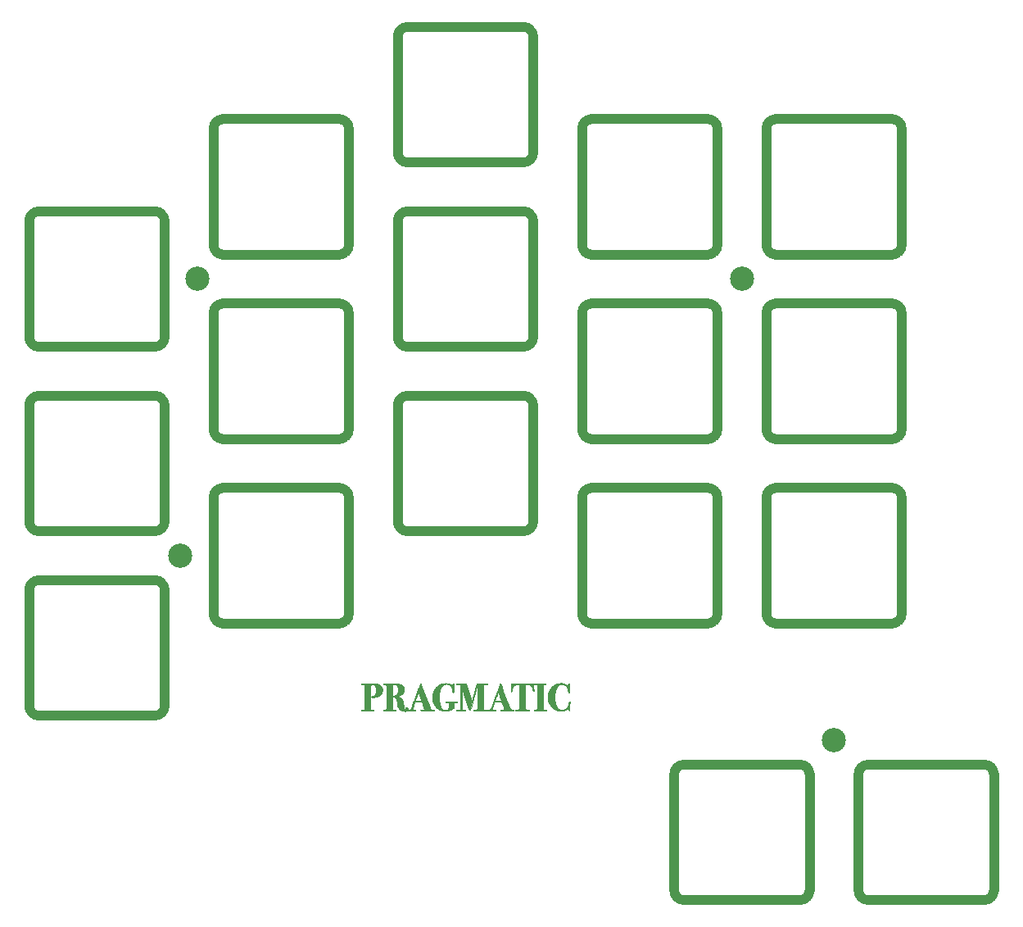
<source format=gts>
%TF.GenerationSoftware,KiCad,Pcbnew,(6.0.7-1)-1*%
%TF.CreationDate,2022-08-07T12:28:25+08:00*%
%TF.ProjectId,Plate,506c6174-652e-46b6-9963-61645f706362,3*%
%TF.SameCoordinates,PX7616b68PY48ab840*%
%TF.FileFunction,Soldermask,Top*%
%TF.FilePolarity,Negative*%
%FSLAX46Y46*%
G04 Gerber Fmt 4.6, Leading zero omitted, Abs format (unit mm)*
G04 Created by KiCad (PCBNEW (6.0.7-1)-1) date 2022-08-07 12:28:25*
%MOMM*%
%LPD*%
G01*
G04 APERTURE LIST*
%ADD10C,1.000000*%
%ADD11C,0.100000*%
%ADD12C,2.500000*%
G04 APERTURE END LIST*
D10*
X-72675000Y-7000000D02*
X-60675000Y-7000000D01*
X-59675000Y6000000D02*
X-59675000Y-6000000D01*
X-72675000Y7000000D02*
X-60675000Y7000000D01*
X-73675000Y6000000D02*
X-73675000Y-6000000D01*
X-73675000Y-6000000D02*
G75*
G03*
X-72675000Y-7000000I999999J-1D01*
G01*
X-72675000Y7000000D02*
G75*
G03*
X-73675000Y6000000I-1J-999999D01*
G01*
X-59675000Y6000000D02*
G75*
G03*
X-60675000Y7000000I-1000000J0D01*
G01*
X-60675000Y-7000000D02*
G75*
G03*
X-59675000Y-6000000I0J1000000D01*
G01*
X-73675000Y-13050000D02*
X-73675000Y-25050000D01*
X-72675000Y-26050000D02*
X-60675000Y-26050000D01*
X-59675000Y-13050000D02*
X-59675000Y-25050000D01*
X-72675000Y-12050000D02*
X-60675000Y-12050000D01*
X-73675000Y-25050000D02*
G75*
G03*
X-72675000Y-26050000I999999J-1D01*
G01*
X-72675000Y-12050000D02*
G75*
G03*
X-73675000Y-13050000I-1J-999999D01*
G01*
X-60675000Y-26050000D02*
G75*
G03*
X-59675000Y-25050000I0J1000000D01*
G01*
X-59675000Y-13050000D02*
G75*
G03*
X-60675000Y-12050000I-1000000J0D01*
G01*
X-53625000Y-2525000D02*
X-41625000Y-2525000D01*
X-53625000Y-16525000D02*
X-41625000Y-16525000D01*
X-54625000Y-3525000D02*
X-54625000Y-15525000D01*
X-40625000Y-3525000D02*
X-40625000Y-15525000D01*
X-40625000Y-3525000D02*
G75*
G03*
X-41625000Y-2525000I-1000000J0D01*
G01*
X-41625000Y-16525000D02*
G75*
G03*
X-40625000Y-15525000I0J1000000D01*
G01*
X-54625000Y-15525000D02*
G75*
G03*
X-53625000Y-16525000I999999J-1D01*
G01*
X-53625000Y-2525000D02*
G75*
G03*
X-54625000Y-3525000I-1J-999999D01*
G01*
X-53625000Y2525000D02*
X-41625000Y2525000D01*
X-40625000Y15525000D02*
X-40625000Y3525000D01*
X-54625000Y15525000D02*
X-54625000Y3525000D01*
X-53625000Y16525000D02*
X-41625000Y16525000D01*
X-40625000Y15525000D02*
G75*
G03*
X-41625000Y16525000I-1000000J0D01*
G01*
X-53625000Y16525000D02*
G75*
G03*
X-54625000Y15525000I-1J-999999D01*
G01*
X-54625000Y3525000D02*
G75*
G03*
X-53625000Y2525000I999999J-1D01*
G01*
X-41625000Y2525000D02*
G75*
G03*
X-40625000Y3525000I0J1000000D01*
G01*
X-35575000Y25050000D02*
X-35575000Y13050000D01*
X-34575000Y26050000D02*
X-22575000Y26050000D01*
X-34575000Y12050000D02*
X-22575000Y12050000D01*
X-21575000Y25050000D02*
X-21575000Y13050000D01*
X-21575000Y25050000D02*
G75*
G03*
X-22575000Y26050000I-1000000J0D01*
G01*
X-22575000Y12050000D02*
G75*
G03*
X-21575000Y13050000I0J1000000D01*
G01*
X-34575000Y26050000D02*
G75*
G03*
X-35575000Y25050000I-1J-999999D01*
G01*
X-35575000Y13050000D02*
G75*
G03*
X-34575000Y12050000I999999J-1D01*
G01*
X-15525000Y2525000D02*
X-3525000Y2525000D01*
X-2525000Y15525000D02*
X-2525000Y3525000D01*
X-16525000Y15525000D02*
X-16525000Y3525000D01*
X-15525000Y16525000D02*
X-3525000Y16525000D01*
X-16525000Y3525000D02*
G75*
G03*
X-15525000Y2525000I999999J-1D01*
G01*
X-3525000Y2525000D02*
G75*
G03*
X-2525000Y3525000I0J1000000D01*
G01*
X-15525000Y16525000D02*
G75*
G03*
X-16525000Y15525000I-1J-999999D01*
G01*
X-2525000Y15525000D02*
G75*
G03*
X-3525000Y16525000I-1000000J0D01*
G01*
X16525000Y15525000D02*
X16525000Y3525000D01*
X3525000Y16525000D02*
X15525000Y16525000D01*
X3525000Y2525000D02*
X15525000Y2525000D01*
X2525000Y15525000D02*
X2525000Y3525000D01*
X2525000Y3525000D02*
G75*
G03*
X3525000Y2525000I999999J-1D01*
G01*
X15525000Y2525000D02*
G75*
G03*
X16525000Y3525000I0J1000000D01*
G01*
X16525000Y15525000D02*
G75*
G03*
X15525000Y16525000I-1000000J0D01*
G01*
X3525000Y16525000D02*
G75*
G03*
X2525000Y15525000I-1J-999999D01*
G01*
X-34575000Y-7000000D02*
X-22575000Y-7000000D01*
X-34575000Y7000000D02*
X-22575000Y7000000D01*
X-35575000Y6000000D02*
X-35575000Y-6000000D01*
X-21575000Y6000000D02*
X-21575000Y-6000000D01*
X-22575000Y-7000000D02*
G75*
G03*
X-21575000Y-6000000I0J1000000D01*
G01*
X-34575000Y7000000D02*
G75*
G03*
X-35575000Y6000000I-1J-999999D01*
G01*
X-21575000Y6000000D02*
G75*
G03*
X-22575000Y7000000I-1000000J0D01*
G01*
X-35575000Y-6000000D02*
G75*
G03*
X-34575000Y-7000000I999999J-1D01*
G01*
X-2525000Y-3525000D02*
X-2525000Y-15525000D01*
X-15525000Y-2525000D02*
X-3525000Y-2525000D01*
X-16525000Y-3525000D02*
X-16525000Y-15525000D01*
X-15525000Y-16525000D02*
X-3525000Y-16525000D01*
X-3525000Y-16525000D02*
G75*
G03*
X-2525000Y-15525000I0J1000000D01*
G01*
X-15525000Y-2525000D02*
G75*
G03*
X-16525000Y-3525000I-1J-999999D01*
G01*
X-2525000Y-3525000D02*
G75*
G03*
X-3525000Y-2525000I-1000000J0D01*
G01*
X-16525000Y-15525000D02*
G75*
G03*
X-15525000Y-16525000I999999J-1D01*
G01*
X3525000Y-16525000D02*
X15525000Y-16525000D01*
X3525000Y-2525000D02*
X15525000Y-2525000D01*
X16525000Y-3525000D02*
X16525000Y-15525000D01*
X2525000Y-3525000D02*
X2525000Y-15525000D01*
X3525000Y-2525000D02*
G75*
G03*
X2525000Y-3525000I-1J-999999D01*
G01*
X16525000Y-3525000D02*
G75*
G03*
X15525000Y-2525000I-1000000J0D01*
G01*
X15525000Y-16525000D02*
G75*
G03*
X16525000Y-15525000I0J1000000D01*
G01*
X2525000Y-15525000D02*
G75*
G03*
X3525000Y-16525000I999999J-1D01*
G01*
X-72675000Y-31100000D02*
X-60675000Y-31100000D01*
X-73675000Y-32100000D02*
X-73675000Y-44100000D01*
X-59675000Y-32100000D02*
X-59675000Y-44100000D01*
X-72675000Y-45100000D02*
X-60675000Y-45100000D01*
X-60675000Y-45100000D02*
G75*
G03*
X-59675000Y-44100000I0J1000000D01*
G01*
X-59675000Y-32100000D02*
G75*
G03*
X-60675000Y-31100000I-1000000J0D01*
G01*
X-72675000Y-31100000D02*
G75*
G03*
X-73675000Y-32100000I-1J-999999D01*
G01*
X-73675000Y-44100000D02*
G75*
G03*
X-72675000Y-45100000I999999J-1D01*
G01*
X-40625000Y-22575000D02*
X-40625000Y-34575000D01*
X-54625000Y-22575000D02*
X-54625000Y-34575000D01*
X-53625000Y-21575000D02*
X-41625000Y-21575000D01*
X-53625000Y-35575000D02*
X-41625000Y-35575000D01*
X-53625000Y-21575000D02*
G75*
G03*
X-54625000Y-22575000I-1J-999999D01*
G01*
X-40625000Y-22575000D02*
G75*
G03*
X-41625000Y-21575000I-1000000J0D01*
G01*
X-54625000Y-34575000D02*
G75*
G03*
X-53625000Y-35575000I999999J-1D01*
G01*
X-41625000Y-35575000D02*
G75*
G03*
X-40625000Y-34575000I0J1000000D01*
G01*
X-34575000Y-26050000D02*
X-22575000Y-26050000D01*
X-35575000Y-13050000D02*
X-35575000Y-25050000D01*
X-21575000Y-13050000D02*
X-21575000Y-25050000D01*
X-34575000Y-12050000D02*
X-22575000Y-12050000D01*
X-22575000Y-26050000D02*
G75*
G03*
X-21575000Y-25050000I0J1000000D01*
G01*
X-21575000Y-13050000D02*
G75*
G03*
X-22575000Y-12050000I-1000000J0D01*
G01*
X-35575000Y-25050000D02*
G75*
G03*
X-34575000Y-26050000I999999J-1D01*
G01*
X-34575000Y-12050000D02*
G75*
G03*
X-35575000Y-13050000I-1J-999999D01*
G01*
X-15525000Y-35575000D02*
X-3525000Y-35575000D01*
X-16525000Y-22575000D02*
X-16525000Y-34575000D01*
X-2525000Y-22575000D02*
X-2525000Y-34575000D01*
X-15525000Y-21575000D02*
X-3525000Y-21575000D01*
X-15525000Y-21575000D02*
G75*
G03*
X-16525000Y-22575000I-1J-999999D01*
G01*
X-2525000Y-22575000D02*
G75*
G03*
X-3525000Y-21575000I-1000000J0D01*
G01*
X-3525000Y-35575000D02*
G75*
G03*
X-2525000Y-34575000I0J1000000D01*
G01*
X-16525000Y-34575000D02*
G75*
G03*
X-15525000Y-35575000I999999J-1D01*
G01*
X16525000Y-22575000D02*
X16525000Y-34575000D01*
X3525000Y-35575000D02*
X15525000Y-35575000D01*
X3525000Y-21575000D02*
X15525000Y-21575000D01*
X2525000Y-22575000D02*
X2525000Y-34575000D01*
X3525000Y-21575000D02*
G75*
G03*
X2525000Y-22575000I-1J-999999D01*
G01*
X2525000Y-34575000D02*
G75*
G03*
X3525000Y-35575000I999999J-1D01*
G01*
X15525000Y-35575000D02*
G75*
G03*
X16525000Y-34575000I0J1000000D01*
G01*
X16525000Y-22575000D02*
G75*
G03*
X15525000Y-21575000I-1000000J0D01*
G01*
X7000000Y-51150000D02*
X7000000Y-63150000D01*
X-6000000Y-50150000D02*
X6000000Y-50150000D01*
X-7000000Y-51150000D02*
X-7000000Y-63150000D01*
X-6000000Y-64150000D02*
X6000000Y-64150000D01*
X-6000000Y-50150000D02*
G75*
G03*
X-7000000Y-51150000I-1J-999999D01*
G01*
X-7000000Y-63150000D02*
G75*
G03*
X-6000000Y-64150000I999999J-1D01*
G01*
X6000000Y-64150000D02*
G75*
G03*
X7000000Y-63150000I0J1000000D01*
G01*
X7000000Y-51150000D02*
G75*
G03*
X6000000Y-50150000I-1000000J0D01*
G01*
X13050000Y-64150000D02*
X25050000Y-64150000D01*
X13050000Y-50150000D02*
X25050000Y-50150000D01*
X12050000Y-51150000D02*
X12050000Y-63150000D01*
X26050000Y-51150000D02*
X26050000Y-63150000D01*
X25050000Y-64150000D02*
G75*
G03*
X26050000Y-63150000I0J1000000D01*
G01*
X12050000Y-63150000D02*
G75*
G03*
X13050000Y-64150000I999999J-1D01*
G01*
X13050000Y-50150000D02*
G75*
G03*
X12050000Y-51150000I-1J-999999D01*
G01*
X26050000Y-51150000D02*
G75*
G03*
X25050000Y-50150000I-1000000J0D01*
G01*
G36*
X-21582210Y-41849235D02*
G01*
X-21577522Y-41920985D01*
X-21564772Y-42077986D01*
X-21547522Y-42252988D01*
X-21525772Y-42445991D01*
X-21522274Y-42476740D01*
X-21519774Y-42500989D01*
X-21518273Y-42518740D01*
X-21517897Y-42525177D01*
X-21517772Y-42529990D01*
X-21517765Y-42530002D01*
X-21517874Y-42533876D01*
X-21518202Y-42537501D01*
X-21518748Y-42540876D01*
X-21519104Y-42542470D01*
X-21519514Y-42544001D01*
X-21519978Y-42545470D01*
X-21520498Y-42546876D01*
X-21521072Y-42548220D01*
X-21521700Y-42549501D01*
X-21522384Y-42550720D01*
X-21523122Y-42551876D01*
X-21523915Y-42552970D01*
X-21524762Y-42554001D01*
X-21525664Y-42554970D01*
X-21526621Y-42555876D01*
X-21527633Y-42556720D01*
X-21528699Y-42557501D01*
X-21529820Y-42558220D01*
X-21530996Y-42558876D01*
X-21532227Y-42559470D01*
X-21533512Y-42560001D01*
X-21534852Y-42560470D01*
X-21536247Y-42560876D01*
X-21537696Y-42561220D01*
X-21539200Y-42561501D01*
X-21540759Y-42561720D01*
X-21542373Y-42561876D01*
X-21544041Y-42561970D01*
X-21545764Y-42562001D01*
X-21548507Y-42561849D01*
X-21551234Y-42561392D01*
X-21553945Y-42560630D01*
X-21556640Y-42559564D01*
X-21559320Y-42558193D01*
X-21561984Y-42556517D01*
X-21564632Y-42554536D01*
X-21567265Y-42552251D01*
X-21569882Y-42549661D01*
X-21572484Y-42546767D01*
X-21575070Y-42543568D01*
X-21577640Y-42540064D01*
X-21580195Y-42536255D01*
X-21582734Y-42532142D01*
X-21585257Y-42527724D01*
X-21587765Y-42523001D01*
X-21590257Y-42517974D01*
X-21592733Y-42512642D01*
X-21595194Y-42507005D01*
X-21597639Y-42501064D01*
X-21600069Y-42494818D01*
X-21602483Y-42488267D01*
X-21604881Y-42481411D01*
X-21607264Y-42474251D01*
X-21611982Y-42459017D01*
X-21616638Y-42442564D01*
X-21621232Y-42424892D01*
X-21625762Y-42406001D01*
X-21634981Y-42368267D01*
X-21644638Y-42332064D01*
X-21654731Y-42297393D01*
X-21665263Y-42264252D01*
X-21676231Y-42232643D01*
X-21687637Y-42202565D01*
X-21699481Y-42174019D01*
X-21711762Y-42147003D01*
X-21724481Y-42121519D01*
X-21737637Y-42097566D01*
X-21751231Y-42075145D01*
X-21765263Y-42054255D01*
X-21779731Y-42034896D01*
X-21794638Y-42017068D01*
X-21809982Y-42000772D01*
X-21825763Y-41986007D01*
X-21842357Y-41972444D01*
X-21860138Y-41959757D01*
X-21879107Y-41947945D01*
X-21899263Y-41937007D01*
X-21920607Y-41926945D01*
X-21943138Y-41917757D01*
X-21966856Y-41909444D01*
X-21991762Y-41902007D01*
X-22017856Y-41895444D01*
X-22045137Y-41889756D01*
X-22073606Y-41884943D01*
X-22103262Y-41881006D01*
X-22134106Y-41877943D01*
X-22166138Y-41875755D01*
X-22199357Y-41874443D01*
X-22233764Y-41874005D01*
X-22286010Y-41874506D01*
X-22310822Y-41875131D01*
X-22334759Y-41876006D01*
X-22357822Y-41877131D01*
X-22380011Y-41878507D01*
X-22401325Y-41880132D01*
X-22421764Y-41882007D01*
X-22417762Y-44314006D01*
X-22417076Y-44326224D01*
X-22416014Y-44337880D01*
X-22414577Y-44348973D01*
X-22412765Y-44359505D01*
X-22410578Y-44369473D01*
X-22408015Y-44378879D01*
X-22405078Y-44387723D01*
X-22401766Y-44396004D01*
X-22398078Y-44403723D01*
X-22394016Y-44410879D01*
X-22389578Y-44417473D01*
X-22384765Y-44423504D01*
X-22379577Y-44428972D01*
X-22374014Y-44433878D01*
X-22368076Y-44438222D01*
X-22361763Y-44442002D01*
X-22354576Y-44445471D01*
X-22346014Y-44448878D01*
X-22336077Y-44452221D01*
X-22324765Y-44455503D01*
X-22312078Y-44458722D01*
X-22298016Y-44461878D01*
X-22282579Y-44464972D01*
X-22265767Y-44468003D01*
X-22247580Y-44470972D01*
X-22228018Y-44473878D01*
X-22184767Y-44479503D01*
X-22136016Y-44484878D01*
X-22081764Y-44490003D01*
X-22076437Y-44490612D01*
X-22071453Y-44491440D01*
X-22066814Y-44492487D01*
X-22062518Y-44493753D01*
X-22058565Y-44495237D01*
X-22054957Y-44496940D01*
X-22053281Y-44497874D01*
X-22051692Y-44498862D01*
X-22050188Y-44499905D01*
X-22048770Y-44501003D01*
X-22047439Y-44502155D01*
X-22046193Y-44503362D01*
X-22045033Y-44504624D01*
X-22043959Y-44505940D01*
X-22042971Y-44507311D01*
X-22042069Y-44508737D01*
X-22041252Y-44510218D01*
X-22040522Y-44511753D01*
X-22039878Y-44513342D01*
X-22039319Y-44514987D01*
X-22038847Y-44516686D01*
X-22038460Y-44518440D01*
X-22038159Y-44520248D01*
X-22037945Y-44522112D01*
X-22037816Y-44524029D01*
X-22037773Y-44526002D01*
X-22037835Y-44528463D01*
X-22038023Y-44530846D01*
X-22038335Y-44533151D01*
X-22038772Y-44535378D01*
X-22039335Y-44537526D01*
X-22040022Y-44539596D01*
X-22040835Y-44541589D01*
X-22041772Y-44543503D01*
X-22042834Y-44545339D01*
X-22044022Y-44547097D01*
X-22045334Y-44548776D01*
X-22046771Y-44550378D01*
X-22048334Y-44551902D01*
X-22050021Y-44553347D01*
X-22051833Y-44554714D01*
X-22053771Y-44556003D01*
X-22055833Y-44557214D01*
X-22058020Y-44558347D01*
X-22060333Y-44559402D01*
X-22062770Y-44560378D01*
X-22065333Y-44561276D01*
X-22068020Y-44562097D01*
X-22070833Y-44562839D01*
X-22073770Y-44563503D01*
X-22076833Y-44564089D01*
X-22080020Y-44564597D01*
X-22083333Y-44565026D01*
X-22086771Y-44565378D01*
X-22090333Y-44565651D01*
X-22094021Y-44565847D01*
X-22097834Y-44565964D01*
X-22101772Y-44566003D01*
X-22105334Y-44565940D01*
X-22110022Y-44565753D01*
X-22115834Y-44565440D01*
X-22122772Y-44565003D01*
X-22140022Y-44563752D01*
X-22161773Y-44562001D01*
X-22190521Y-44560251D01*
X-22216769Y-44559001D01*
X-22240519Y-44558252D01*
X-22261772Y-44558002D01*
X-22673770Y-44545999D01*
X-23353771Y-44558002D01*
X-23360551Y-44557877D01*
X-23366894Y-44557501D01*
X-23372800Y-44556876D01*
X-23378268Y-44556001D01*
X-23383299Y-44554876D01*
X-23387893Y-44553501D01*
X-23392049Y-44551876D01*
X-23395768Y-44550001D01*
X-23399050Y-44547875D01*
X-23400526Y-44546719D01*
X-23401894Y-44545500D01*
X-23403152Y-44544219D01*
X-23404301Y-44542875D01*
X-23405340Y-44541469D01*
X-23406270Y-44540000D01*
X-23407090Y-44538468D01*
X-23407801Y-44536874D01*
X-23408403Y-44535218D01*
X-23408895Y-44533499D01*
X-23409278Y-44531717D01*
X-23409552Y-44529874D01*
X-23409716Y-44527967D01*
X-23409771Y-44525998D01*
X-23409708Y-44523076D01*
X-23409520Y-44520310D01*
X-23409208Y-44517701D01*
X-23408770Y-44515248D01*
X-23408207Y-44512951D01*
X-23407520Y-44510811D01*
X-23406707Y-44508827D01*
X-23405769Y-44506999D01*
X-23404707Y-44505327D01*
X-23403519Y-44503811D01*
X-23402207Y-44502452D01*
X-23400770Y-44501249D01*
X-23399207Y-44500202D01*
X-23397520Y-44499311D01*
X-23395708Y-44498577D01*
X-23393772Y-44497998D01*
X-23391381Y-44497499D01*
X-23388209Y-44496999D01*
X-23379522Y-44495999D01*
X-23367710Y-44494999D01*
X-23352773Y-44493999D01*
X-23334710Y-44492999D01*
X-23313523Y-44491999D01*
X-23289210Y-44490999D01*
X-23261772Y-44489999D01*
X-23235068Y-44488655D01*
X-23209958Y-44486624D01*
X-23186441Y-44483905D01*
X-23164519Y-44480499D01*
X-23144191Y-44476405D01*
X-23125456Y-44471624D01*
X-23108315Y-44466155D01*
X-23092768Y-44459999D01*
X-23078815Y-44453155D01*
X-23066456Y-44445623D01*
X-23055691Y-44437405D01*
X-23046519Y-44428498D01*
X-23038941Y-44418905D01*
X-23032958Y-44408624D01*
X-23028568Y-44397655D01*
X-23025772Y-44385999D01*
X-23023895Y-44361937D01*
X-23022269Y-44315750D01*
X-23019767Y-44157000D01*
X-23018265Y-43909749D01*
X-23017765Y-43573998D01*
X-23017765Y-41881997D01*
X-23029015Y-41881060D01*
X-23040765Y-41880247D01*
X-23053015Y-41879560D01*
X-23065765Y-41878997D01*
X-23079015Y-41878560D01*
X-23092765Y-41878247D01*
X-23107014Y-41878060D01*
X-23121765Y-41877997D01*
X-23161091Y-41878466D01*
X-23199075Y-41879872D01*
X-23235714Y-41882216D01*
X-23271011Y-41885497D01*
X-23304963Y-41889716D01*
X-23337572Y-41894872D01*
X-23368838Y-41900966D01*
X-23398759Y-41907997D01*
X-23427338Y-41915966D01*
X-23454572Y-41924872D01*
X-23480463Y-41934716D01*
X-23505011Y-41945497D01*
X-23528214Y-41957215D01*
X-23550074Y-41969871D01*
X-23570591Y-41983464D01*
X-23589763Y-41997994D01*
X-23607373Y-42013214D01*
X-23624201Y-42029870D01*
X-23640248Y-42047964D01*
X-23655514Y-42067495D01*
X-23669999Y-42088464D01*
X-23683702Y-42110870D01*
X-23696625Y-42134714D01*
X-23708766Y-42159995D01*
X-23720125Y-42186714D01*
X-23730703Y-42214870D01*
X-23740500Y-42244464D01*
X-23749516Y-42275495D01*
X-23757750Y-42307963D01*
X-23765202Y-42341870D01*
X-23771873Y-42377213D01*
X-23777763Y-42413995D01*
X-23781326Y-42435307D01*
X-23785015Y-42455244D01*
X-23788827Y-42473806D01*
X-23792765Y-42490993D01*
X-23796828Y-42506806D01*
X-23801015Y-42521243D01*
X-23805327Y-42534306D01*
X-23809764Y-42545993D01*
X-23814326Y-42556306D01*
X-23819013Y-42565243D01*
X-23823825Y-42572806D01*
X-23828762Y-42578993D01*
X-23833824Y-42583806D01*
X-23839011Y-42587243D01*
X-23844324Y-42589306D01*
X-23849762Y-42589993D01*
X-23851977Y-42589947D01*
X-23854121Y-42589806D01*
X-23856196Y-42589572D01*
X-23858200Y-42589244D01*
X-23860134Y-42588822D01*
X-23861998Y-42588306D01*
X-23863791Y-42587697D01*
X-23865514Y-42586994D01*
X-23867167Y-42586197D01*
X-23868749Y-42585306D01*
X-23870261Y-42584322D01*
X-23871703Y-42583244D01*
X-23873075Y-42582072D01*
X-23874376Y-42580806D01*
X-23875607Y-42579447D01*
X-23876768Y-42577994D01*
X-23877858Y-42576447D01*
X-23878878Y-42574806D01*
X-23879828Y-42573072D01*
X-23880707Y-42571244D01*
X-23881516Y-42569322D01*
X-23882255Y-42567306D01*
X-23882923Y-42565197D01*
X-23883521Y-42562994D01*
X-23884049Y-42560697D01*
X-23884506Y-42558306D01*
X-23884893Y-42555822D01*
X-23885209Y-42553244D01*
X-23885456Y-42550572D01*
X-23885632Y-42547806D01*
X-23885737Y-42544946D01*
X-23885772Y-42541993D01*
X-23885522Y-42531555D01*
X-23884772Y-42516242D01*
X-23881771Y-42470992D01*
X-23876770Y-42406243D01*
X-23869770Y-42321994D01*
X-23843767Y-41991993D01*
X-23835268Y-41873494D01*
X-23829773Y-41785995D01*
X-23769771Y-41785995D01*
X-23477771Y-41781989D01*
X-23402772Y-41783990D01*
X-23201770Y-41789990D01*
X-23058772Y-41793489D01*
X-22897772Y-41795989D01*
X-22718770Y-41797490D01*
X-22521770Y-41797990D01*
X-22305771Y-41796989D01*
X-22206772Y-41795739D01*
X-22113773Y-41793990D01*
X-21941773Y-41790988D01*
X-21861773Y-41790237D01*
X-21785770Y-41789987D01*
X-21723767Y-41789487D01*
X-21669767Y-41787987D01*
X-21645768Y-41786862D01*
X-21623769Y-41785487D01*
X-21603771Y-41783861D01*
X-21585773Y-41781985D01*
X-21582210Y-41849235D01*
G37*
D11*
X-21582210Y-41849235D02*
X-21577522Y-41920985D01*
X-21564772Y-42077986D01*
X-21547522Y-42252988D01*
X-21525772Y-42445991D01*
X-21522274Y-42476740D01*
X-21519774Y-42500989D01*
X-21518273Y-42518740D01*
X-21517897Y-42525177D01*
X-21517772Y-42529990D01*
X-21517765Y-42530002D01*
X-21517874Y-42533876D01*
X-21518202Y-42537501D01*
X-21518748Y-42540876D01*
X-21519104Y-42542470D01*
X-21519514Y-42544001D01*
X-21519978Y-42545470D01*
X-21520498Y-42546876D01*
X-21521072Y-42548220D01*
X-21521700Y-42549501D01*
X-21522384Y-42550720D01*
X-21523122Y-42551876D01*
X-21523915Y-42552970D01*
X-21524762Y-42554001D01*
X-21525664Y-42554970D01*
X-21526621Y-42555876D01*
X-21527633Y-42556720D01*
X-21528699Y-42557501D01*
X-21529820Y-42558220D01*
X-21530996Y-42558876D01*
X-21532227Y-42559470D01*
X-21533512Y-42560001D01*
X-21534852Y-42560470D01*
X-21536247Y-42560876D01*
X-21537696Y-42561220D01*
X-21539200Y-42561501D01*
X-21540759Y-42561720D01*
X-21542373Y-42561876D01*
X-21544041Y-42561970D01*
X-21545764Y-42562001D01*
X-21548507Y-42561849D01*
X-21551234Y-42561392D01*
X-21553945Y-42560630D01*
X-21556640Y-42559564D01*
X-21559320Y-42558193D01*
X-21561984Y-42556517D01*
X-21564632Y-42554536D01*
X-21567265Y-42552251D01*
X-21569882Y-42549661D01*
X-21572484Y-42546767D01*
X-21575070Y-42543568D01*
X-21577640Y-42540064D01*
X-21580195Y-42536255D01*
X-21582734Y-42532142D01*
X-21585257Y-42527724D01*
X-21587765Y-42523001D01*
X-21590257Y-42517974D01*
X-21592733Y-42512642D01*
X-21595194Y-42507005D01*
X-21597639Y-42501064D01*
X-21600069Y-42494818D01*
X-21602483Y-42488267D01*
X-21604881Y-42481411D01*
X-21607264Y-42474251D01*
X-21611982Y-42459017D01*
X-21616638Y-42442564D01*
X-21621232Y-42424892D01*
X-21625762Y-42406001D01*
X-21634981Y-42368267D01*
X-21644638Y-42332064D01*
X-21654731Y-42297393D01*
X-21665263Y-42264252D01*
X-21676231Y-42232643D01*
X-21687637Y-42202565D01*
X-21699481Y-42174019D01*
X-21711762Y-42147003D01*
X-21724481Y-42121519D01*
X-21737637Y-42097566D01*
X-21751231Y-42075145D01*
X-21765263Y-42054255D01*
X-21779731Y-42034896D01*
X-21794638Y-42017068D01*
X-21809982Y-42000772D01*
X-21825763Y-41986007D01*
X-21842357Y-41972444D01*
X-21860138Y-41959757D01*
X-21879107Y-41947945D01*
X-21899263Y-41937007D01*
X-21920607Y-41926945D01*
X-21943138Y-41917757D01*
X-21966856Y-41909444D01*
X-21991762Y-41902007D01*
X-22017856Y-41895444D01*
X-22045137Y-41889756D01*
X-22073606Y-41884943D01*
X-22103262Y-41881006D01*
X-22134106Y-41877943D01*
X-22166138Y-41875755D01*
X-22199357Y-41874443D01*
X-22233764Y-41874005D01*
X-22286010Y-41874506D01*
X-22310822Y-41875131D01*
X-22334759Y-41876006D01*
X-22357822Y-41877131D01*
X-22380011Y-41878507D01*
X-22401325Y-41880132D01*
X-22421764Y-41882007D01*
X-22417762Y-44314006D01*
X-22417076Y-44326224D01*
X-22416014Y-44337880D01*
X-22414577Y-44348973D01*
X-22412765Y-44359505D01*
X-22410578Y-44369473D01*
X-22408015Y-44378879D01*
X-22405078Y-44387723D01*
X-22401766Y-44396004D01*
X-22398078Y-44403723D01*
X-22394016Y-44410879D01*
X-22389578Y-44417473D01*
X-22384765Y-44423504D01*
X-22379577Y-44428972D01*
X-22374014Y-44433878D01*
X-22368076Y-44438222D01*
X-22361763Y-44442002D01*
X-22354576Y-44445471D01*
X-22346014Y-44448878D01*
X-22336077Y-44452221D01*
X-22324765Y-44455503D01*
X-22312078Y-44458722D01*
X-22298016Y-44461878D01*
X-22282579Y-44464972D01*
X-22265767Y-44468003D01*
X-22247580Y-44470972D01*
X-22228018Y-44473878D01*
X-22184767Y-44479503D01*
X-22136016Y-44484878D01*
X-22081764Y-44490003D01*
X-22076437Y-44490612D01*
X-22071453Y-44491440D01*
X-22066814Y-44492487D01*
X-22062518Y-44493753D01*
X-22058565Y-44495237D01*
X-22054957Y-44496940D01*
X-22053281Y-44497874D01*
X-22051692Y-44498862D01*
X-22050188Y-44499905D01*
X-22048770Y-44501003D01*
X-22047439Y-44502155D01*
X-22046193Y-44503362D01*
X-22045033Y-44504624D01*
X-22043959Y-44505940D01*
X-22042971Y-44507311D01*
X-22042069Y-44508737D01*
X-22041252Y-44510218D01*
X-22040522Y-44511753D01*
X-22039878Y-44513342D01*
X-22039319Y-44514987D01*
X-22038847Y-44516686D01*
X-22038460Y-44518440D01*
X-22038159Y-44520248D01*
X-22037945Y-44522112D01*
X-22037816Y-44524029D01*
X-22037773Y-44526002D01*
X-22037835Y-44528463D01*
X-22038023Y-44530846D01*
X-22038335Y-44533151D01*
X-22038772Y-44535378D01*
X-22039335Y-44537526D01*
X-22040022Y-44539596D01*
X-22040835Y-44541589D01*
X-22041772Y-44543503D01*
X-22042834Y-44545339D01*
X-22044022Y-44547097D01*
X-22045334Y-44548776D01*
X-22046771Y-44550378D01*
X-22048334Y-44551902D01*
X-22050021Y-44553347D01*
X-22051833Y-44554714D01*
X-22053771Y-44556003D01*
X-22055833Y-44557214D01*
X-22058020Y-44558347D01*
X-22060333Y-44559402D01*
X-22062770Y-44560378D01*
X-22065333Y-44561276D01*
X-22068020Y-44562097D01*
X-22070833Y-44562839D01*
X-22073770Y-44563503D01*
X-22076833Y-44564089D01*
X-22080020Y-44564597D01*
X-22083333Y-44565026D01*
X-22086771Y-44565378D01*
X-22090333Y-44565651D01*
X-22094021Y-44565847D01*
X-22097834Y-44565964D01*
X-22101772Y-44566003D01*
X-22105334Y-44565940D01*
X-22110022Y-44565753D01*
X-22115834Y-44565440D01*
X-22122772Y-44565003D01*
X-22140022Y-44563752D01*
X-22161773Y-44562001D01*
X-22190521Y-44560251D01*
X-22216769Y-44559001D01*
X-22240519Y-44558252D01*
X-22261772Y-44558002D01*
X-22673770Y-44545999D01*
X-23353771Y-44558002D01*
X-23360551Y-44557877D01*
X-23366894Y-44557501D01*
X-23372800Y-44556876D01*
X-23378268Y-44556001D01*
X-23383299Y-44554876D01*
X-23387893Y-44553501D01*
X-23392049Y-44551876D01*
X-23395768Y-44550001D01*
X-23399050Y-44547875D01*
X-23400526Y-44546719D01*
X-23401894Y-44545500D01*
X-23403152Y-44544219D01*
X-23404301Y-44542875D01*
X-23405340Y-44541469D01*
X-23406270Y-44540000D01*
X-23407090Y-44538468D01*
X-23407801Y-44536874D01*
X-23408403Y-44535218D01*
X-23408895Y-44533499D01*
X-23409278Y-44531717D01*
X-23409552Y-44529874D01*
X-23409716Y-44527967D01*
X-23409771Y-44525998D01*
X-23409708Y-44523076D01*
X-23409520Y-44520310D01*
X-23409208Y-44517701D01*
X-23408770Y-44515248D01*
X-23408207Y-44512951D01*
X-23407520Y-44510811D01*
X-23406707Y-44508827D01*
X-23405769Y-44506999D01*
X-23404707Y-44505327D01*
X-23403519Y-44503811D01*
X-23402207Y-44502452D01*
X-23400770Y-44501249D01*
X-23399207Y-44500202D01*
X-23397520Y-44499311D01*
X-23395708Y-44498577D01*
X-23393772Y-44497998D01*
X-23391381Y-44497499D01*
X-23388209Y-44496999D01*
X-23379522Y-44495999D01*
X-23367710Y-44494999D01*
X-23352773Y-44493999D01*
X-23334710Y-44492999D01*
X-23313523Y-44491999D01*
X-23289210Y-44490999D01*
X-23261772Y-44489999D01*
X-23235068Y-44488655D01*
X-23209958Y-44486624D01*
X-23186441Y-44483905D01*
X-23164519Y-44480499D01*
X-23144191Y-44476405D01*
X-23125456Y-44471624D01*
X-23108315Y-44466155D01*
X-23092768Y-44459999D01*
X-23078815Y-44453155D01*
X-23066456Y-44445623D01*
X-23055691Y-44437405D01*
X-23046519Y-44428498D01*
X-23038941Y-44418905D01*
X-23032958Y-44408624D01*
X-23028568Y-44397655D01*
X-23025772Y-44385999D01*
X-23023895Y-44361937D01*
X-23022269Y-44315750D01*
X-23019767Y-44157000D01*
X-23018265Y-43909749D01*
X-23017765Y-43573998D01*
X-23017765Y-41881997D01*
X-23029015Y-41881060D01*
X-23040765Y-41880247D01*
X-23053015Y-41879560D01*
X-23065765Y-41878997D01*
X-23079015Y-41878560D01*
X-23092765Y-41878247D01*
X-23107014Y-41878060D01*
X-23121765Y-41877997D01*
X-23161091Y-41878466D01*
X-23199075Y-41879872D01*
X-23235714Y-41882216D01*
X-23271011Y-41885497D01*
X-23304963Y-41889716D01*
X-23337572Y-41894872D01*
X-23368838Y-41900966D01*
X-23398759Y-41907997D01*
X-23427338Y-41915966D01*
X-23454572Y-41924872D01*
X-23480463Y-41934716D01*
X-23505011Y-41945497D01*
X-23528214Y-41957215D01*
X-23550074Y-41969871D01*
X-23570591Y-41983464D01*
X-23589763Y-41997994D01*
X-23607373Y-42013214D01*
X-23624201Y-42029870D01*
X-23640248Y-42047964D01*
X-23655514Y-42067495D01*
X-23669999Y-42088464D01*
X-23683702Y-42110870D01*
X-23696625Y-42134714D01*
X-23708766Y-42159995D01*
X-23720125Y-42186714D01*
X-23730703Y-42214870D01*
X-23740500Y-42244464D01*
X-23749516Y-42275495D01*
X-23757750Y-42307963D01*
X-23765202Y-42341870D01*
X-23771873Y-42377213D01*
X-23777763Y-42413995D01*
X-23781326Y-42435307D01*
X-23785015Y-42455244D01*
X-23788827Y-42473806D01*
X-23792765Y-42490993D01*
X-23796828Y-42506806D01*
X-23801015Y-42521243D01*
X-23805327Y-42534306D01*
X-23809764Y-42545993D01*
X-23814326Y-42556306D01*
X-23819013Y-42565243D01*
X-23823825Y-42572806D01*
X-23828762Y-42578993D01*
X-23833824Y-42583806D01*
X-23839011Y-42587243D01*
X-23844324Y-42589306D01*
X-23849762Y-42589993D01*
X-23851977Y-42589947D01*
X-23854121Y-42589806D01*
X-23856196Y-42589572D01*
X-23858200Y-42589244D01*
X-23860134Y-42588822D01*
X-23861998Y-42588306D01*
X-23863791Y-42587697D01*
X-23865514Y-42586994D01*
X-23867167Y-42586197D01*
X-23868749Y-42585306D01*
X-23870261Y-42584322D01*
X-23871703Y-42583244D01*
X-23873075Y-42582072D01*
X-23874376Y-42580806D01*
X-23875607Y-42579447D01*
X-23876768Y-42577994D01*
X-23877858Y-42576447D01*
X-23878878Y-42574806D01*
X-23879828Y-42573072D01*
X-23880707Y-42571244D01*
X-23881516Y-42569322D01*
X-23882255Y-42567306D01*
X-23882923Y-42565197D01*
X-23883521Y-42562994D01*
X-23884049Y-42560697D01*
X-23884506Y-42558306D01*
X-23884893Y-42555822D01*
X-23885209Y-42553244D01*
X-23885456Y-42550572D01*
X-23885632Y-42547806D01*
X-23885737Y-42544946D01*
X-23885772Y-42541993D01*
X-23885522Y-42531555D01*
X-23884772Y-42516242D01*
X-23881771Y-42470992D01*
X-23876770Y-42406243D01*
X-23869770Y-42321994D01*
X-23843767Y-41991993D01*
X-23835268Y-41873494D01*
X-23829773Y-41785995D01*
X-23769771Y-41785995D01*
X-23477771Y-41781989D01*
X-23402772Y-41783990D01*
X-23201770Y-41789990D01*
X-23058772Y-41793489D01*
X-22897772Y-41795989D01*
X-22718770Y-41797490D01*
X-22521770Y-41797990D01*
X-22305771Y-41796989D01*
X-22206772Y-41795739D01*
X-22113773Y-41793990D01*
X-21941773Y-41790988D01*
X-21861773Y-41790237D01*
X-21785770Y-41789987D01*
X-21723767Y-41789487D01*
X-21669767Y-41787987D01*
X-21645768Y-41786862D01*
X-21623769Y-41785487D01*
X-21603771Y-41783861D01*
X-21585773Y-41781985D01*
X-21582210Y-41849235D01*
G36*
X-29433390Y-41789666D02*
G01*
X-29429339Y-41789787D01*
X-29425155Y-41789994D01*
X-29317155Y-41793998D01*
X-28561163Y-41789994D01*
X-28557848Y-41790057D01*
X-28553909Y-41790245D01*
X-28549345Y-41790557D01*
X-28544158Y-41790995D01*
X-28538345Y-41791558D01*
X-28531909Y-41792246D01*
X-28524848Y-41793060D01*
X-28517162Y-41793998D01*
X-28203164Y-42807997D01*
X-27941162Y-43633998D01*
X-27401165Y-41789994D01*
X-27317161Y-41789994D01*
X-26789161Y-41793998D01*
X-26721164Y-41793998D01*
X-26691915Y-41792246D01*
X-26664166Y-41790995D01*
X-26637917Y-41790245D01*
X-26613163Y-41789994D01*
X-26429164Y-41789994D01*
X-26419476Y-41790135D01*
X-26410413Y-41790557D01*
X-26401975Y-41791260D01*
X-26394163Y-41792244D01*
X-26386975Y-41793510D01*
X-26380412Y-41795056D01*
X-26374475Y-41796885D01*
X-26369162Y-41798994D01*
X-26364475Y-41801384D01*
X-26360412Y-41804056D01*
X-26356975Y-41807009D01*
X-26355490Y-41808591D01*
X-26354162Y-41810244D01*
X-26352991Y-41811966D01*
X-26351975Y-41813759D01*
X-26351116Y-41815622D01*
X-26350413Y-41817556D01*
X-26349866Y-41819560D01*
X-26349475Y-41821634D01*
X-26349241Y-41823779D01*
X-26349163Y-41825994D01*
X-26349209Y-41828451D01*
X-26349350Y-41830822D01*
X-26349584Y-41833107D01*
X-26349913Y-41835306D01*
X-26350334Y-41837420D01*
X-26350850Y-41839447D01*
X-26351459Y-41841389D01*
X-26352162Y-41843244D01*
X-26352959Y-41845013D01*
X-26353850Y-41846697D01*
X-26354834Y-41848295D01*
X-26355912Y-41849806D01*
X-26357084Y-41851232D01*
X-26358349Y-41852572D01*
X-26359708Y-41853825D01*
X-26361161Y-41854993D01*
X-26362708Y-41856075D01*
X-26364348Y-41857071D01*
X-26366082Y-41857981D01*
X-26367910Y-41858806D01*
X-26369832Y-41859544D01*
X-26371847Y-41860196D01*
X-26373956Y-41860763D01*
X-26376159Y-41861243D01*
X-26378456Y-41861638D01*
X-26380846Y-41861946D01*
X-26383330Y-41862169D01*
X-26385907Y-41862306D01*
X-26388579Y-41862357D01*
X-26391344Y-41862322D01*
X-26394203Y-41862201D01*
X-26397155Y-41861995D01*
X-26489162Y-41857989D01*
X-26529474Y-41856740D01*
X-26548364Y-41856678D01*
X-26566411Y-41856991D01*
X-26583613Y-41857679D01*
X-26599972Y-41858742D01*
X-26615487Y-41860179D01*
X-26630158Y-41861992D01*
X-26643985Y-41864180D01*
X-26656969Y-41866743D01*
X-26669109Y-41869681D01*
X-26680406Y-41872993D01*
X-26690858Y-41876681D01*
X-26700468Y-41880744D01*
X-26709233Y-41885182D01*
X-26717155Y-41889995D01*
X-26720600Y-41892569D01*
X-26723936Y-41895291D01*
X-26727163Y-41898162D01*
X-26730280Y-41901182D01*
X-26733288Y-41904350D01*
X-26736187Y-41907666D01*
X-26738976Y-41911131D01*
X-26741655Y-41914744D01*
X-26744226Y-41918506D01*
X-26746687Y-41922416D01*
X-26749038Y-41926474D01*
X-26751280Y-41930681D01*
X-26753413Y-41935036D01*
X-26755437Y-41939540D01*
X-26759155Y-41948992D01*
X-26762436Y-41959039D01*
X-26765280Y-41969679D01*
X-26767686Y-41980913D01*
X-26769655Y-41992741D01*
X-26771186Y-42005162D01*
X-26772280Y-42018177D01*
X-26772936Y-42031786D01*
X-26773155Y-42045989D01*
X-26772905Y-42066741D01*
X-26772155Y-42096993D01*
X-26770908Y-42136742D01*
X-26769165Y-42185990D01*
X-26767414Y-42289243D01*
X-26766164Y-42490994D01*
X-26765163Y-43189994D01*
X-26765163Y-44305993D01*
X-26764882Y-44323524D01*
X-26764038Y-44340118D01*
X-26762632Y-44355775D01*
X-26760663Y-44370493D01*
X-26758132Y-44384275D01*
X-26755039Y-44397119D01*
X-26751382Y-44409025D01*
X-26747164Y-44419994D01*
X-26742383Y-44430025D01*
X-26737039Y-44439119D01*
X-26731133Y-44447275D01*
X-26724664Y-44454494D01*
X-26717633Y-44460775D01*
X-26710039Y-44466119D01*
X-26701883Y-44470525D01*
X-26693164Y-44473994D01*
X-26683399Y-44476400D01*
X-26673102Y-44478619D01*
X-26662274Y-44480650D01*
X-26650914Y-44482493D01*
X-26639024Y-44484149D01*
X-26626602Y-44485618D01*
X-26600164Y-44487992D01*
X-26571601Y-44489616D01*
X-26540914Y-44490491D01*
X-26508101Y-44490615D01*
X-26473163Y-44489989D01*
X-26455241Y-44489662D01*
X-26438474Y-44489678D01*
X-26422865Y-44490038D01*
X-26408412Y-44490741D01*
X-26395115Y-44491788D01*
X-26382974Y-44493178D01*
X-26371990Y-44494913D01*
X-26362162Y-44496991D01*
X-26353491Y-44499412D01*
X-26345975Y-44502178D01*
X-26339616Y-44505287D01*
X-26334414Y-44508740D01*
X-26330367Y-44512537D01*
X-26327477Y-44516678D01*
X-26326465Y-44518877D01*
X-26325742Y-44521162D01*
X-26325309Y-44523533D01*
X-26325164Y-44525990D01*
X-26325180Y-44525998D01*
X-26325258Y-44528459D01*
X-26325492Y-44530842D01*
X-26325883Y-44533147D01*
X-26326430Y-44535374D01*
X-26327133Y-44537522D01*
X-26327992Y-44539592D01*
X-26329007Y-44541585D01*
X-26330179Y-44543499D01*
X-26331507Y-44545335D01*
X-26332992Y-44547092D01*
X-26334632Y-44548772D01*
X-26336429Y-44550374D01*
X-26338382Y-44551897D01*
X-26340491Y-44553342D01*
X-26342757Y-44554709D01*
X-26345179Y-44555998D01*
X-26347757Y-44557209D01*
X-26350491Y-44558342D01*
X-26353381Y-44559396D01*
X-26356428Y-44560373D01*
X-26359631Y-44561271D01*
X-26362991Y-44562091D01*
X-26366506Y-44562834D01*
X-26370178Y-44563498D01*
X-26374006Y-44564083D01*
X-26377990Y-44564591D01*
X-26382131Y-44565021D01*
X-26386428Y-44565372D01*
X-26390881Y-44565646D01*
X-26395490Y-44565841D01*
X-26400256Y-44565958D01*
X-26405178Y-44565997D01*
X-26433178Y-44565997D01*
X-26485677Y-44565747D01*
X-26555176Y-44564998D01*
X-26745170Y-44561997D01*
X-26937176Y-44558997D01*
X-27073181Y-44557998D01*
X-27101181Y-44558247D01*
X-27141179Y-44558997D01*
X-27193176Y-44560247D01*
X-27257171Y-44561997D01*
X-27725170Y-44561997D01*
X-27731950Y-44561857D01*
X-27738294Y-44561435D01*
X-27744200Y-44560732D01*
X-27749669Y-44559748D01*
X-27754700Y-44558482D01*
X-27759293Y-44556935D01*
X-27763450Y-44555107D01*
X-27765364Y-44554088D01*
X-27767169Y-44552998D01*
X-27768864Y-44551838D01*
X-27770450Y-44550607D01*
X-27771927Y-44549307D01*
X-27773294Y-44547935D01*
X-27774552Y-44546494D01*
X-27775700Y-44544982D01*
X-27776739Y-44543400D01*
X-27777669Y-44541748D01*
X-27778489Y-44540025D01*
X-27779200Y-44538233D01*
X-27779802Y-44536369D01*
X-27780294Y-44534436D01*
X-27780677Y-44532432D01*
X-27780951Y-44530358D01*
X-27781115Y-44528213D01*
X-27781169Y-44525998D01*
X-27781115Y-44523784D01*
X-27780951Y-44521639D01*
X-27780677Y-44519565D01*
X-27780294Y-44517562D01*
X-27779802Y-44515628D01*
X-27779200Y-44513765D01*
X-27778489Y-44511972D01*
X-27777669Y-44510250D01*
X-27776739Y-44508598D01*
X-27775700Y-44507016D01*
X-27774552Y-44505504D01*
X-27773294Y-44504062D01*
X-27771927Y-44502691D01*
X-27770450Y-44501391D01*
X-27768864Y-44500160D01*
X-27767169Y-44499000D01*
X-27765364Y-44497910D01*
X-27763450Y-44496890D01*
X-27761426Y-44495941D01*
X-27759293Y-44495062D01*
X-27757051Y-44494253D01*
X-27754700Y-44493515D01*
X-27752239Y-44492847D01*
X-27749669Y-44492249D01*
X-27746989Y-44491722D01*
X-27744200Y-44491265D01*
X-27741302Y-44490878D01*
X-27738294Y-44490561D01*
X-27735177Y-44490315D01*
X-27731950Y-44490139D01*
X-27728615Y-44490034D01*
X-27725170Y-44489999D01*
X-27589172Y-44494002D01*
X-27566733Y-44494220D01*
X-27545420Y-44493876D01*
X-27525232Y-44492969D01*
X-27506169Y-44491500D01*
X-27488231Y-44489469D01*
X-27471418Y-44486875D01*
X-27455730Y-44483719D01*
X-27441167Y-44480000D01*
X-27427730Y-44475719D01*
X-27415417Y-44470875D01*
X-27404230Y-44465469D01*
X-27394168Y-44459500D01*
X-27385231Y-44452969D01*
X-27377418Y-44445876D01*
X-27370731Y-44438220D01*
X-27365169Y-44430001D01*
X-27363715Y-44426720D01*
X-27362355Y-44421877D01*
X-27361089Y-44415471D01*
X-27359917Y-44407502D01*
X-27358838Y-44397971D01*
X-27357854Y-44386877D01*
X-27356964Y-44374220D01*
X-27356168Y-44360001D01*
X-27354857Y-44326876D01*
X-27353920Y-44287501D01*
X-27353359Y-44241876D01*
X-27353172Y-44190001D01*
X-27357162Y-42022002D01*
X-27390414Y-42111127D01*
X-27426165Y-42212502D01*
X-27464416Y-42326126D01*
X-27505166Y-42452001D01*
X-27548416Y-42590126D01*
X-27594166Y-42740501D01*
X-27693164Y-43078002D01*
X-28041164Y-44301997D01*
X-28056790Y-44354498D01*
X-28071665Y-44399998D01*
X-28085789Y-44438499D01*
X-28092570Y-44455124D01*
X-28099164Y-44469999D01*
X-28105569Y-44483124D01*
X-28111788Y-44494499D01*
X-28117819Y-44504123D01*
X-28123662Y-44511998D01*
X-28129319Y-44518123D01*
X-28134788Y-44522498D01*
X-28140069Y-44525123D01*
X-28145164Y-44525998D01*
X-28147906Y-44525889D01*
X-28150632Y-44525561D01*
X-28153342Y-44525014D01*
X-28156037Y-44524248D01*
X-28158717Y-44523264D01*
X-28161381Y-44522061D01*
X-28164029Y-44520639D01*
X-28166661Y-44518998D01*
X-28169279Y-44517139D01*
X-28171880Y-44515061D01*
X-28174466Y-44512764D01*
X-28177036Y-44510248D01*
X-28179591Y-44507514D01*
X-28182130Y-44504561D01*
X-28184654Y-44501389D01*
X-28187161Y-44497998D01*
X-28189654Y-44494389D01*
X-28192130Y-44490561D01*
X-28194591Y-44486514D01*
X-28197037Y-44482249D01*
X-28199467Y-44477764D01*
X-28201881Y-44473061D01*
X-28206662Y-44462999D01*
X-28211381Y-44452061D01*
X-28216037Y-44440249D01*
X-28220631Y-44427561D01*
X-28225162Y-44413999D01*
X-28481155Y-43645997D01*
X-28652159Y-43120996D01*
X-28981155Y-42097999D01*
X-28981155Y-44165998D01*
X-28980905Y-44246998D01*
X-28980155Y-44309998D01*
X-28978907Y-44354998D01*
X-28978097Y-44370748D01*
X-28977163Y-44381997D01*
X-28976554Y-44385967D01*
X-28975726Y-44389873D01*
X-28974679Y-44393718D01*
X-28973414Y-44397499D01*
X-28971930Y-44401218D01*
X-28970227Y-44404874D01*
X-28968305Y-44408468D01*
X-28966164Y-44411999D01*
X-28963804Y-44415468D01*
X-28961225Y-44418874D01*
X-28958427Y-44422218D01*
X-28955411Y-44425499D01*
X-28952175Y-44428717D01*
X-28948720Y-44431874D01*
X-28945047Y-44434967D01*
X-28941154Y-44437999D01*
X-28933326Y-44444279D01*
X-28924842Y-44450123D01*
X-28915701Y-44455528D01*
X-28905905Y-44460497D01*
X-28895451Y-44465028D01*
X-28884342Y-44469122D01*
X-28872576Y-44472778D01*
X-28860155Y-44475997D01*
X-28847077Y-44478778D01*
X-28833342Y-44481122D01*
X-28818952Y-44483029D01*
X-28803905Y-44484498D01*
X-28788202Y-44485529D01*
X-28771843Y-44486123D01*
X-28754827Y-44486279D01*
X-28737155Y-44485997D01*
X-28719718Y-44485700D01*
X-28703405Y-44485810D01*
X-28688218Y-44486325D01*
X-28674155Y-44487247D01*
X-28661217Y-44488575D01*
X-28649405Y-44490309D01*
X-28638717Y-44492450D01*
X-28629155Y-44494996D01*
X-28620717Y-44497949D01*
X-28613405Y-44501309D01*
X-28607217Y-44505074D01*
X-28602155Y-44509246D01*
X-28598217Y-44513825D01*
X-28596670Y-44516266D01*
X-28595404Y-44518809D01*
X-28594420Y-44521454D01*
X-28593717Y-44524200D01*
X-28593295Y-44527048D01*
X-28593154Y-44529998D01*
X-28593213Y-44531720D01*
X-28593389Y-44533388D01*
X-28593682Y-44535001D01*
X-28594092Y-44536559D01*
X-28594619Y-44538063D01*
X-28595264Y-44539512D01*
X-28596026Y-44540907D01*
X-28596905Y-44542246D01*
X-28597901Y-44543532D01*
X-28599014Y-44544762D01*
X-28600244Y-44545938D01*
X-28601592Y-44547059D01*
X-28603057Y-44548125D01*
X-28604639Y-44549137D01*
X-28606338Y-44550094D01*
X-28608155Y-44550997D01*
X-28610088Y-44551844D01*
X-28612139Y-44552637D01*
X-28614307Y-44553376D01*
X-28616592Y-44554059D01*
X-28618994Y-44554688D01*
X-28621514Y-44555263D01*
X-28624151Y-44555782D01*
X-28626904Y-44556247D01*
X-28629775Y-44556658D01*
X-28632764Y-44557013D01*
X-28635869Y-44557314D01*
X-28639092Y-44557560D01*
X-28642432Y-44557752D01*
X-28645888Y-44557888D01*
X-28649463Y-44557970D01*
X-28653154Y-44557998D01*
X-29009155Y-44549998D01*
X-29032594Y-44549185D01*
X-29056907Y-44548747D01*
X-29082096Y-44548684D01*
X-29108159Y-44548996D01*
X-29135096Y-44549684D01*
X-29162908Y-44550746D01*
X-29191595Y-44552184D01*
X-29221155Y-44553998D01*
X-29294655Y-44557497D01*
X-29355157Y-44559997D01*
X-29402660Y-44561497D01*
X-29437162Y-44561997D01*
X-29447334Y-44561857D01*
X-29456849Y-44561435D01*
X-29465709Y-44560732D01*
X-29473912Y-44559748D01*
X-29481459Y-44558482D01*
X-29488350Y-44556935D01*
X-29494584Y-44555107D01*
X-29500163Y-44552998D01*
X-29505085Y-44550607D01*
X-29509350Y-44547935D01*
X-29512960Y-44544982D01*
X-29514519Y-44543400D01*
X-29515913Y-44541748D01*
X-29517144Y-44540025D01*
X-29518210Y-44538233D01*
X-29519113Y-44536369D01*
X-29519851Y-44534436D01*
X-29520425Y-44532432D01*
X-29520835Y-44530358D01*
X-29521081Y-44528213D01*
X-29521163Y-44525998D01*
X-29521097Y-44524029D01*
X-29520898Y-44522123D01*
X-29520566Y-44520279D01*
X-29520101Y-44518497D01*
X-29519503Y-44516779D01*
X-29518772Y-44515122D01*
X-29517909Y-44513529D01*
X-29516913Y-44511997D01*
X-29515783Y-44510528D01*
X-29514521Y-44509122D01*
X-29513127Y-44507778D01*
X-29511599Y-44506497D01*
X-29509939Y-44505279D01*
X-29508145Y-44504122D01*
X-29506219Y-44503029D01*
X-29504160Y-44501997D01*
X-29501968Y-44501029D01*
X-29499644Y-44500123D01*
X-29497187Y-44499279D01*
X-29494596Y-44498498D01*
X-29491873Y-44497779D01*
X-29489017Y-44497123D01*
X-29486029Y-44496529D01*
X-29482907Y-44495998D01*
X-29479653Y-44495529D01*
X-29476266Y-44495123D01*
X-29472746Y-44494780D01*
X-29469094Y-44494498D01*
X-29465308Y-44494280D01*
X-29461390Y-44494123D01*
X-29457339Y-44494030D01*
X-29453155Y-44493999D01*
X-29381156Y-44493748D01*
X-29325157Y-44492996D01*
X-29285156Y-44491745D01*
X-29271155Y-44490931D01*
X-29261154Y-44489993D01*
X-29246061Y-44487759D01*
X-29231780Y-44485057D01*
X-29218312Y-44481885D01*
X-29205656Y-44478245D01*
X-29193813Y-44474136D01*
X-29182782Y-44469558D01*
X-29172564Y-44464511D01*
X-29163158Y-44458996D01*
X-29154564Y-44453012D01*
X-29146784Y-44446559D01*
X-29139815Y-44439637D01*
X-29133659Y-44432247D01*
X-29128316Y-44424388D01*
X-29123786Y-44416060D01*
X-29120068Y-44407263D01*
X-29117162Y-44397998D01*
X-29115708Y-44391591D01*
X-29114347Y-44384372D01*
X-29113081Y-44376340D01*
X-29111908Y-44367496D01*
X-29109845Y-44347371D01*
X-29108156Y-44323996D01*
X-29106843Y-44297371D01*
X-29105906Y-44267495D01*
X-29105343Y-44234370D01*
X-29105155Y-44197993D01*
X-29105155Y-42289994D01*
X-29105781Y-42214182D01*
X-29107656Y-42146745D01*
X-29110781Y-42087682D01*
X-29115157Y-42036995D01*
X-29120783Y-41994683D01*
X-29124064Y-41976667D01*
X-29127659Y-41960745D01*
X-29131566Y-41946917D01*
X-29135785Y-41935182D01*
X-29140317Y-41925542D01*
X-29145162Y-41917995D01*
X-29147619Y-41914549D01*
X-29150490Y-41911213D01*
X-29153775Y-41907986D01*
X-29157475Y-41904869D01*
X-29161588Y-41901861D01*
X-29166115Y-41898962D01*
X-29171056Y-41896173D01*
X-29176412Y-41893493D01*
X-29182181Y-41890923D01*
X-29188365Y-41888462D01*
X-29201974Y-41883868D01*
X-29217239Y-41879712D01*
X-29234160Y-41875993D01*
X-29252738Y-41872712D01*
X-29272972Y-41869869D01*
X-29294862Y-41867463D01*
X-29318408Y-41865494D01*
X-29343610Y-41863963D01*
X-29370469Y-41862870D01*
X-29398984Y-41862213D01*
X-29429155Y-41861995D01*
X-29436906Y-41861854D01*
X-29444156Y-41861432D01*
X-29450907Y-41860729D01*
X-29457158Y-41859745D01*
X-29462908Y-41858479D01*
X-29468159Y-41856932D01*
X-29472910Y-41855104D01*
X-29477160Y-41852994D01*
X-29480910Y-41850603D01*
X-29482598Y-41849303D01*
X-29484161Y-41847931D01*
X-29485598Y-41846490D01*
X-29486911Y-41844978D01*
X-29488099Y-41843396D01*
X-29489161Y-41841744D01*
X-29490099Y-41840021D01*
X-29490911Y-41838228D01*
X-29491599Y-41836365D01*
X-29492162Y-41834431D01*
X-29492599Y-41832427D01*
X-29492912Y-41830353D01*
X-29493099Y-41828208D01*
X-29493162Y-41825994D01*
X-29493095Y-41823537D01*
X-29492896Y-41821165D01*
X-29492564Y-41818880D01*
X-29492099Y-41816681D01*
X-29491501Y-41814568D01*
X-29490771Y-41812541D01*
X-29489907Y-41810599D01*
X-29488911Y-41808744D01*
X-29487782Y-41806975D01*
X-29486520Y-41805291D01*
X-29485125Y-41803693D01*
X-29483598Y-41802182D01*
X-29481937Y-41800756D01*
X-29480144Y-41799416D01*
X-29478218Y-41798163D01*
X-29476159Y-41796995D01*
X-29473968Y-41795913D01*
X-29471643Y-41794917D01*
X-29469186Y-41794007D01*
X-29466596Y-41793182D01*
X-29463873Y-41792444D01*
X-29461017Y-41791792D01*
X-29458029Y-41791225D01*
X-29454907Y-41790745D01*
X-29451653Y-41790350D01*
X-29448266Y-41790042D01*
X-29444746Y-41789819D01*
X-29441094Y-41789682D01*
X-29437308Y-41789631D01*
X-29433390Y-41789666D01*
G37*
X-29433390Y-41789666D02*
X-29429339Y-41789787D01*
X-29425155Y-41789994D01*
X-29317155Y-41793998D01*
X-28561163Y-41789994D01*
X-28557848Y-41790057D01*
X-28553909Y-41790245D01*
X-28549345Y-41790557D01*
X-28544158Y-41790995D01*
X-28538345Y-41791558D01*
X-28531909Y-41792246D01*
X-28524848Y-41793060D01*
X-28517162Y-41793998D01*
X-28203164Y-42807997D01*
X-27941162Y-43633998D01*
X-27401165Y-41789994D01*
X-27317161Y-41789994D01*
X-26789161Y-41793998D01*
X-26721164Y-41793998D01*
X-26691915Y-41792246D01*
X-26664166Y-41790995D01*
X-26637917Y-41790245D01*
X-26613163Y-41789994D01*
X-26429164Y-41789994D01*
X-26419476Y-41790135D01*
X-26410413Y-41790557D01*
X-26401975Y-41791260D01*
X-26394163Y-41792244D01*
X-26386975Y-41793510D01*
X-26380412Y-41795056D01*
X-26374475Y-41796885D01*
X-26369162Y-41798994D01*
X-26364475Y-41801384D01*
X-26360412Y-41804056D01*
X-26356975Y-41807009D01*
X-26355490Y-41808591D01*
X-26354162Y-41810244D01*
X-26352991Y-41811966D01*
X-26351975Y-41813759D01*
X-26351116Y-41815622D01*
X-26350413Y-41817556D01*
X-26349866Y-41819560D01*
X-26349475Y-41821634D01*
X-26349241Y-41823779D01*
X-26349163Y-41825994D01*
X-26349209Y-41828451D01*
X-26349350Y-41830822D01*
X-26349584Y-41833107D01*
X-26349913Y-41835306D01*
X-26350334Y-41837420D01*
X-26350850Y-41839447D01*
X-26351459Y-41841389D01*
X-26352162Y-41843244D01*
X-26352959Y-41845013D01*
X-26353850Y-41846697D01*
X-26354834Y-41848295D01*
X-26355912Y-41849806D01*
X-26357084Y-41851232D01*
X-26358349Y-41852572D01*
X-26359708Y-41853825D01*
X-26361161Y-41854993D01*
X-26362708Y-41856075D01*
X-26364348Y-41857071D01*
X-26366082Y-41857981D01*
X-26367910Y-41858806D01*
X-26369832Y-41859544D01*
X-26371847Y-41860196D01*
X-26373956Y-41860763D01*
X-26376159Y-41861243D01*
X-26378456Y-41861638D01*
X-26380846Y-41861946D01*
X-26383330Y-41862169D01*
X-26385907Y-41862306D01*
X-26388579Y-41862357D01*
X-26391344Y-41862322D01*
X-26394203Y-41862201D01*
X-26397155Y-41861995D01*
X-26489162Y-41857989D01*
X-26529474Y-41856740D01*
X-26548364Y-41856678D01*
X-26566411Y-41856991D01*
X-26583613Y-41857679D01*
X-26599972Y-41858742D01*
X-26615487Y-41860179D01*
X-26630158Y-41861992D01*
X-26643985Y-41864180D01*
X-26656969Y-41866743D01*
X-26669109Y-41869681D01*
X-26680406Y-41872993D01*
X-26690858Y-41876681D01*
X-26700468Y-41880744D01*
X-26709233Y-41885182D01*
X-26717155Y-41889995D01*
X-26720600Y-41892569D01*
X-26723936Y-41895291D01*
X-26727163Y-41898162D01*
X-26730280Y-41901182D01*
X-26733288Y-41904350D01*
X-26736187Y-41907666D01*
X-26738976Y-41911131D01*
X-26741655Y-41914744D01*
X-26744226Y-41918506D01*
X-26746687Y-41922416D01*
X-26749038Y-41926474D01*
X-26751280Y-41930681D01*
X-26753413Y-41935036D01*
X-26755437Y-41939540D01*
X-26759155Y-41948992D01*
X-26762436Y-41959039D01*
X-26765280Y-41969679D01*
X-26767686Y-41980913D01*
X-26769655Y-41992741D01*
X-26771186Y-42005162D01*
X-26772280Y-42018177D01*
X-26772936Y-42031786D01*
X-26773155Y-42045989D01*
X-26772905Y-42066741D01*
X-26772155Y-42096993D01*
X-26770908Y-42136742D01*
X-26769165Y-42185990D01*
X-26767414Y-42289243D01*
X-26766164Y-42490994D01*
X-26765163Y-43189994D01*
X-26765163Y-44305993D01*
X-26764882Y-44323524D01*
X-26764038Y-44340118D01*
X-26762632Y-44355775D01*
X-26760663Y-44370493D01*
X-26758132Y-44384275D01*
X-26755039Y-44397119D01*
X-26751382Y-44409025D01*
X-26747164Y-44419994D01*
X-26742383Y-44430025D01*
X-26737039Y-44439119D01*
X-26731133Y-44447275D01*
X-26724664Y-44454494D01*
X-26717633Y-44460775D01*
X-26710039Y-44466119D01*
X-26701883Y-44470525D01*
X-26693164Y-44473994D01*
X-26683399Y-44476400D01*
X-26673102Y-44478619D01*
X-26662274Y-44480650D01*
X-26650914Y-44482493D01*
X-26639024Y-44484149D01*
X-26626602Y-44485618D01*
X-26600164Y-44487992D01*
X-26571601Y-44489616D01*
X-26540914Y-44490491D01*
X-26508101Y-44490615D01*
X-26473163Y-44489989D01*
X-26455241Y-44489662D01*
X-26438474Y-44489678D01*
X-26422865Y-44490038D01*
X-26408412Y-44490741D01*
X-26395115Y-44491788D01*
X-26382974Y-44493178D01*
X-26371990Y-44494913D01*
X-26362162Y-44496991D01*
X-26353491Y-44499412D01*
X-26345975Y-44502178D01*
X-26339616Y-44505287D01*
X-26334414Y-44508740D01*
X-26330367Y-44512537D01*
X-26327477Y-44516678D01*
X-26326465Y-44518877D01*
X-26325742Y-44521162D01*
X-26325309Y-44523533D01*
X-26325164Y-44525990D01*
X-26325180Y-44525998D01*
X-26325258Y-44528459D01*
X-26325492Y-44530842D01*
X-26325883Y-44533147D01*
X-26326430Y-44535374D01*
X-26327133Y-44537522D01*
X-26327992Y-44539592D01*
X-26329007Y-44541585D01*
X-26330179Y-44543499D01*
X-26331507Y-44545335D01*
X-26332992Y-44547092D01*
X-26334632Y-44548772D01*
X-26336429Y-44550374D01*
X-26338382Y-44551897D01*
X-26340491Y-44553342D01*
X-26342757Y-44554709D01*
X-26345179Y-44555998D01*
X-26347757Y-44557209D01*
X-26350491Y-44558342D01*
X-26353381Y-44559396D01*
X-26356428Y-44560373D01*
X-26359631Y-44561271D01*
X-26362991Y-44562091D01*
X-26366506Y-44562834D01*
X-26370178Y-44563498D01*
X-26374006Y-44564083D01*
X-26377990Y-44564591D01*
X-26382131Y-44565021D01*
X-26386428Y-44565372D01*
X-26390881Y-44565646D01*
X-26395490Y-44565841D01*
X-26400256Y-44565958D01*
X-26405178Y-44565997D01*
X-26433178Y-44565997D01*
X-26485677Y-44565747D01*
X-26555176Y-44564998D01*
X-26745170Y-44561997D01*
X-26937176Y-44558997D01*
X-27073181Y-44557998D01*
X-27101181Y-44558247D01*
X-27141179Y-44558997D01*
X-27193176Y-44560247D01*
X-27257171Y-44561997D01*
X-27725170Y-44561997D01*
X-27731950Y-44561857D01*
X-27738294Y-44561435D01*
X-27744200Y-44560732D01*
X-27749669Y-44559748D01*
X-27754700Y-44558482D01*
X-27759293Y-44556935D01*
X-27763450Y-44555107D01*
X-27765364Y-44554088D01*
X-27767169Y-44552998D01*
X-27768864Y-44551838D01*
X-27770450Y-44550607D01*
X-27771927Y-44549307D01*
X-27773294Y-44547935D01*
X-27774552Y-44546494D01*
X-27775700Y-44544982D01*
X-27776739Y-44543400D01*
X-27777669Y-44541748D01*
X-27778489Y-44540025D01*
X-27779200Y-44538233D01*
X-27779802Y-44536369D01*
X-27780294Y-44534436D01*
X-27780677Y-44532432D01*
X-27780951Y-44530358D01*
X-27781115Y-44528213D01*
X-27781169Y-44525998D01*
X-27781115Y-44523784D01*
X-27780951Y-44521639D01*
X-27780677Y-44519565D01*
X-27780294Y-44517562D01*
X-27779802Y-44515628D01*
X-27779200Y-44513765D01*
X-27778489Y-44511972D01*
X-27777669Y-44510250D01*
X-27776739Y-44508598D01*
X-27775700Y-44507016D01*
X-27774552Y-44505504D01*
X-27773294Y-44504062D01*
X-27771927Y-44502691D01*
X-27770450Y-44501391D01*
X-27768864Y-44500160D01*
X-27767169Y-44499000D01*
X-27765364Y-44497910D01*
X-27763450Y-44496890D01*
X-27761426Y-44495941D01*
X-27759293Y-44495062D01*
X-27757051Y-44494253D01*
X-27754700Y-44493515D01*
X-27752239Y-44492847D01*
X-27749669Y-44492249D01*
X-27746989Y-44491722D01*
X-27744200Y-44491265D01*
X-27741302Y-44490878D01*
X-27738294Y-44490561D01*
X-27735177Y-44490315D01*
X-27731950Y-44490139D01*
X-27728615Y-44490034D01*
X-27725170Y-44489999D01*
X-27589172Y-44494002D01*
X-27566733Y-44494220D01*
X-27545420Y-44493876D01*
X-27525232Y-44492969D01*
X-27506169Y-44491500D01*
X-27488231Y-44489469D01*
X-27471418Y-44486875D01*
X-27455730Y-44483719D01*
X-27441167Y-44480000D01*
X-27427730Y-44475719D01*
X-27415417Y-44470875D01*
X-27404230Y-44465469D01*
X-27394168Y-44459500D01*
X-27385231Y-44452969D01*
X-27377418Y-44445876D01*
X-27370731Y-44438220D01*
X-27365169Y-44430001D01*
X-27363715Y-44426720D01*
X-27362355Y-44421877D01*
X-27361089Y-44415471D01*
X-27359917Y-44407502D01*
X-27358838Y-44397971D01*
X-27357854Y-44386877D01*
X-27356964Y-44374220D01*
X-27356168Y-44360001D01*
X-27354857Y-44326876D01*
X-27353920Y-44287501D01*
X-27353359Y-44241876D01*
X-27353172Y-44190001D01*
X-27357162Y-42022002D01*
X-27390414Y-42111127D01*
X-27426165Y-42212502D01*
X-27464416Y-42326126D01*
X-27505166Y-42452001D01*
X-27548416Y-42590126D01*
X-27594166Y-42740501D01*
X-27693164Y-43078002D01*
X-28041164Y-44301997D01*
X-28056790Y-44354498D01*
X-28071665Y-44399998D01*
X-28085789Y-44438499D01*
X-28092570Y-44455124D01*
X-28099164Y-44469999D01*
X-28105569Y-44483124D01*
X-28111788Y-44494499D01*
X-28117819Y-44504123D01*
X-28123662Y-44511998D01*
X-28129319Y-44518123D01*
X-28134788Y-44522498D01*
X-28140069Y-44525123D01*
X-28145164Y-44525998D01*
X-28147906Y-44525889D01*
X-28150632Y-44525561D01*
X-28153342Y-44525014D01*
X-28156037Y-44524248D01*
X-28158717Y-44523264D01*
X-28161381Y-44522061D01*
X-28164029Y-44520639D01*
X-28166661Y-44518998D01*
X-28169279Y-44517139D01*
X-28171880Y-44515061D01*
X-28174466Y-44512764D01*
X-28177036Y-44510248D01*
X-28179591Y-44507514D01*
X-28182130Y-44504561D01*
X-28184654Y-44501389D01*
X-28187161Y-44497998D01*
X-28189654Y-44494389D01*
X-28192130Y-44490561D01*
X-28194591Y-44486514D01*
X-28197037Y-44482249D01*
X-28199467Y-44477764D01*
X-28201881Y-44473061D01*
X-28206662Y-44462999D01*
X-28211381Y-44452061D01*
X-28216037Y-44440249D01*
X-28220631Y-44427561D01*
X-28225162Y-44413999D01*
X-28481155Y-43645997D01*
X-28652159Y-43120996D01*
X-28981155Y-42097999D01*
X-28981155Y-44165998D01*
X-28980905Y-44246998D01*
X-28980155Y-44309998D01*
X-28978907Y-44354998D01*
X-28978097Y-44370748D01*
X-28977163Y-44381997D01*
X-28976554Y-44385967D01*
X-28975726Y-44389873D01*
X-28974679Y-44393718D01*
X-28973414Y-44397499D01*
X-28971930Y-44401218D01*
X-28970227Y-44404874D01*
X-28968305Y-44408468D01*
X-28966164Y-44411999D01*
X-28963804Y-44415468D01*
X-28961225Y-44418874D01*
X-28958427Y-44422218D01*
X-28955411Y-44425499D01*
X-28952175Y-44428717D01*
X-28948720Y-44431874D01*
X-28945047Y-44434967D01*
X-28941154Y-44437999D01*
X-28933326Y-44444279D01*
X-28924842Y-44450123D01*
X-28915701Y-44455528D01*
X-28905905Y-44460497D01*
X-28895451Y-44465028D01*
X-28884342Y-44469122D01*
X-28872576Y-44472778D01*
X-28860155Y-44475997D01*
X-28847077Y-44478778D01*
X-28833342Y-44481122D01*
X-28818952Y-44483029D01*
X-28803905Y-44484498D01*
X-28788202Y-44485529D01*
X-28771843Y-44486123D01*
X-28754827Y-44486279D01*
X-28737155Y-44485997D01*
X-28719718Y-44485700D01*
X-28703405Y-44485810D01*
X-28688218Y-44486325D01*
X-28674155Y-44487247D01*
X-28661217Y-44488575D01*
X-28649405Y-44490309D01*
X-28638717Y-44492450D01*
X-28629155Y-44494996D01*
X-28620717Y-44497949D01*
X-28613405Y-44501309D01*
X-28607217Y-44505074D01*
X-28602155Y-44509246D01*
X-28598217Y-44513825D01*
X-28596670Y-44516266D01*
X-28595404Y-44518809D01*
X-28594420Y-44521454D01*
X-28593717Y-44524200D01*
X-28593295Y-44527048D01*
X-28593154Y-44529998D01*
X-28593213Y-44531720D01*
X-28593389Y-44533388D01*
X-28593682Y-44535001D01*
X-28594092Y-44536559D01*
X-28594619Y-44538063D01*
X-28595264Y-44539512D01*
X-28596026Y-44540907D01*
X-28596905Y-44542246D01*
X-28597901Y-44543532D01*
X-28599014Y-44544762D01*
X-28600244Y-44545938D01*
X-28601592Y-44547059D01*
X-28603057Y-44548125D01*
X-28604639Y-44549137D01*
X-28606338Y-44550094D01*
X-28608155Y-44550997D01*
X-28610088Y-44551844D01*
X-28612139Y-44552637D01*
X-28614307Y-44553376D01*
X-28616592Y-44554059D01*
X-28618994Y-44554688D01*
X-28621514Y-44555263D01*
X-28624151Y-44555782D01*
X-28626904Y-44556247D01*
X-28629775Y-44556658D01*
X-28632764Y-44557013D01*
X-28635869Y-44557314D01*
X-28639092Y-44557560D01*
X-28642432Y-44557752D01*
X-28645888Y-44557888D01*
X-28649463Y-44557970D01*
X-28653154Y-44557998D01*
X-29009155Y-44549998D01*
X-29032594Y-44549185D01*
X-29056907Y-44548747D01*
X-29082096Y-44548684D01*
X-29108159Y-44548996D01*
X-29135096Y-44549684D01*
X-29162908Y-44550746D01*
X-29191595Y-44552184D01*
X-29221155Y-44553998D01*
X-29294655Y-44557497D01*
X-29355157Y-44559997D01*
X-29402660Y-44561497D01*
X-29437162Y-44561997D01*
X-29447334Y-44561857D01*
X-29456849Y-44561435D01*
X-29465709Y-44560732D01*
X-29473912Y-44559748D01*
X-29481459Y-44558482D01*
X-29488350Y-44556935D01*
X-29494584Y-44555107D01*
X-29500163Y-44552998D01*
X-29505085Y-44550607D01*
X-29509350Y-44547935D01*
X-29512960Y-44544982D01*
X-29514519Y-44543400D01*
X-29515913Y-44541748D01*
X-29517144Y-44540025D01*
X-29518210Y-44538233D01*
X-29519113Y-44536369D01*
X-29519851Y-44534436D01*
X-29520425Y-44532432D01*
X-29520835Y-44530358D01*
X-29521081Y-44528213D01*
X-29521163Y-44525998D01*
X-29521097Y-44524029D01*
X-29520898Y-44522123D01*
X-29520566Y-44520279D01*
X-29520101Y-44518497D01*
X-29519503Y-44516779D01*
X-29518772Y-44515122D01*
X-29517909Y-44513529D01*
X-29516913Y-44511997D01*
X-29515783Y-44510528D01*
X-29514521Y-44509122D01*
X-29513127Y-44507778D01*
X-29511599Y-44506497D01*
X-29509939Y-44505279D01*
X-29508145Y-44504122D01*
X-29506219Y-44503029D01*
X-29504160Y-44501997D01*
X-29501968Y-44501029D01*
X-29499644Y-44500123D01*
X-29497187Y-44499279D01*
X-29494596Y-44498498D01*
X-29491873Y-44497779D01*
X-29489017Y-44497123D01*
X-29486029Y-44496529D01*
X-29482907Y-44495998D01*
X-29479653Y-44495529D01*
X-29476266Y-44495123D01*
X-29472746Y-44494780D01*
X-29469094Y-44494498D01*
X-29465308Y-44494280D01*
X-29461390Y-44494123D01*
X-29457339Y-44494030D01*
X-29453155Y-44493999D01*
X-29381156Y-44493748D01*
X-29325157Y-44492996D01*
X-29285156Y-44491745D01*
X-29271155Y-44490931D01*
X-29261154Y-44489993D01*
X-29246061Y-44487759D01*
X-29231780Y-44485057D01*
X-29218312Y-44481885D01*
X-29205656Y-44478245D01*
X-29193813Y-44474136D01*
X-29182782Y-44469558D01*
X-29172564Y-44464511D01*
X-29163158Y-44458996D01*
X-29154564Y-44453012D01*
X-29146784Y-44446559D01*
X-29139815Y-44439637D01*
X-29133659Y-44432247D01*
X-29128316Y-44424388D01*
X-29123786Y-44416060D01*
X-29120068Y-44407263D01*
X-29117162Y-44397998D01*
X-29115708Y-44391591D01*
X-29114347Y-44384372D01*
X-29113081Y-44376340D01*
X-29111908Y-44367496D01*
X-29109845Y-44347371D01*
X-29108156Y-44323996D01*
X-29106843Y-44297371D01*
X-29105906Y-44267495D01*
X-29105343Y-44234370D01*
X-29105155Y-44197993D01*
X-29105155Y-42289994D01*
X-29105781Y-42214182D01*
X-29107656Y-42146745D01*
X-29110781Y-42087682D01*
X-29115157Y-42036995D01*
X-29120783Y-41994683D01*
X-29124064Y-41976667D01*
X-29127659Y-41960745D01*
X-29131566Y-41946917D01*
X-29135785Y-41935182D01*
X-29140317Y-41925542D01*
X-29145162Y-41917995D01*
X-29147619Y-41914549D01*
X-29150490Y-41911213D01*
X-29153775Y-41907986D01*
X-29157475Y-41904869D01*
X-29161588Y-41901861D01*
X-29166115Y-41898962D01*
X-29171056Y-41896173D01*
X-29176412Y-41893493D01*
X-29182181Y-41890923D01*
X-29188365Y-41888462D01*
X-29201974Y-41883868D01*
X-29217239Y-41879712D01*
X-29234160Y-41875993D01*
X-29252738Y-41872712D01*
X-29272972Y-41869869D01*
X-29294862Y-41867463D01*
X-29318408Y-41865494D01*
X-29343610Y-41863963D01*
X-29370469Y-41862870D01*
X-29398984Y-41862213D01*
X-29429155Y-41861995D01*
X-29436906Y-41861854D01*
X-29444156Y-41861432D01*
X-29450907Y-41860729D01*
X-29457158Y-41859745D01*
X-29462908Y-41858479D01*
X-29468159Y-41856932D01*
X-29472910Y-41855104D01*
X-29477160Y-41852994D01*
X-29480910Y-41850603D01*
X-29482598Y-41849303D01*
X-29484161Y-41847931D01*
X-29485598Y-41846490D01*
X-29486911Y-41844978D01*
X-29488099Y-41843396D01*
X-29489161Y-41841744D01*
X-29490099Y-41840021D01*
X-29490911Y-41838228D01*
X-29491599Y-41836365D01*
X-29492162Y-41834431D01*
X-29492599Y-41832427D01*
X-29492912Y-41830353D01*
X-29493099Y-41828208D01*
X-29493162Y-41825994D01*
X-29493095Y-41823537D01*
X-29492896Y-41821165D01*
X-29492564Y-41818880D01*
X-29492099Y-41816681D01*
X-29491501Y-41814568D01*
X-29490771Y-41812541D01*
X-29489907Y-41810599D01*
X-29488911Y-41808744D01*
X-29487782Y-41806975D01*
X-29486520Y-41805291D01*
X-29485125Y-41803693D01*
X-29483598Y-41802182D01*
X-29481937Y-41800756D01*
X-29480144Y-41799416D01*
X-29478218Y-41798163D01*
X-29476159Y-41796995D01*
X-29473968Y-41795913D01*
X-29471643Y-41794917D01*
X-29469186Y-41794007D01*
X-29466596Y-41793182D01*
X-29463873Y-41792444D01*
X-29461017Y-41791792D01*
X-29458029Y-41791225D01*
X-29454907Y-41790745D01*
X-29451653Y-41790350D01*
X-29448266Y-41790042D01*
X-29444746Y-41789819D01*
X-29441094Y-41789682D01*
X-29437308Y-41789631D01*
X-29433390Y-41789666D01*
G36*
X-33392578Y-42165998D02*
G01*
X-33383140Y-42142435D01*
X-33372828Y-42115747D01*
X-33349578Y-42052997D01*
X-33322828Y-41977747D01*
X-33292577Y-41889998D01*
X-33281890Y-41858123D01*
X-33271828Y-41830497D01*
X-33262391Y-41807121D01*
X-33257906Y-41797027D01*
X-33253578Y-41787995D01*
X-33249406Y-41780026D01*
X-33245391Y-41773119D01*
X-33241531Y-41767275D01*
X-33237828Y-41762494D01*
X-33234281Y-41758775D01*
X-33230891Y-41756118D01*
X-33227656Y-41754524D01*
X-33224578Y-41753993D01*
X-33223039Y-41754173D01*
X-33221422Y-41754712D01*
X-33219727Y-41755610D01*
X-33217953Y-41756868D01*
X-33216101Y-41758485D01*
X-33214172Y-41760462D01*
X-33212164Y-41762798D01*
X-33210078Y-41765493D01*
X-33207913Y-41768548D01*
X-33205671Y-41771962D01*
X-33200952Y-41779869D01*
X-33195921Y-41789213D01*
X-33190577Y-41799994D01*
X-33184920Y-41812213D01*
X-33178951Y-41825869D01*
X-33172669Y-41840963D01*
X-33166075Y-41857494D01*
X-33159168Y-41875463D01*
X-33151949Y-41894869D01*
X-33144418Y-41915712D01*
X-33136573Y-41937993D01*
X-33062574Y-42142993D01*
X-32920574Y-42521994D01*
X-32432575Y-43801990D01*
X-32352572Y-44011992D01*
X-32272571Y-44225989D01*
X-32264070Y-44248427D01*
X-32255570Y-44269740D01*
X-32247069Y-44289928D01*
X-32238569Y-44308990D01*
X-32230068Y-44326928D01*
X-32221568Y-44343740D01*
X-32213068Y-44359428D01*
X-32204568Y-44373990D01*
X-32196068Y-44387427D01*
X-32187567Y-44399740D01*
X-32179067Y-44410927D01*
X-32170567Y-44420990D01*
X-32162067Y-44429927D01*
X-32153566Y-44437740D01*
X-32145066Y-44444427D01*
X-32136566Y-44449990D01*
X-32129503Y-44453850D01*
X-32121315Y-44457428D01*
X-32112003Y-44460726D01*
X-32101566Y-44463741D01*
X-32090003Y-44466476D01*
X-32077316Y-44468929D01*
X-32063504Y-44471101D01*
X-32048566Y-44472992D01*
X-32032504Y-44474601D01*
X-32015317Y-44475929D01*
X-31997004Y-44476976D01*
X-31977567Y-44477741D01*
X-31957005Y-44478225D01*
X-31935317Y-44478428D01*
X-31912504Y-44478350D01*
X-31888567Y-44477990D01*
X-31882755Y-44478131D01*
X-31877318Y-44478553D01*
X-31872256Y-44479256D01*
X-31867569Y-44480240D01*
X-31863257Y-44481506D01*
X-31861241Y-44482244D01*
X-31859319Y-44483052D01*
X-31857491Y-44483931D01*
X-31855757Y-44484880D01*
X-31854117Y-44485900D01*
X-31852570Y-44486990D01*
X-31851117Y-44488150D01*
X-31849757Y-44489380D01*
X-31848492Y-44490681D01*
X-31847320Y-44492052D01*
X-31846242Y-44493493D01*
X-31845258Y-44495005D01*
X-31844367Y-44496587D01*
X-31843570Y-44498239D01*
X-31842867Y-44499962D01*
X-31842258Y-44501755D01*
X-31841742Y-44503618D01*
X-31841320Y-44505552D01*
X-31840992Y-44507556D01*
X-31840758Y-44509630D01*
X-31840617Y-44511775D01*
X-31840570Y-44513989D01*
X-31840575Y-44513992D01*
X-31840576Y-44513993D01*
X-31840578Y-44513993D01*
X-31840582Y-44513995D01*
X-31840587Y-44513997D01*
X-31840712Y-44517904D01*
X-31841087Y-44521623D01*
X-31841368Y-44523413D01*
X-31841712Y-44525155D01*
X-31842118Y-44526850D01*
X-31842587Y-44528499D01*
X-31843118Y-44530101D01*
X-31843711Y-44531655D01*
X-31844368Y-44533163D01*
X-31845086Y-44534624D01*
X-31845867Y-44536038D01*
X-31846711Y-44537406D01*
X-31847617Y-44538726D01*
X-31848586Y-44539999D01*
X-31849617Y-44541226D01*
X-31850710Y-44542405D01*
X-31851866Y-44543538D01*
X-31853085Y-44544624D01*
X-31854366Y-44545663D01*
X-31855710Y-44546655D01*
X-31857116Y-44547600D01*
X-31858584Y-44548499D01*
X-31860115Y-44549350D01*
X-31861709Y-44550155D01*
X-31865084Y-44551623D01*
X-31868708Y-44552904D01*
X-31872583Y-44553998D01*
X-31881084Y-44554936D01*
X-31892585Y-44555749D01*
X-31907085Y-44556437D01*
X-31924585Y-44557000D01*
X-31945085Y-44557438D01*
X-31968584Y-44557751D01*
X-32024581Y-44558002D01*
X-32047832Y-44557751D01*
X-32085582Y-44557000D01*
X-32204582Y-44553998D01*
X-32454582Y-44547998D01*
X-32545082Y-44546499D01*
X-32612583Y-44545999D01*
X-32676582Y-44546249D01*
X-32736581Y-44547000D01*
X-32792579Y-44548251D01*
X-32844577Y-44550002D01*
X-33012579Y-44556001D01*
X-33072579Y-44557501D01*
X-33116579Y-44558002D01*
X-33129657Y-44557845D01*
X-33141893Y-44557376D01*
X-33153284Y-44556595D01*
X-33163831Y-44555501D01*
X-33173534Y-44554095D01*
X-33182394Y-44552376D01*
X-33190410Y-44550344D01*
X-33197582Y-44548000D01*
X-33203910Y-44545344D01*
X-33209395Y-44542375D01*
X-33214035Y-44539093D01*
X-33217832Y-44535499D01*
X-33220785Y-44531593D01*
X-33221946Y-44529522D01*
X-33222895Y-44527374D01*
X-33223633Y-44525147D01*
X-33224160Y-44522842D01*
X-33224477Y-44520460D01*
X-33224582Y-44517999D01*
X-33224360Y-44515534D01*
X-33223692Y-44513139D01*
X-33222578Y-44510815D01*
X-33221020Y-44508561D01*
X-33219016Y-44506377D01*
X-33216567Y-44504264D01*
X-33213672Y-44502221D01*
X-33210332Y-44500248D01*
X-33206547Y-44498346D01*
X-33202316Y-44496514D01*
X-33197641Y-44494752D01*
X-33192519Y-44493061D01*
X-33186953Y-44491440D01*
X-33180941Y-44489889D01*
X-33174484Y-44488409D01*
X-33167582Y-44486999D01*
X-33152441Y-44484390D01*
X-33135519Y-44482062D01*
X-33116815Y-44480015D01*
X-33096330Y-44478250D01*
X-33074064Y-44476766D01*
X-33050017Y-44475564D01*
X-33024188Y-44474642D01*
X-32996578Y-44474002D01*
X-32983016Y-44473877D01*
X-32970328Y-44473502D01*
X-32958516Y-44472876D01*
X-32947579Y-44472001D01*
X-32937517Y-44470876D01*
X-32928330Y-44469501D01*
X-32920018Y-44467877D01*
X-32912582Y-44466002D01*
X-32904832Y-44464878D01*
X-32897582Y-44463503D01*
X-32890832Y-44461878D01*
X-32884582Y-44460003D01*
X-32878832Y-44457878D01*
X-32873582Y-44455503D01*
X-32868832Y-44452878D01*
X-32864582Y-44450003D01*
X-32862645Y-44448472D01*
X-32860832Y-44446878D01*
X-32859145Y-44445222D01*
X-32857582Y-44443503D01*
X-32856145Y-44441722D01*
X-32854832Y-44439878D01*
X-32853645Y-44437972D01*
X-32852583Y-44436003D01*
X-32851645Y-44433972D01*
X-32850833Y-44431878D01*
X-32850145Y-44429722D01*
X-32849583Y-44427503D01*
X-32849145Y-44425221D01*
X-32848833Y-44422877D01*
X-32848645Y-44420471D01*
X-32848583Y-44418002D01*
X-32848770Y-44415002D01*
X-32849333Y-44411002D01*
X-32850270Y-44406003D01*
X-32851582Y-44400003D01*
X-32855331Y-44385003D01*
X-32860581Y-44366003D01*
X-32867331Y-44343003D01*
X-32875581Y-44316003D01*
X-32885332Y-44285003D01*
X-32896583Y-44250003D01*
X-32980583Y-43990003D01*
X-32987456Y-43965691D01*
X-32996080Y-43936753D01*
X-33018580Y-43865003D01*
X-33048081Y-43774752D01*
X-33084583Y-43666001D01*
X-33156578Y-43666001D01*
X-33468582Y-43662002D01*
X-33553830Y-43660751D01*
X-33641579Y-43661000D01*
X-33731829Y-43662750D01*
X-33824579Y-43666001D01*
X-33834579Y-43689126D01*
X-33846579Y-43718502D01*
X-33860579Y-43754127D01*
X-33876579Y-43796002D01*
X-33914580Y-43898503D01*
X-33960582Y-44026002D01*
X-34048582Y-44286002D01*
X-34053269Y-44300627D01*
X-34057331Y-44314502D01*
X-34060769Y-44327627D01*
X-34063581Y-44340002D01*
X-34065769Y-44351627D01*
X-34067332Y-44362503D01*
X-34068270Y-44372628D01*
X-34068504Y-44377409D01*
X-34068582Y-44382003D01*
X-34068496Y-44386206D01*
X-34068238Y-44390315D01*
X-34067809Y-44394331D01*
X-34067207Y-44398252D01*
X-34066433Y-44402081D01*
X-34065488Y-44405815D01*
X-34064371Y-44409455D01*
X-34063082Y-44413002D01*
X-34061621Y-44416455D01*
X-34059988Y-44419815D01*
X-34058183Y-44423080D01*
X-34056206Y-44426252D01*
X-34054058Y-44429330D01*
X-34051737Y-44432315D01*
X-34049245Y-44435205D01*
X-34046581Y-44438002D01*
X-34043745Y-44440706D01*
X-34040737Y-44443315D01*
X-34037557Y-44445831D01*
X-34034206Y-44448252D01*
X-34030682Y-44450581D01*
X-34026987Y-44452815D01*
X-34023120Y-44454956D01*
X-34019081Y-44457002D01*
X-34014870Y-44458956D01*
X-34010487Y-44460815D01*
X-34001207Y-44464252D01*
X-33991238Y-44467315D01*
X-33980583Y-44470002D01*
X-33973145Y-44471128D01*
X-33960833Y-44472503D01*
X-33943645Y-44474128D01*
X-33921582Y-44476002D01*
X-33862832Y-44480502D01*
X-33784582Y-44486001D01*
X-33777800Y-44486611D01*
X-33771456Y-44487439D01*
X-33765549Y-44488486D01*
X-33760080Y-44489752D01*
X-33755049Y-44491237D01*
X-33750455Y-44492940D01*
X-33746299Y-44494862D01*
X-33742581Y-44497003D01*
X-33739300Y-44499362D01*
X-33737823Y-44500624D01*
X-33736456Y-44501940D01*
X-33735198Y-44503312D01*
X-33734050Y-44504737D01*
X-33733011Y-44506218D01*
X-33732081Y-44507753D01*
X-33731261Y-44509343D01*
X-33730550Y-44510987D01*
X-33729949Y-44512686D01*
X-33729457Y-44514440D01*
X-33729074Y-44516249D01*
X-33728801Y-44518112D01*
X-33728637Y-44520030D01*
X-33728582Y-44522002D01*
X-33728652Y-44524217D01*
X-33728863Y-44526361D01*
X-33729215Y-44528435D01*
X-33729707Y-44530439D01*
X-33730340Y-44532372D01*
X-33731113Y-44534235D01*
X-33732027Y-44536028D01*
X-33733082Y-44537751D01*
X-33734277Y-44539403D01*
X-33735613Y-44540985D01*
X-33737090Y-44542497D01*
X-33738707Y-44543938D01*
X-33740465Y-44545309D01*
X-33742363Y-44546610D01*
X-33744402Y-44547840D01*
X-33746582Y-44549001D01*
X-33748902Y-44550090D01*
X-33751363Y-44551110D01*
X-33753965Y-44552059D01*
X-33756707Y-44552938D01*
X-33759590Y-44553747D01*
X-33762613Y-44554485D01*
X-33765777Y-44555153D01*
X-33769082Y-44555751D01*
X-33772528Y-44556279D01*
X-33776114Y-44556736D01*
X-33779840Y-44557122D01*
X-33783707Y-44557439D01*
X-33787715Y-44557685D01*
X-33791864Y-44557861D01*
X-33796153Y-44557966D01*
X-33800582Y-44558002D01*
X-34460582Y-44553998D01*
X-34466643Y-44554936D01*
X-34472830Y-44555749D01*
X-34479142Y-44556437D01*
X-34485579Y-44557000D01*
X-34492141Y-44557438D01*
X-34498829Y-44557751D01*
X-34505641Y-44557939D01*
X-34512579Y-44558002D01*
X-34519360Y-44557845D01*
X-34525704Y-44557376D01*
X-34531611Y-44556595D01*
X-34537080Y-44555501D01*
X-34542111Y-44554095D01*
X-34546705Y-44552376D01*
X-34548838Y-44551399D01*
X-34550861Y-44550344D01*
X-34552775Y-44549211D01*
X-34554580Y-44548000D01*
X-34556275Y-44546711D01*
X-34557861Y-44545344D01*
X-34559337Y-44543898D01*
X-34560704Y-44542375D01*
X-34561962Y-44540773D01*
X-34563110Y-44539093D01*
X-34564149Y-44537335D01*
X-34565079Y-44535499D01*
X-34565899Y-44533585D01*
X-34566610Y-44531593D01*
X-34567211Y-44529522D01*
X-34567703Y-44527374D01*
X-34568086Y-44525147D01*
X-34568360Y-44522842D01*
X-34568524Y-44520460D01*
X-34568578Y-44517999D01*
X-34568457Y-44516515D01*
X-34568094Y-44515062D01*
X-34567488Y-44513640D01*
X-34566641Y-44512250D01*
X-34565551Y-44510890D01*
X-34564219Y-44509562D01*
X-34562645Y-44508266D01*
X-34560828Y-44507000D01*
X-34558770Y-44505766D01*
X-34556469Y-44504563D01*
X-34553926Y-44503391D01*
X-34551141Y-44502250D01*
X-34548114Y-44501141D01*
X-34544844Y-44500063D01*
X-34541333Y-44499016D01*
X-34537579Y-44498000D01*
X-34533583Y-44497016D01*
X-34529344Y-44496063D01*
X-34520141Y-44494250D01*
X-34509969Y-44492562D01*
X-34498828Y-44490999D01*
X-34486719Y-44489561D01*
X-34473641Y-44488248D01*
X-34459594Y-44487060D01*
X-34444578Y-44485997D01*
X-34425031Y-44484826D01*
X-34406390Y-44483310D01*
X-34388655Y-44481451D01*
X-34371827Y-44479248D01*
X-34355905Y-44476702D01*
X-34340889Y-44473811D01*
X-34326780Y-44470577D01*
X-34313577Y-44466999D01*
X-34301280Y-44463077D01*
X-34289889Y-44458811D01*
X-34279405Y-44454202D01*
X-34269827Y-44449249D01*
X-34261155Y-44443951D01*
X-34253390Y-44438311D01*
X-34246530Y-44432326D01*
X-34240577Y-44425998D01*
X-34234859Y-44418592D01*
X-34228704Y-44409374D01*
X-34222111Y-44398343D01*
X-34215080Y-44385499D01*
X-34207612Y-44370843D01*
X-34199705Y-44354375D01*
X-34191362Y-44336093D01*
X-34182580Y-44316000D01*
X-34163705Y-44270375D01*
X-34143079Y-44217499D01*
X-34120704Y-44157373D01*
X-34096578Y-44089997D01*
X-34003577Y-43841998D01*
X-33906115Y-43578002D01*
X-33796579Y-43578002D01*
X-33787330Y-43577939D01*
X-33777580Y-43577752D01*
X-33767330Y-43577439D01*
X-33756580Y-43577001D01*
X-33733579Y-43575750D01*
X-33708578Y-43573998D01*
X-33396577Y-43573998D01*
X-33344328Y-43574249D01*
X-33279578Y-43575000D01*
X-33112579Y-43578002D01*
X-33112587Y-43577998D01*
X-33115836Y-43568748D01*
X-33121585Y-43552997D01*
X-33129836Y-43530747D01*
X-33140586Y-43501998D01*
X-33278584Y-43106996D01*
X-33331083Y-42961247D01*
X-33372583Y-42849998D01*
X-33383582Y-42820997D01*
X-33396583Y-42785997D01*
X-33411584Y-42744997D01*
X-33428583Y-42697993D01*
X-33452583Y-42625998D01*
X-33471082Y-42671060D01*
X-33490582Y-42720247D01*
X-33532580Y-42830997D01*
X-33578579Y-42958247D01*
X-33628578Y-43101998D01*
X-33682580Y-43259249D01*
X-33728581Y-43391000D01*
X-33766580Y-43497251D01*
X-33796579Y-43578002D01*
X-33906115Y-43578002D01*
X-33876579Y-43497998D01*
X-33392578Y-42165998D01*
G37*
X-33392578Y-42165998D02*
X-33383140Y-42142435D01*
X-33372828Y-42115747D01*
X-33349578Y-42052997D01*
X-33322828Y-41977747D01*
X-33292577Y-41889998D01*
X-33281890Y-41858123D01*
X-33271828Y-41830497D01*
X-33262391Y-41807121D01*
X-33257906Y-41797027D01*
X-33253578Y-41787995D01*
X-33249406Y-41780026D01*
X-33245391Y-41773119D01*
X-33241531Y-41767275D01*
X-33237828Y-41762494D01*
X-33234281Y-41758775D01*
X-33230891Y-41756118D01*
X-33227656Y-41754524D01*
X-33224578Y-41753993D01*
X-33223039Y-41754173D01*
X-33221422Y-41754712D01*
X-33219727Y-41755610D01*
X-33217953Y-41756868D01*
X-33216101Y-41758485D01*
X-33214172Y-41760462D01*
X-33212164Y-41762798D01*
X-33210078Y-41765493D01*
X-33207913Y-41768548D01*
X-33205671Y-41771962D01*
X-33200952Y-41779869D01*
X-33195921Y-41789213D01*
X-33190577Y-41799994D01*
X-33184920Y-41812213D01*
X-33178951Y-41825869D01*
X-33172669Y-41840963D01*
X-33166075Y-41857494D01*
X-33159168Y-41875463D01*
X-33151949Y-41894869D01*
X-33144418Y-41915712D01*
X-33136573Y-41937993D01*
X-33062574Y-42142993D01*
X-32920574Y-42521994D01*
X-32432575Y-43801990D01*
X-32352572Y-44011992D01*
X-32272571Y-44225989D01*
X-32264070Y-44248427D01*
X-32255570Y-44269740D01*
X-32247069Y-44289928D01*
X-32238569Y-44308990D01*
X-32230068Y-44326928D01*
X-32221568Y-44343740D01*
X-32213068Y-44359428D01*
X-32204568Y-44373990D01*
X-32196068Y-44387427D01*
X-32187567Y-44399740D01*
X-32179067Y-44410927D01*
X-32170567Y-44420990D01*
X-32162067Y-44429927D01*
X-32153566Y-44437740D01*
X-32145066Y-44444427D01*
X-32136566Y-44449990D01*
X-32129503Y-44453850D01*
X-32121315Y-44457428D01*
X-32112003Y-44460726D01*
X-32101566Y-44463741D01*
X-32090003Y-44466476D01*
X-32077316Y-44468929D01*
X-32063504Y-44471101D01*
X-32048566Y-44472992D01*
X-32032504Y-44474601D01*
X-32015317Y-44475929D01*
X-31997004Y-44476976D01*
X-31977567Y-44477741D01*
X-31957005Y-44478225D01*
X-31935317Y-44478428D01*
X-31912504Y-44478350D01*
X-31888567Y-44477990D01*
X-31882755Y-44478131D01*
X-31877318Y-44478553D01*
X-31872256Y-44479256D01*
X-31867569Y-44480240D01*
X-31863257Y-44481506D01*
X-31861241Y-44482244D01*
X-31859319Y-44483052D01*
X-31857491Y-44483931D01*
X-31855757Y-44484880D01*
X-31854117Y-44485900D01*
X-31852570Y-44486990D01*
X-31851117Y-44488150D01*
X-31849757Y-44489380D01*
X-31848492Y-44490681D01*
X-31847320Y-44492052D01*
X-31846242Y-44493493D01*
X-31845258Y-44495005D01*
X-31844367Y-44496587D01*
X-31843570Y-44498239D01*
X-31842867Y-44499962D01*
X-31842258Y-44501755D01*
X-31841742Y-44503618D01*
X-31841320Y-44505552D01*
X-31840992Y-44507556D01*
X-31840758Y-44509630D01*
X-31840617Y-44511775D01*
X-31840570Y-44513989D01*
X-31840575Y-44513992D01*
X-31840576Y-44513993D01*
X-31840578Y-44513993D01*
X-31840582Y-44513995D01*
X-31840587Y-44513997D01*
X-31840712Y-44517904D01*
X-31841087Y-44521623D01*
X-31841368Y-44523413D01*
X-31841712Y-44525155D01*
X-31842118Y-44526850D01*
X-31842587Y-44528499D01*
X-31843118Y-44530101D01*
X-31843711Y-44531655D01*
X-31844368Y-44533163D01*
X-31845086Y-44534624D01*
X-31845867Y-44536038D01*
X-31846711Y-44537406D01*
X-31847617Y-44538726D01*
X-31848586Y-44539999D01*
X-31849617Y-44541226D01*
X-31850710Y-44542405D01*
X-31851866Y-44543538D01*
X-31853085Y-44544624D01*
X-31854366Y-44545663D01*
X-31855710Y-44546655D01*
X-31857116Y-44547600D01*
X-31858584Y-44548499D01*
X-31860115Y-44549350D01*
X-31861709Y-44550155D01*
X-31865084Y-44551623D01*
X-31868708Y-44552904D01*
X-31872583Y-44553998D01*
X-31881084Y-44554936D01*
X-31892585Y-44555749D01*
X-31907085Y-44556437D01*
X-31924585Y-44557000D01*
X-31945085Y-44557438D01*
X-31968584Y-44557751D01*
X-32024581Y-44558002D01*
X-32047832Y-44557751D01*
X-32085582Y-44557000D01*
X-32204582Y-44553998D01*
X-32454582Y-44547998D01*
X-32545082Y-44546499D01*
X-32612583Y-44545999D01*
X-32676582Y-44546249D01*
X-32736581Y-44547000D01*
X-32792579Y-44548251D01*
X-32844577Y-44550002D01*
X-33012579Y-44556001D01*
X-33072579Y-44557501D01*
X-33116579Y-44558002D01*
X-33129657Y-44557845D01*
X-33141893Y-44557376D01*
X-33153284Y-44556595D01*
X-33163831Y-44555501D01*
X-33173534Y-44554095D01*
X-33182394Y-44552376D01*
X-33190410Y-44550344D01*
X-33197582Y-44548000D01*
X-33203910Y-44545344D01*
X-33209395Y-44542375D01*
X-33214035Y-44539093D01*
X-33217832Y-44535499D01*
X-33220785Y-44531593D01*
X-33221946Y-44529522D01*
X-33222895Y-44527374D01*
X-33223633Y-44525147D01*
X-33224160Y-44522842D01*
X-33224477Y-44520460D01*
X-33224582Y-44517999D01*
X-33224360Y-44515534D01*
X-33223692Y-44513139D01*
X-33222578Y-44510815D01*
X-33221020Y-44508561D01*
X-33219016Y-44506377D01*
X-33216567Y-44504264D01*
X-33213672Y-44502221D01*
X-33210332Y-44500248D01*
X-33206547Y-44498346D01*
X-33202316Y-44496514D01*
X-33197641Y-44494752D01*
X-33192519Y-44493061D01*
X-33186953Y-44491440D01*
X-33180941Y-44489889D01*
X-33174484Y-44488409D01*
X-33167582Y-44486999D01*
X-33152441Y-44484390D01*
X-33135519Y-44482062D01*
X-33116815Y-44480015D01*
X-33096330Y-44478250D01*
X-33074064Y-44476766D01*
X-33050017Y-44475564D01*
X-33024188Y-44474642D01*
X-32996578Y-44474002D01*
X-32983016Y-44473877D01*
X-32970328Y-44473502D01*
X-32958516Y-44472876D01*
X-32947579Y-44472001D01*
X-32937517Y-44470876D01*
X-32928330Y-44469501D01*
X-32920018Y-44467877D01*
X-32912582Y-44466002D01*
X-32904832Y-44464878D01*
X-32897582Y-44463503D01*
X-32890832Y-44461878D01*
X-32884582Y-44460003D01*
X-32878832Y-44457878D01*
X-32873582Y-44455503D01*
X-32868832Y-44452878D01*
X-32864582Y-44450003D01*
X-32862645Y-44448472D01*
X-32860832Y-44446878D01*
X-32859145Y-44445222D01*
X-32857582Y-44443503D01*
X-32856145Y-44441722D01*
X-32854832Y-44439878D01*
X-32853645Y-44437972D01*
X-32852583Y-44436003D01*
X-32851645Y-44433972D01*
X-32850833Y-44431878D01*
X-32850145Y-44429722D01*
X-32849583Y-44427503D01*
X-32849145Y-44425221D01*
X-32848833Y-44422877D01*
X-32848645Y-44420471D01*
X-32848583Y-44418002D01*
X-32848770Y-44415002D01*
X-32849333Y-44411002D01*
X-32850270Y-44406003D01*
X-32851582Y-44400003D01*
X-32855331Y-44385003D01*
X-32860581Y-44366003D01*
X-32867331Y-44343003D01*
X-32875581Y-44316003D01*
X-32885332Y-44285003D01*
X-32896583Y-44250003D01*
X-32980583Y-43990003D01*
X-32987456Y-43965691D01*
X-32996080Y-43936753D01*
X-33018580Y-43865003D01*
X-33048081Y-43774752D01*
X-33084583Y-43666001D01*
X-33156578Y-43666001D01*
X-33468582Y-43662002D01*
X-33553830Y-43660751D01*
X-33641579Y-43661000D01*
X-33731829Y-43662750D01*
X-33824579Y-43666001D01*
X-33834579Y-43689126D01*
X-33846579Y-43718502D01*
X-33860579Y-43754127D01*
X-33876579Y-43796002D01*
X-33914580Y-43898503D01*
X-33960582Y-44026002D01*
X-34048582Y-44286002D01*
X-34053269Y-44300627D01*
X-34057331Y-44314502D01*
X-34060769Y-44327627D01*
X-34063581Y-44340002D01*
X-34065769Y-44351627D01*
X-34067332Y-44362503D01*
X-34068270Y-44372628D01*
X-34068504Y-44377409D01*
X-34068582Y-44382003D01*
X-34068496Y-44386206D01*
X-34068238Y-44390315D01*
X-34067809Y-44394331D01*
X-34067207Y-44398252D01*
X-34066433Y-44402081D01*
X-34065488Y-44405815D01*
X-34064371Y-44409455D01*
X-34063082Y-44413002D01*
X-34061621Y-44416455D01*
X-34059988Y-44419815D01*
X-34058183Y-44423080D01*
X-34056206Y-44426252D01*
X-34054058Y-44429330D01*
X-34051737Y-44432315D01*
X-34049245Y-44435205D01*
X-34046581Y-44438002D01*
X-34043745Y-44440706D01*
X-34040737Y-44443315D01*
X-34037557Y-44445831D01*
X-34034206Y-44448252D01*
X-34030682Y-44450581D01*
X-34026987Y-44452815D01*
X-34023120Y-44454956D01*
X-34019081Y-44457002D01*
X-34014870Y-44458956D01*
X-34010487Y-44460815D01*
X-34001207Y-44464252D01*
X-33991238Y-44467315D01*
X-33980583Y-44470002D01*
X-33973145Y-44471128D01*
X-33960833Y-44472503D01*
X-33943645Y-44474128D01*
X-33921582Y-44476002D01*
X-33862832Y-44480502D01*
X-33784582Y-44486001D01*
X-33777800Y-44486611D01*
X-33771456Y-44487439D01*
X-33765549Y-44488486D01*
X-33760080Y-44489752D01*
X-33755049Y-44491237D01*
X-33750455Y-44492940D01*
X-33746299Y-44494862D01*
X-33742581Y-44497003D01*
X-33739300Y-44499362D01*
X-33737823Y-44500624D01*
X-33736456Y-44501940D01*
X-33735198Y-44503312D01*
X-33734050Y-44504737D01*
X-33733011Y-44506218D01*
X-33732081Y-44507753D01*
X-33731261Y-44509343D01*
X-33730550Y-44510987D01*
X-33729949Y-44512686D01*
X-33729457Y-44514440D01*
X-33729074Y-44516249D01*
X-33728801Y-44518112D01*
X-33728637Y-44520030D01*
X-33728582Y-44522002D01*
X-33728652Y-44524217D01*
X-33728863Y-44526361D01*
X-33729215Y-44528435D01*
X-33729707Y-44530439D01*
X-33730340Y-44532372D01*
X-33731113Y-44534235D01*
X-33732027Y-44536028D01*
X-33733082Y-44537751D01*
X-33734277Y-44539403D01*
X-33735613Y-44540985D01*
X-33737090Y-44542497D01*
X-33738707Y-44543938D01*
X-33740465Y-44545309D01*
X-33742363Y-44546610D01*
X-33744402Y-44547840D01*
X-33746582Y-44549001D01*
X-33748902Y-44550090D01*
X-33751363Y-44551110D01*
X-33753965Y-44552059D01*
X-33756707Y-44552938D01*
X-33759590Y-44553747D01*
X-33762613Y-44554485D01*
X-33765777Y-44555153D01*
X-33769082Y-44555751D01*
X-33772528Y-44556279D01*
X-33776114Y-44556736D01*
X-33779840Y-44557122D01*
X-33783707Y-44557439D01*
X-33787715Y-44557685D01*
X-33791864Y-44557861D01*
X-33796153Y-44557966D01*
X-33800582Y-44558002D01*
X-34460582Y-44553998D01*
X-34466643Y-44554936D01*
X-34472830Y-44555749D01*
X-34479142Y-44556437D01*
X-34485579Y-44557000D01*
X-34492141Y-44557438D01*
X-34498829Y-44557751D01*
X-34505641Y-44557939D01*
X-34512579Y-44558002D01*
X-34519360Y-44557845D01*
X-34525704Y-44557376D01*
X-34531611Y-44556595D01*
X-34537080Y-44555501D01*
X-34542111Y-44554095D01*
X-34546705Y-44552376D01*
X-34548838Y-44551399D01*
X-34550861Y-44550344D01*
X-34552775Y-44549211D01*
X-34554580Y-44548000D01*
X-34556275Y-44546711D01*
X-34557861Y-44545344D01*
X-34559337Y-44543898D01*
X-34560704Y-44542375D01*
X-34561962Y-44540773D01*
X-34563110Y-44539093D01*
X-34564149Y-44537335D01*
X-34565079Y-44535499D01*
X-34565899Y-44533585D01*
X-34566610Y-44531593D01*
X-34567211Y-44529522D01*
X-34567703Y-44527374D01*
X-34568086Y-44525147D01*
X-34568360Y-44522842D01*
X-34568524Y-44520460D01*
X-34568578Y-44517999D01*
X-34568457Y-44516515D01*
X-34568094Y-44515062D01*
X-34567488Y-44513640D01*
X-34566641Y-44512250D01*
X-34565551Y-44510890D01*
X-34564219Y-44509562D01*
X-34562645Y-44508266D01*
X-34560828Y-44507000D01*
X-34558770Y-44505766D01*
X-34556469Y-44504563D01*
X-34553926Y-44503391D01*
X-34551141Y-44502250D01*
X-34548114Y-44501141D01*
X-34544844Y-44500063D01*
X-34541333Y-44499016D01*
X-34537579Y-44498000D01*
X-34533583Y-44497016D01*
X-34529344Y-44496063D01*
X-34520141Y-44494250D01*
X-34509969Y-44492562D01*
X-34498828Y-44490999D01*
X-34486719Y-44489561D01*
X-34473641Y-44488248D01*
X-34459594Y-44487060D01*
X-34444578Y-44485997D01*
X-34425031Y-44484826D01*
X-34406390Y-44483310D01*
X-34388655Y-44481451D01*
X-34371827Y-44479248D01*
X-34355905Y-44476702D01*
X-34340889Y-44473811D01*
X-34326780Y-44470577D01*
X-34313577Y-44466999D01*
X-34301280Y-44463077D01*
X-34289889Y-44458811D01*
X-34279405Y-44454202D01*
X-34269827Y-44449249D01*
X-34261155Y-44443951D01*
X-34253390Y-44438311D01*
X-34246530Y-44432326D01*
X-34240577Y-44425998D01*
X-34234859Y-44418592D01*
X-34228704Y-44409374D01*
X-34222111Y-44398343D01*
X-34215080Y-44385499D01*
X-34207612Y-44370843D01*
X-34199705Y-44354375D01*
X-34191362Y-44336093D01*
X-34182580Y-44316000D01*
X-34163705Y-44270375D01*
X-34143079Y-44217499D01*
X-34120704Y-44157373D01*
X-34096578Y-44089997D01*
X-34003577Y-43841998D01*
X-33906115Y-43578002D01*
X-33796579Y-43578002D01*
X-33787330Y-43577939D01*
X-33777580Y-43577752D01*
X-33767330Y-43577439D01*
X-33756580Y-43577001D01*
X-33733579Y-43575750D01*
X-33708578Y-43573998D01*
X-33396577Y-43573998D01*
X-33344328Y-43574249D01*
X-33279578Y-43575000D01*
X-33112579Y-43578002D01*
X-33112587Y-43577998D01*
X-33115836Y-43568748D01*
X-33121585Y-43552997D01*
X-33129836Y-43530747D01*
X-33140586Y-43501998D01*
X-33278584Y-43106996D01*
X-33331083Y-42961247D01*
X-33372583Y-42849998D01*
X-33383582Y-42820997D01*
X-33396583Y-42785997D01*
X-33411584Y-42744997D01*
X-33428583Y-42697993D01*
X-33452583Y-42625998D01*
X-33471082Y-42671060D01*
X-33490582Y-42720247D01*
X-33532580Y-42830997D01*
X-33578579Y-42958247D01*
X-33628578Y-43101998D01*
X-33682580Y-43259249D01*
X-33728581Y-43391000D01*
X-33766580Y-43497251D01*
X-33796579Y-43578002D01*
X-33906115Y-43578002D01*
X-33876579Y-43497998D01*
X-33392578Y-42165998D01*
G36*
X-36757074Y-42096751D02*
G01*
X-36758575Y-42025002D01*
X-36759700Y-41997190D01*
X-36761075Y-41974753D01*
X-36762699Y-41957692D01*
X-36764574Y-41946006D01*
X-36765714Y-41941083D01*
X-36767136Y-41936316D01*
X-36768839Y-41931706D01*
X-36770824Y-41927253D01*
X-36773089Y-41922955D01*
X-36775636Y-41918814D01*
X-36778464Y-41914829D01*
X-36781574Y-41911001D01*
X-36784964Y-41907329D01*
X-36788636Y-41903813D01*
X-36792589Y-41900454D01*
X-36796823Y-41897251D01*
X-36801338Y-41894204D01*
X-36806134Y-41891314D01*
X-36811211Y-41888580D01*
X-36816570Y-41886003D01*
X-36823836Y-41883097D01*
X-36831633Y-41880379D01*
X-36839961Y-41877848D01*
X-36848821Y-41875504D01*
X-36858212Y-41873349D01*
X-36868134Y-41871380D01*
X-36878587Y-41869599D01*
X-36889571Y-41868006D01*
X-36901087Y-41866599D01*
X-36913134Y-41865381D01*
X-36925712Y-41864350D01*
X-36938821Y-41863506D01*
X-36952462Y-41862850D01*
X-36966635Y-41862381D01*
X-36996574Y-41862006D01*
X-37007230Y-41861866D01*
X-37017198Y-41861443D01*
X-37026479Y-41860740D01*
X-37035073Y-41859756D01*
X-37042979Y-41858490D01*
X-37050198Y-41856942D01*
X-37056729Y-41855114D01*
X-37062573Y-41853004D01*
X-37067729Y-41850614D01*
X-37072198Y-41847942D01*
X-37075979Y-41844989D01*
X-37079073Y-41841754D01*
X-37080362Y-41840032D01*
X-37081479Y-41838239D01*
X-37082425Y-41836376D01*
X-37083198Y-41834443D01*
X-37083800Y-41832439D01*
X-37084230Y-41830365D01*
X-37084487Y-41828221D01*
X-37084573Y-41826007D01*
X-37084538Y-41824280D01*
X-37084433Y-41822601D01*
X-37084257Y-41820968D01*
X-37084011Y-41819382D01*
X-37083694Y-41817843D01*
X-37083308Y-41816351D01*
X-37082851Y-41814905D01*
X-37082323Y-41813507D01*
X-37081726Y-41812155D01*
X-37081058Y-41810850D01*
X-37080320Y-41809593D01*
X-37079511Y-41808381D01*
X-37078632Y-41807217D01*
X-37077683Y-41806100D01*
X-37076664Y-41805029D01*
X-37075574Y-41804006D01*
X-37074414Y-41803029D01*
X-37073183Y-41802099D01*
X-37071882Y-41801216D01*
X-37070511Y-41800380D01*
X-37069070Y-41799591D01*
X-37067558Y-41798849D01*
X-37065976Y-41798153D01*
X-37064324Y-41797505D01*
X-37062601Y-41796903D01*
X-37060808Y-41796349D01*
X-37058945Y-41795841D01*
X-37057012Y-41795380D01*
X-37055008Y-41794966D01*
X-37052933Y-41794599D01*
X-37048574Y-41794005D01*
X-37043605Y-41793036D01*
X-37037699Y-41792130D01*
X-37023074Y-41790505D01*
X-37004699Y-41789130D01*
X-36982574Y-41788005D01*
X-36956699Y-41787130D01*
X-36927074Y-41786506D01*
X-36893700Y-41786131D01*
X-36856575Y-41786006D01*
X-36784574Y-41786006D01*
X-36748824Y-41787755D01*
X-36713575Y-41789005D01*
X-36678826Y-41789755D01*
X-36644575Y-41790006D01*
X-36512575Y-41790006D01*
X-36505826Y-41789755D01*
X-36489576Y-41789005D01*
X-36428573Y-41786006D01*
X-36052574Y-41786006D01*
X-35918137Y-41787381D01*
X-35794825Y-41791506D01*
X-35682637Y-41798380D01*
X-35581574Y-41808005D01*
X-35491637Y-41820380D01*
X-35412824Y-41835505D01*
X-35377589Y-41844099D01*
X-35345136Y-41853380D01*
X-35315464Y-41863349D01*
X-35288574Y-41874005D01*
X-35268824Y-41882786D01*
X-35249574Y-41892130D01*
X-35230825Y-41902036D01*
X-35212575Y-41912504D01*
X-35194825Y-41923535D01*
X-35177575Y-41935129D01*
X-35160825Y-41947285D01*
X-35144575Y-41960004D01*
X-35128825Y-41973285D01*
X-35113574Y-41987129D01*
X-35098824Y-42001535D01*
X-35084574Y-42016504D01*
X-35070824Y-42032036D01*
X-35057574Y-42048130D01*
X-35044823Y-42064786D01*
X-35032573Y-42082006D01*
X-35020949Y-42099615D01*
X-35010075Y-42117444D01*
X-34999950Y-42135491D01*
X-34990575Y-42153757D01*
X-34981951Y-42172241D01*
X-34974076Y-42190945D01*
X-34966951Y-42209866D01*
X-34960576Y-42229007D01*
X-34954950Y-42248366D01*
X-34950075Y-42267944D01*
X-34945950Y-42287741D01*
X-34942575Y-42307757D01*
X-34939950Y-42327991D01*
X-34938075Y-42348444D01*
X-34936950Y-42369116D01*
X-34936574Y-42390006D01*
X-34938137Y-42437225D01*
X-34942825Y-42482881D01*
X-34950637Y-42526975D01*
X-34961575Y-42569506D01*
X-34975637Y-42610475D01*
X-34992825Y-42649881D01*
X-35013138Y-42687725D01*
X-35036576Y-42724006D01*
X-35063138Y-42758724D01*
X-35092826Y-42791881D01*
X-35125639Y-42823474D01*
X-35161577Y-42853506D01*
X-35200639Y-42881975D01*
X-35242827Y-42908881D01*
X-35288140Y-42934225D01*
X-35336578Y-42958007D01*
X-35359234Y-42967850D01*
X-35383203Y-42977381D01*
X-35408484Y-42986600D01*
X-35435077Y-42995506D01*
X-35462983Y-43004099D01*
X-35492202Y-43012380D01*
X-35522733Y-43020349D01*
X-35554577Y-43028005D01*
X-35622202Y-43042380D01*
X-35695077Y-43055505D01*
X-35773203Y-43067380D01*
X-35856578Y-43078006D01*
X-35860578Y-43102002D01*
X-35807015Y-43106189D01*
X-35755327Y-43111751D01*
X-35705515Y-43118688D01*
X-35657577Y-43127001D01*
X-35611514Y-43136688D01*
X-35567326Y-43147751D01*
X-35525014Y-43160189D01*
X-35484576Y-43174001D01*
X-35446013Y-43189189D01*
X-35409326Y-43205752D01*
X-35374514Y-43223689D01*
X-35341576Y-43243002D01*
X-35310514Y-43263690D01*
X-35281327Y-43285752D01*
X-35254015Y-43309190D01*
X-35228578Y-43334002D01*
X-35204688Y-43359987D01*
X-35182016Y-43387940D01*
X-35160563Y-43417862D01*
X-35140329Y-43449753D01*
X-35121314Y-43483612D01*
X-35103517Y-43519440D01*
X-35086939Y-43557237D01*
X-35071579Y-43597002D01*
X-35057439Y-43638736D01*
X-35044517Y-43682439D01*
X-35032814Y-43728111D01*
X-35022329Y-43775751D01*
X-35013063Y-43825360D01*
X-35005016Y-43876938D01*
X-34998188Y-43930485D01*
X-34992578Y-43986001D01*
X-34984015Y-44071814D01*
X-34974327Y-44149252D01*
X-34963514Y-44218315D01*
X-34951576Y-44279003D01*
X-34938514Y-44331315D01*
X-34931561Y-44354331D01*
X-34924327Y-44375253D01*
X-34916811Y-44394081D01*
X-34909015Y-44410815D01*
X-34900937Y-44425456D01*
X-34892578Y-44438003D01*
X-34884062Y-44448658D01*
X-34875516Y-44458626D01*
X-34866938Y-44467907D01*
X-34858329Y-44476501D01*
X-34849689Y-44484407D01*
X-34841017Y-44491626D01*
X-34832315Y-44498157D01*
X-34823581Y-44504001D01*
X-34814815Y-44509157D01*
X-34806019Y-44513626D01*
X-34797191Y-44517407D01*
X-34788332Y-44520501D01*
X-34779441Y-44522908D01*
X-34770520Y-44524627D01*
X-34761566Y-44525658D01*
X-34752582Y-44526002D01*
X-34745316Y-44525877D01*
X-34738518Y-44525502D01*
X-34732189Y-44524877D01*
X-34726330Y-44524002D01*
X-34720939Y-44522877D01*
X-34716016Y-44521503D01*
X-34711563Y-44519878D01*
X-34707579Y-44518003D01*
X-34704063Y-44515878D01*
X-34702481Y-44514722D01*
X-34701016Y-44513503D01*
X-34699668Y-44512222D01*
X-34698438Y-44510878D01*
X-34697325Y-44509472D01*
X-34696329Y-44508003D01*
X-34695450Y-44506472D01*
X-34694688Y-44504878D01*
X-34694044Y-44503222D01*
X-34693516Y-44501503D01*
X-34693106Y-44499722D01*
X-34692813Y-44497878D01*
X-34692637Y-44495971D01*
X-34692579Y-44494002D01*
X-34692626Y-44492991D01*
X-34692766Y-44491955D01*
X-34693001Y-44490897D01*
X-34693329Y-44489814D01*
X-34693751Y-44488709D01*
X-34694266Y-44487580D01*
X-34694876Y-44486427D01*
X-34695579Y-44485251D01*
X-34696375Y-44484052D01*
X-34697266Y-44482829D01*
X-34698250Y-44481583D01*
X-34699328Y-44480313D01*
X-34700500Y-44479020D01*
X-34701766Y-44477704D01*
X-34704578Y-44475000D01*
X-34707766Y-44472203D01*
X-34711328Y-44469313D01*
X-34715265Y-44466328D01*
X-34719578Y-44463250D01*
X-34724265Y-44460079D01*
X-34729327Y-44456813D01*
X-34734765Y-44453454D01*
X-34740577Y-44450002D01*
X-34745905Y-44446409D01*
X-34750890Y-44442628D01*
X-34753253Y-44440667D01*
X-34755530Y-44438659D01*
X-34757722Y-44436605D01*
X-34759827Y-44434503D01*
X-34761847Y-44432355D01*
X-34763780Y-44430160D01*
X-34765628Y-44427918D01*
X-34767390Y-44425629D01*
X-34769066Y-44423293D01*
X-34770656Y-44420910D01*
X-34772159Y-44418480D01*
X-34773577Y-44416003D01*
X-34774910Y-44413480D01*
X-34776156Y-44410910D01*
X-34777316Y-44408292D01*
X-34778390Y-44405628D01*
X-34779378Y-44402917D01*
X-34780281Y-44400159D01*
X-34781097Y-44397354D01*
X-34781828Y-44394503D01*
X-34782472Y-44391604D01*
X-34783031Y-44388659D01*
X-34783504Y-44385666D01*
X-34783890Y-44382627D01*
X-34784406Y-44376408D01*
X-34784578Y-44370002D01*
X-34784461Y-44363357D01*
X-34784109Y-44356923D01*
X-34783523Y-44350700D01*
X-34782703Y-44344688D01*
X-34781648Y-44338887D01*
X-34780359Y-44333297D01*
X-34778836Y-44327918D01*
X-34777078Y-44322749D01*
X-34775086Y-44317792D01*
X-34772859Y-44313046D01*
X-34770398Y-44308511D01*
X-34767703Y-44304186D01*
X-34764773Y-44300073D01*
X-34761609Y-44296170D01*
X-34758211Y-44292479D01*
X-34754578Y-44288998D01*
X-34750711Y-44285729D01*
X-34746609Y-44282670D01*
X-34742273Y-44279822D01*
X-34737703Y-44277186D01*
X-34732898Y-44274760D01*
X-34727859Y-44272545D01*
X-34722586Y-44270541D01*
X-34717078Y-44268748D01*
X-34711336Y-44267166D01*
X-34705359Y-44265795D01*
X-34699148Y-44264635D01*
X-34692703Y-44263686D01*
X-34686023Y-44262947D01*
X-34679109Y-44262420D01*
X-34671960Y-44262104D01*
X-34664577Y-44261998D01*
X-34657195Y-44262131D01*
X-34650047Y-44262529D01*
X-34643133Y-44263194D01*
X-34636454Y-44264123D01*
X-34630009Y-44265319D01*
X-34623798Y-44266780D01*
X-34617822Y-44268506D01*
X-34612080Y-44270499D01*
X-34606573Y-44272756D01*
X-34601299Y-44275280D01*
X-34596261Y-44278069D01*
X-34591456Y-44281124D01*
X-34586886Y-44284444D01*
X-34582550Y-44288031D01*
X-34578449Y-44291882D01*
X-34574582Y-44296000D01*
X-34570949Y-44300382D01*
X-34567551Y-44305031D01*
X-34564387Y-44309945D01*
X-34561457Y-44315125D01*
X-34558762Y-44320571D01*
X-34556301Y-44326282D01*
X-34554074Y-44332258D01*
X-34552082Y-44338501D01*
X-34550324Y-44345009D01*
X-34548801Y-44351782D01*
X-34547512Y-44358821D01*
X-34546457Y-44366126D01*
X-34545637Y-44373697D01*
X-34545051Y-44381533D01*
X-34544699Y-44389634D01*
X-34544582Y-44398002D01*
X-34544586Y-44398002D01*
X-34544871Y-44411783D01*
X-34545726Y-44425126D01*
X-34547152Y-44438033D01*
X-34549148Y-44450501D01*
X-34551715Y-44462532D01*
X-34554851Y-44474126D01*
X-34558558Y-44485282D01*
X-34562835Y-44496001D01*
X-34567683Y-44506282D01*
X-34573101Y-44516125D01*
X-34579089Y-44525532D01*
X-34585648Y-44534500D01*
X-34592776Y-44543031D01*
X-34600476Y-44551125D01*
X-34608745Y-44558781D01*
X-34617585Y-44566000D01*
X-34626995Y-44572781D01*
X-34636975Y-44579125D01*
X-34647526Y-44585031D01*
X-34658647Y-44590499D01*
X-34670338Y-44595531D01*
X-34682599Y-44600124D01*
X-34695431Y-44604280D01*
X-34708833Y-44607999D01*
X-34722806Y-44611280D01*
X-34737349Y-44614124D01*
X-34752462Y-44616530D01*
X-34768145Y-44618499D01*
X-34784399Y-44620030D01*
X-34801223Y-44621124D01*
X-34818617Y-44621780D01*
X-34836582Y-44621999D01*
X-34882004Y-44621093D01*
X-34926270Y-44618374D01*
X-34969380Y-44613843D01*
X-35011333Y-44607499D01*
X-35052131Y-44599343D01*
X-35091772Y-44589374D01*
X-35130256Y-44577593D01*
X-35167584Y-44563999D01*
X-35203757Y-44548593D01*
X-35238772Y-44531375D01*
X-35272632Y-44512344D01*
X-35305335Y-44491500D01*
X-35336882Y-44468844D01*
X-35367273Y-44444376D01*
X-35396508Y-44418095D01*
X-35424587Y-44390002D01*
X-35445508Y-44367408D01*
X-35465273Y-44344627D01*
X-35483882Y-44321658D01*
X-35501335Y-44298501D01*
X-35517631Y-44275157D01*
X-35532772Y-44251626D01*
X-35546756Y-44227907D01*
X-35559584Y-44204000D01*
X-35571256Y-44179906D01*
X-35581772Y-44155625D01*
X-35591132Y-44131156D01*
X-35599335Y-44106500D01*
X-35606382Y-44081656D01*
X-35612273Y-44056625D01*
X-35617008Y-44031407D01*
X-35620586Y-44006001D01*
X-35660585Y-43678002D01*
X-35665851Y-43639737D01*
X-35671648Y-43602940D01*
X-35677976Y-43567612D01*
X-35684836Y-43533752D01*
X-35692226Y-43501362D01*
X-35700148Y-43470440D01*
X-35708601Y-43440987D01*
X-35717586Y-43413002D01*
X-35727101Y-43386487D01*
X-35737148Y-43361440D01*
X-35747726Y-43337862D01*
X-35758836Y-43315752D01*
X-35770476Y-43295112D01*
X-35782648Y-43275940D01*
X-35795351Y-43258236D01*
X-35808586Y-43242002D01*
X-35822101Y-43227001D01*
X-35836648Y-43213001D01*
X-35852226Y-43200001D01*
X-35868835Y-43188001D01*
X-35886475Y-43177001D01*
X-35905147Y-43167002D01*
X-35924850Y-43158002D01*
X-35945585Y-43150002D01*
X-35967350Y-43143003D01*
X-35990147Y-43137003D01*
X-36013975Y-43132003D01*
X-36038835Y-43128003D01*
X-36064726Y-43125003D01*
X-36091648Y-43123003D01*
X-36119601Y-43122003D01*
X-36148586Y-43122003D01*
X-36148586Y-44030005D01*
X-36148336Y-44169755D01*
X-36147585Y-44273005D01*
X-36146334Y-44339756D01*
X-36145520Y-44359443D01*
X-36144582Y-44370006D01*
X-36144364Y-44378349D01*
X-36143707Y-44386380D01*
X-36142614Y-44394099D01*
X-36141082Y-44401505D01*
X-36139114Y-44408598D01*
X-36136708Y-44415380D01*
X-36133864Y-44421848D01*
X-36130583Y-44428005D01*
X-36126864Y-44433848D01*
X-36122708Y-44439380D01*
X-36118114Y-44444599D01*
X-36113083Y-44449505D01*
X-36107614Y-44454099D01*
X-36101708Y-44458380D01*
X-36095364Y-44462350D01*
X-36088583Y-44466006D01*
X-36081192Y-44468912D01*
X-36073020Y-44471630D01*
X-36064067Y-44474160D01*
X-36054333Y-44476504D01*
X-36043817Y-44478659D01*
X-36032520Y-44480628D01*
X-36020442Y-44482409D01*
X-36007583Y-44484003D01*
X-35993942Y-44485409D01*
X-35979520Y-44486627D01*
X-35964317Y-44487659D01*
X-35948333Y-44488502D01*
X-35914020Y-44489628D01*
X-35876583Y-44490003D01*
X-35864957Y-44490143D01*
X-35854082Y-44490565D01*
X-35843957Y-44491269D01*
X-35834582Y-44492253D01*
X-35825957Y-44493519D01*
X-35818082Y-44495066D01*
X-35810957Y-44496894D01*
X-35804582Y-44499004D01*
X-35798957Y-44501394D01*
X-35794082Y-44504066D01*
X-35789957Y-44507019D01*
X-35786582Y-44510254D01*
X-35785176Y-44511976D01*
X-35783957Y-44513769D01*
X-35782926Y-44515632D01*
X-35782082Y-44517566D01*
X-35781426Y-44519569D01*
X-35780957Y-44521643D01*
X-35780676Y-44523787D01*
X-35780582Y-44526002D01*
X-35780629Y-44527971D01*
X-35780769Y-44529877D01*
X-35781004Y-44531721D01*
X-35781332Y-44533503D01*
X-35781754Y-44535221D01*
X-35782269Y-44536878D01*
X-35782878Y-44538472D01*
X-35783581Y-44540003D01*
X-35784378Y-44541472D01*
X-35785268Y-44542878D01*
X-35786253Y-44544222D01*
X-35787331Y-44545503D01*
X-35788502Y-44546722D01*
X-35789768Y-44547878D01*
X-35791127Y-44548971D01*
X-35792580Y-44550003D01*
X-35794127Y-44550971D01*
X-35795767Y-44551877D01*
X-35797502Y-44552721D01*
X-35799330Y-44553502D01*
X-35801252Y-44554221D01*
X-35803267Y-44554877D01*
X-35805377Y-44555471D01*
X-35807580Y-44556002D01*
X-35809877Y-44556471D01*
X-35812268Y-44556877D01*
X-35814752Y-44557220D01*
X-35817331Y-44557502D01*
X-35820003Y-44557720D01*
X-35822769Y-44557877D01*
X-35825629Y-44557970D01*
X-35828582Y-44558002D01*
X-36216581Y-44554002D01*
X-36280582Y-44554002D01*
X-36316082Y-44555752D01*
X-36350582Y-44557002D01*
X-36384081Y-44557752D01*
X-36416582Y-44558002D01*
X-36704582Y-44558002D01*
X-36714770Y-44557939D01*
X-36725332Y-44557752D01*
X-36747581Y-44557002D01*
X-36771329Y-44555752D01*
X-36796577Y-44554002D01*
X-36852579Y-44554002D01*
X-37036577Y-44558002D01*
X-37043358Y-44557877D01*
X-37049702Y-44557502D01*
X-37055608Y-44556877D01*
X-37061077Y-44556002D01*
X-37066108Y-44554877D01*
X-37070702Y-44553502D01*
X-37074858Y-44551877D01*
X-37078577Y-44550003D01*
X-37081859Y-44547878D01*
X-37083335Y-44546722D01*
X-37084703Y-44545503D01*
X-37085961Y-44544222D01*
X-37087109Y-44542878D01*
X-37088148Y-44541472D01*
X-37089078Y-44540003D01*
X-37089898Y-44538472D01*
X-37090609Y-44536878D01*
X-37091211Y-44535221D01*
X-37091703Y-44533503D01*
X-37092086Y-44531721D01*
X-37092360Y-44529877D01*
X-37092524Y-44527971D01*
X-37092578Y-44526002D01*
X-37092418Y-44523780D01*
X-37091938Y-44521612D01*
X-37091137Y-44519499D01*
X-37090016Y-44517441D01*
X-37088574Y-44515437D01*
X-37086813Y-44513488D01*
X-37084731Y-44511594D01*
X-37082328Y-44509754D01*
X-37079605Y-44507969D01*
X-37076562Y-44506238D01*
X-37073199Y-44504563D01*
X-37069515Y-44502942D01*
X-37065511Y-44501375D01*
X-37061187Y-44499864D01*
X-37056542Y-44498407D01*
X-37051577Y-44497004D01*
X-37046292Y-44495657D01*
X-37040686Y-44494364D01*
X-37034760Y-44493125D01*
X-37028514Y-44491941D01*
X-37015060Y-44489738D01*
X-37000325Y-44487753D01*
X-36984309Y-44485987D01*
X-36967012Y-44484440D01*
X-36948433Y-44483111D01*
X-36928573Y-44482001D01*
X-36912010Y-44480814D01*
X-36896323Y-44479252D01*
X-36881510Y-44477315D01*
X-36867573Y-44475003D01*
X-36854510Y-44472316D01*
X-36842323Y-44469254D01*
X-36831011Y-44465816D01*
X-36820573Y-44462004D01*
X-36811011Y-44457817D01*
X-36802323Y-44453255D01*
X-36794511Y-44448317D01*
X-36787573Y-44443005D01*
X-36781511Y-44437318D01*
X-36776323Y-44431256D01*
X-36772011Y-44424818D01*
X-36768573Y-44418006D01*
X-36767121Y-44414068D01*
X-36765762Y-44409256D01*
X-36764497Y-44403568D01*
X-36763325Y-44397005D01*
X-36762247Y-44389568D01*
X-36761263Y-44381255D01*
X-36760372Y-44372068D01*
X-36759575Y-44362005D01*
X-36758263Y-44339255D01*
X-36757325Y-44313005D01*
X-36756762Y-44283256D01*
X-36756574Y-44250007D01*
X-36756574Y-43050006D01*
X-36148586Y-43050006D01*
X-36110258Y-43049865D01*
X-36073273Y-43048443D01*
X-36037633Y-43045740D01*
X-36003336Y-43041755D01*
X-35970383Y-43036490D01*
X-35938774Y-43029943D01*
X-35908509Y-43022115D01*
X-35879587Y-43013006D01*
X-35852010Y-43002615D01*
X-35825776Y-42990944D01*
X-35800885Y-42977991D01*
X-35777339Y-42963756D01*
X-35755136Y-42948241D01*
X-35734277Y-42931444D01*
X-35714762Y-42913365D01*
X-35696590Y-42894006D01*
X-35679636Y-42873240D01*
X-35663777Y-42850943D01*
X-35649011Y-42827114D01*
X-35635339Y-42801755D01*
X-35622761Y-42774864D01*
X-35611276Y-42746442D01*
X-35600886Y-42716489D01*
X-35591589Y-42685005D01*
X-35583386Y-42651989D01*
X-35576277Y-42617442D01*
X-35570262Y-42581364D01*
X-35565340Y-42543755D01*
X-35561512Y-42504614D01*
X-35558778Y-42463942D01*
X-35557137Y-42421739D01*
X-35556591Y-42378005D01*
X-35556587Y-42377997D01*
X-35558181Y-42315514D01*
X-35562962Y-42257061D01*
X-35570930Y-42202640D01*
X-35582087Y-42152250D01*
X-35588860Y-42128567D01*
X-35596430Y-42105891D01*
X-35604798Y-42084223D01*
X-35613962Y-42063563D01*
X-35623923Y-42043911D01*
X-35634680Y-42025267D01*
X-35646235Y-42007630D01*
X-35658587Y-41991001D01*
X-35671735Y-41975380D01*
X-35685680Y-41960767D01*
X-35700422Y-41947162D01*
X-35715961Y-41934564D01*
X-35732297Y-41922975D01*
X-35749430Y-41912393D01*
X-35767360Y-41902818D01*
X-35786086Y-41894252D01*
X-35805610Y-41886694D01*
X-35825930Y-41880143D01*
X-35847047Y-41874600D01*
X-35868961Y-41870065D01*
X-35891672Y-41866538D01*
X-35915180Y-41864018D01*
X-35939484Y-41862506D01*
X-35964586Y-41862002D01*
X-35980695Y-41862346D01*
X-35996023Y-41863377D01*
X-36010570Y-41865096D01*
X-36024335Y-41867503D01*
X-36037319Y-41870596D01*
X-36049522Y-41874378D01*
X-36060944Y-41878847D01*
X-36071584Y-41884003D01*
X-36081444Y-41889847D01*
X-36090522Y-41896378D01*
X-36098819Y-41903597D01*
X-36106334Y-41911503D01*
X-36113069Y-41920096D01*
X-36119022Y-41929377D01*
X-36124194Y-41939346D01*
X-36128585Y-41950002D01*
X-36131007Y-41958268D01*
X-36133273Y-41969065D01*
X-36135382Y-41982394D01*
X-36137335Y-41998253D01*
X-36139132Y-42016644D01*
X-36140773Y-42037566D01*
X-36143585Y-42087004D01*
X-36145773Y-42146566D01*
X-36147336Y-42216253D01*
X-36148273Y-42296065D01*
X-36148586Y-42386003D01*
X-36148586Y-43050006D01*
X-36756574Y-43050006D01*
X-36756574Y-42190001D01*
X-36757074Y-42096751D01*
G37*
X-36757074Y-42096751D02*
X-36758575Y-42025002D01*
X-36759700Y-41997190D01*
X-36761075Y-41974753D01*
X-36762699Y-41957692D01*
X-36764574Y-41946006D01*
X-36765714Y-41941083D01*
X-36767136Y-41936316D01*
X-36768839Y-41931706D01*
X-36770824Y-41927253D01*
X-36773089Y-41922955D01*
X-36775636Y-41918814D01*
X-36778464Y-41914829D01*
X-36781574Y-41911001D01*
X-36784964Y-41907329D01*
X-36788636Y-41903813D01*
X-36792589Y-41900454D01*
X-36796823Y-41897251D01*
X-36801338Y-41894204D01*
X-36806134Y-41891314D01*
X-36811211Y-41888580D01*
X-36816570Y-41886003D01*
X-36823836Y-41883097D01*
X-36831633Y-41880379D01*
X-36839961Y-41877848D01*
X-36848821Y-41875504D01*
X-36858212Y-41873349D01*
X-36868134Y-41871380D01*
X-36878587Y-41869599D01*
X-36889571Y-41868006D01*
X-36901087Y-41866599D01*
X-36913134Y-41865381D01*
X-36925712Y-41864350D01*
X-36938821Y-41863506D01*
X-36952462Y-41862850D01*
X-36966635Y-41862381D01*
X-36996574Y-41862006D01*
X-37007230Y-41861866D01*
X-37017198Y-41861443D01*
X-37026479Y-41860740D01*
X-37035073Y-41859756D01*
X-37042979Y-41858490D01*
X-37050198Y-41856942D01*
X-37056729Y-41855114D01*
X-37062573Y-41853004D01*
X-37067729Y-41850614D01*
X-37072198Y-41847942D01*
X-37075979Y-41844989D01*
X-37079073Y-41841754D01*
X-37080362Y-41840032D01*
X-37081479Y-41838239D01*
X-37082425Y-41836376D01*
X-37083198Y-41834443D01*
X-37083800Y-41832439D01*
X-37084230Y-41830365D01*
X-37084487Y-41828221D01*
X-37084573Y-41826007D01*
X-37084538Y-41824280D01*
X-37084433Y-41822601D01*
X-37084257Y-41820968D01*
X-37084011Y-41819382D01*
X-37083694Y-41817843D01*
X-37083308Y-41816351D01*
X-37082851Y-41814905D01*
X-37082323Y-41813507D01*
X-37081726Y-41812155D01*
X-37081058Y-41810850D01*
X-37080320Y-41809593D01*
X-37079511Y-41808381D01*
X-37078632Y-41807217D01*
X-37077683Y-41806100D01*
X-37076664Y-41805029D01*
X-37075574Y-41804006D01*
X-37074414Y-41803029D01*
X-37073183Y-41802099D01*
X-37071882Y-41801216D01*
X-37070511Y-41800380D01*
X-37069070Y-41799591D01*
X-37067558Y-41798849D01*
X-37065976Y-41798153D01*
X-37064324Y-41797505D01*
X-37062601Y-41796903D01*
X-37060808Y-41796349D01*
X-37058945Y-41795841D01*
X-37057012Y-41795380D01*
X-37055008Y-41794966D01*
X-37052933Y-41794599D01*
X-37048574Y-41794005D01*
X-37043605Y-41793036D01*
X-37037699Y-41792130D01*
X-37023074Y-41790505D01*
X-37004699Y-41789130D01*
X-36982574Y-41788005D01*
X-36956699Y-41787130D01*
X-36927074Y-41786506D01*
X-36893700Y-41786131D01*
X-36856575Y-41786006D01*
X-36784574Y-41786006D01*
X-36748824Y-41787755D01*
X-36713575Y-41789005D01*
X-36678826Y-41789755D01*
X-36644575Y-41790006D01*
X-36512575Y-41790006D01*
X-36505826Y-41789755D01*
X-36489576Y-41789005D01*
X-36428573Y-41786006D01*
X-36052574Y-41786006D01*
X-35918137Y-41787381D01*
X-35794825Y-41791506D01*
X-35682637Y-41798380D01*
X-35581574Y-41808005D01*
X-35491637Y-41820380D01*
X-35412824Y-41835505D01*
X-35377589Y-41844099D01*
X-35345136Y-41853380D01*
X-35315464Y-41863349D01*
X-35288574Y-41874005D01*
X-35268824Y-41882786D01*
X-35249574Y-41892130D01*
X-35230825Y-41902036D01*
X-35212575Y-41912504D01*
X-35194825Y-41923535D01*
X-35177575Y-41935129D01*
X-35160825Y-41947285D01*
X-35144575Y-41960004D01*
X-35128825Y-41973285D01*
X-35113574Y-41987129D01*
X-35098824Y-42001535D01*
X-35084574Y-42016504D01*
X-35070824Y-42032036D01*
X-35057574Y-42048130D01*
X-35044823Y-42064786D01*
X-35032573Y-42082006D01*
X-35020949Y-42099615D01*
X-35010075Y-42117444D01*
X-34999950Y-42135491D01*
X-34990575Y-42153757D01*
X-34981951Y-42172241D01*
X-34974076Y-42190945D01*
X-34966951Y-42209866D01*
X-34960576Y-42229007D01*
X-34954950Y-42248366D01*
X-34950075Y-42267944D01*
X-34945950Y-42287741D01*
X-34942575Y-42307757D01*
X-34939950Y-42327991D01*
X-34938075Y-42348444D01*
X-34936950Y-42369116D01*
X-34936574Y-42390006D01*
X-34938137Y-42437225D01*
X-34942825Y-42482881D01*
X-34950637Y-42526975D01*
X-34961575Y-42569506D01*
X-34975637Y-42610475D01*
X-34992825Y-42649881D01*
X-35013138Y-42687725D01*
X-35036576Y-42724006D01*
X-35063138Y-42758724D01*
X-35092826Y-42791881D01*
X-35125639Y-42823474D01*
X-35161577Y-42853506D01*
X-35200639Y-42881975D01*
X-35242827Y-42908881D01*
X-35288140Y-42934225D01*
X-35336578Y-42958007D01*
X-35359234Y-42967850D01*
X-35383203Y-42977381D01*
X-35408484Y-42986600D01*
X-35435077Y-42995506D01*
X-35462983Y-43004099D01*
X-35492202Y-43012380D01*
X-35522733Y-43020349D01*
X-35554577Y-43028005D01*
X-35622202Y-43042380D01*
X-35695077Y-43055505D01*
X-35773203Y-43067380D01*
X-35856578Y-43078006D01*
X-35860578Y-43102002D01*
X-35807015Y-43106189D01*
X-35755327Y-43111751D01*
X-35705515Y-43118688D01*
X-35657577Y-43127001D01*
X-35611514Y-43136688D01*
X-35567326Y-43147751D01*
X-35525014Y-43160189D01*
X-35484576Y-43174001D01*
X-35446013Y-43189189D01*
X-35409326Y-43205752D01*
X-35374514Y-43223689D01*
X-35341576Y-43243002D01*
X-35310514Y-43263690D01*
X-35281327Y-43285752D01*
X-35254015Y-43309190D01*
X-35228578Y-43334002D01*
X-35204688Y-43359987D01*
X-35182016Y-43387940D01*
X-35160563Y-43417862D01*
X-35140329Y-43449753D01*
X-35121314Y-43483612D01*
X-35103517Y-43519440D01*
X-35086939Y-43557237D01*
X-35071579Y-43597002D01*
X-35057439Y-43638736D01*
X-35044517Y-43682439D01*
X-35032814Y-43728111D01*
X-35022329Y-43775751D01*
X-35013063Y-43825360D01*
X-35005016Y-43876938D01*
X-34998188Y-43930485D01*
X-34992578Y-43986001D01*
X-34984015Y-44071814D01*
X-34974327Y-44149252D01*
X-34963514Y-44218315D01*
X-34951576Y-44279003D01*
X-34938514Y-44331315D01*
X-34931561Y-44354331D01*
X-34924327Y-44375253D01*
X-34916811Y-44394081D01*
X-34909015Y-44410815D01*
X-34900937Y-44425456D01*
X-34892578Y-44438003D01*
X-34884062Y-44448658D01*
X-34875516Y-44458626D01*
X-34866938Y-44467907D01*
X-34858329Y-44476501D01*
X-34849689Y-44484407D01*
X-34841017Y-44491626D01*
X-34832315Y-44498157D01*
X-34823581Y-44504001D01*
X-34814815Y-44509157D01*
X-34806019Y-44513626D01*
X-34797191Y-44517407D01*
X-34788332Y-44520501D01*
X-34779441Y-44522908D01*
X-34770520Y-44524627D01*
X-34761566Y-44525658D01*
X-34752582Y-44526002D01*
X-34745316Y-44525877D01*
X-34738518Y-44525502D01*
X-34732189Y-44524877D01*
X-34726330Y-44524002D01*
X-34720939Y-44522877D01*
X-34716016Y-44521503D01*
X-34711563Y-44519878D01*
X-34707579Y-44518003D01*
X-34704063Y-44515878D01*
X-34702481Y-44514722D01*
X-34701016Y-44513503D01*
X-34699668Y-44512222D01*
X-34698438Y-44510878D01*
X-34697325Y-44509472D01*
X-34696329Y-44508003D01*
X-34695450Y-44506472D01*
X-34694688Y-44504878D01*
X-34694044Y-44503222D01*
X-34693516Y-44501503D01*
X-34693106Y-44499722D01*
X-34692813Y-44497878D01*
X-34692637Y-44495971D01*
X-34692579Y-44494002D01*
X-34692626Y-44492991D01*
X-34692766Y-44491955D01*
X-34693001Y-44490897D01*
X-34693329Y-44489814D01*
X-34693751Y-44488709D01*
X-34694266Y-44487580D01*
X-34694876Y-44486427D01*
X-34695579Y-44485251D01*
X-34696375Y-44484052D01*
X-34697266Y-44482829D01*
X-34698250Y-44481583D01*
X-34699328Y-44480313D01*
X-34700500Y-44479020D01*
X-34701766Y-44477704D01*
X-34704578Y-44475000D01*
X-34707766Y-44472203D01*
X-34711328Y-44469313D01*
X-34715265Y-44466328D01*
X-34719578Y-44463250D01*
X-34724265Y-44460079D01*
X-34729327Y-44456813D01*
X-34734765Y-44453454D01*
X-34740577Y-44450002D01*
X-34745905Y-44446409D01*
X-34750890Y-44442628D01*
X-34753253Y-44440667D01*
X-34755530Y-44438659D01*
X-34757722Y-44436605D01*
X-34759827Y-44434503D01*
X-34761847Y-44432355D01*
X-34763780Y-44430160D01*
X-34765628Y-44427918D01*
X-34767390Y-44425629D01*
X-34769066Y-44423293D01*
X-34770656Y-44420910D01*
X-34772159Y-44418480D01*
X-34773577Y-44416003D01*
X-34774910Y-44413480D01*
X-34776156Y-44410910D01*
X-34777316Y-44408292D01*
X-34778390Y-44405628D01*
X-34779378Y-44402917D01*
X-34780281Y-44400159D01*
X-34781097Y-44397354D01*
X-34781828Y-44394503D01*
X-34782472Y-44391604D01*
X-34783031Y-44388659D01*
X-34783504Y-44385666D01*
X-34783890Y-44382627D01*
X-34784406Y-44376408D01*
X-34784578Y-44370002D01*
X-34784461Y-44363357D01*
X-34784109Y-44356923D01*
X-34783523Y-44350700D01*
X-34782703Y-44344688D01*
X-34781648Y-44338887D01*
X-34780359Y-44333297D01*
X-34778836Y-44327918D01*
X-34777078Y-44322749D01*
X-34775086Y-44317792D01*
X-34772859Y-44313046D01*
X-34770398Y-44308511D01*
X-34767703Y-44304186D01*
X-34764773Y-44300073D01*
X-34761609Y-44296170D01*
X-34758211Y-44292479D01*
X-34754578Y-44288998D01*
X-34750711Y-44285729D01*
X-34746609Y-44282670D01*
X-34742273Y-44279822D01*
X-34737703Y-44277186D01*
X-34732898Y-44274760D01*
X-34727859Y-44272545D01*
X-34722586Y-44270541D01*
X-34717078Y-44268748D01*
X-34711336Y-44267166D01*
X-34705359Y-44265795D01*
X-34699148Y-44264635D01*
X-34692703Y-44263686D01*
X-34686023Y-44262947D01*
X-34679109Y-44262420D01*
X-34671960Y-44262104D01*
X-34664577Y-44261998D01*
X-34657195Y-44262131D01*
X-34650047Y-44262529D01*
X-34643133Y-44263194D01*
X-34636454Y-44264123D01*
X-34630009Y-44265319D01*
X-34623798Y-44266780D01*
X-34617822Y-44268506D01*
X-34612080Y-44270499D01*
X-34606573Y-44272756D01*
X-34601299Y-44275280D01*
X-34596261Y-44278069D01*
X-34591456Y-44281124D01*
X-34586886Y-44284444D01*
X-34582550Y-44288031D01*
X-34578449Y-44291882D01*
X-34574582Y-44296000D01*
X-34570949Y-44300382D01*
X-34567551Y-44305031D01*
X-34564387Y-44309945D01*
X-34561457Y-44315125D01*
X-34558762Y-44320571D01*
X-34556301Y-44326282D01*
X-34554074Y-44332258D01*
X-34552082Y-44338501D01*
X-34550324Y-44345009D01*
X-34548801Y-44351782D01*
X-34547512Y-44358821D01*
X-34546457Y-44366126D01*
X-34545637Y-44373697D01*
X-34545051Y-44381533D01*
X-34544699Y-44389634D01*
X-34544582Y-44398002D01*
X-34544586Y-44398002D01*
X-34544871Y-44411783D01*
X-34545726Y-44425126D01*
X-34547152Y-44438033D01*
X-34549148Y-44450501D01*
X-34551715Y-44462532D01*
X-34554851Y-44474126D01*
X-34558558Y-44485282D01*
X-34562835Y-44496001D01*
X-34567683Y-44506282D01*
X-34573101Y-44516125D01*
X-34579089Y-44525532D01*
X-34585648Y-44534500D01*
X-34592776Y-44543031D01*
X-34600476Y-44551125D01*
X-34608745Y-44558781D01*
X-34617585Y-44566000D01*
X-34626995Y-44572781D01*
X-34636975Y-44579125D01*
X-34647526Y-44585031D01*
X-34658647Y-44590499D01*
X-34670338Y-44595531D01*
X-34682599Y-44600124D01*
X-34695431Y-44604280D01*
X-34708833Y-44607999D01*
X-34722806Y-44611280D01*
X-34737349Y-44614124D01*
X-34752462Y-44616530D01*
X-34768145Y-44618499D01*
X-34784399Y-44620030D01*
X-34801223Y-44621124D01*
X-34818617Y-44621780D01*
X-34836582Y-44621999D01*
X-34882004Y-44621093D01*
X-34926270Y-44618374D01*
X-34969380Y-44613843D01*
X-35011333Y-44607499D01*
X-35052131Y-44599343D01*
X-35091772Y-44589374D01*
X-35130256Y-44577593D01*
X-35167584Y-44563999D01*
X-35203757Y-44548593D01*
X-35238772Y-44531375D01*
X-35272632Y-44512344D01*
X-35305335Y-44491500D01*
X-35336882Y-44468844D01*
X-35367273Y-44444376D01*
X-35396508Y-44418095D01*
X-35424587Y-44390002D01*
X-35445508Y-44367408D01*
X-35465273Y-44344627D01*
X-35483882Y-44321658D01*
X-35501335Y-44298501D01*
X-35517631Y-44275157D01*
X-35532772Y-44251626D01*
X-35546756Y-44227907D01*
X-35559584Y-44204000D01*
X-35571256Y-44179906D01*
X-35581772Y-44155625D01*
X-35591132Y-44131156D01*
X-35599335Y-44106500D01*
X-35606382Y-44081656D01*
X-35612273Y-44056625D01*
X-35617008Y-44031407D01*
X-35620586Y-44006001D01*
X-35660585Y-43678002D01*
X-35665851Y-43639737D01*
X-35671648Y-43602940D01*
X-35677976Y-43567612D01*
X-35684836Y-43533752D01*
X-35692226Y-43501362D01*
X-35700148Y-43470440D01*
X-35708601Y-43440987D01*
X-35717586Y-43413002D01*
X-35727101Y-43386487D01*
X-35737148Y-43361440D01*
X-35747726Y-43337862D01*
X-35758836Y-43315752D01*
X-35770476Y-43295112D01*
X-35782648Y-43275940D01*
X-35795351Y-43258236D01*
X-35808586Y-43242002D01*
X-35822101Y-43227001D01*
X-35836648Y-43213001D01*
X-35852226Y-43200001D01*
X-35868835Y-43188001D01*
X-35886475Y-43177001D01*
X-35905147Y-43167002D01*
X-35924850Y-43158002D01*
X-35945585Y-43150002D01*
X-35967350Y-43143003D01*
X-35990147Y-43137003D01*
X-36013975Y-43132003D01*
X-36038835Y-43128003D01*
X-36064726Y-43125003D01*
X-36091648Y-43123003D01*
X-36119601Y-43122003D01*
X-36148586Y-43122003D01*
X-36148586Y-44030005D01*
X-36148336Y-44169755D01*
X-36147585Y-44273005D01*
X-36146334Y-44339756D01*
X-36145520Y-44359443D01*
X-36144582Y-44370006D01*
X-36144364Y-44378349D01*
X-36143707Y-44386380D01*
X-36142614Y-44394099D01*
X-36141082Y-44401505D01*
X-36139114Y-44408598D01*
X-36136708Y-44415380D01*
X-36133864Y-44421848D01*
X-36130583Y-44428005D01*
X-36126864Y-44433848D01*
X-36122708Y-44439380D01*
X-36118114Y-44444599D01*
X-36113083Y-44449505D01*
X-36107614Y-44454099D01*
X-36101708Y-44458380D01*
X-36095364Y-44462350D01*
X-36088583Y-44466006D01*
X-36081192Y-44468912D01*
X-36073020Y-44471630D01*
X-36064067Y-44474160D01*
X-36054333Y-44476504D01*
X-36043817Y-44478659D01*
X-36032520Y-44480628D01*
X-36020442Y-44482409D01*
X-36007583Y-44484003D01*
X-35993942Y-44485409D01*
X-35979520Y-44486627D01*
X-35964317Y-44487659D01*
X-35948333Y-44488502D01*
X-35914020Y-44489628D01*
X-35876583Y-44490003D01*
X-35864957Y-44490143D01*
X-35854082Y-44490565D01*
X-35843957Y-44491269D01*
X-35834582Y-44492253D01*
X-35825957Y-44493519D01*
X-35818082Y-44495066D01*
X-35810957Y-44496894D01*
X-35804582Y-44499004D01*
X-35798957Y-44501394D01*
X-35794082Y-44504066D01*
X-35789957Y-44507019D01*
X-35786582Y-44510254D01*
X-35785176Y-44511976D01*
X-35783957Y-44513769D01*
X-35782926Y-44515632D01*
X-35782082Y-44517566D01*
X-35781426Y-44519569D01*
X-35780957Y-44521643D01*
X-35780676Y-44523787D01*
X-35780582Y-44526002D01*
X-35780629Y-44527971D01*
X-35780769Y-44529877D01*
X-35781004Y-44531721D01*
X-35781332Y-44533503D01*
X-35781754Y-44535221D01*
X-35782269Y-44536878D01*
X-35782878Y-44538472D01*
X-35783581Y-44540003D01*
X-35784378Y-44541472D01*
X-35785268Y-44542878D01*
X-35786253Y-44544222D01*
X-35787331Y-44545503D01*
X-35788502Y-44546722D01*
X-35789768Y-44547878D01*
X-35791127Y-44548971D01*
X-35792580Y-44550003D01*
X-35794127Y-44550971D01*
X-35795767Y-44551877D01*
X-35797502Y-44552721D01*
X-35799330Y-44553502D01*
X-35801252Y-44554221D01*
X-35803267Y-44554877D01*
X-35805377Y-44555471D01*
X-35807580Y-44556002D01*
X-35809877Y-44556471D01*
X-35812268Y-44556877D01*
X-35814752Y-44557220D01*
X-35817331Y-44557502D01*
X-35820003Y-44557720D01*
X-35822769Y-44557877D01*
X-35825629Y-44557970D01*
X-35828582Y-44558002D01*
X-36216581Y-44554002D01*
X-36280582Y-44554002D01*
X-36316082Y-44555752D01*
X-36350582Y-44557002D01*
X-36384081Y-44557752D01*
X-36416582Y-44558002D01*
X-36704582Y-44558002D01*
X-36714770Y-44557939D01*
X-36725332Y-44557752D01*
X-36747581Y-44557002D01*
X-36771329Y-44555752D01*
X-36796577Y-44554002D01*
X-36852579Y-44554002D01*
X-37036577Y-44558002D01*
X-37043358Y-44557877D01*
X-37049702Y-44557502D01*
X-37055608Y-44556877D01*
X-37061077Y-44556002D01*
X-37066108Y-44554877D01*
X-37070702Y-44553502D01*
X-37074858Y-44551877D01*
X-37078577Y-44550003D01*
X-37081859Y-44547878D01*
X-37083335Y-44546722D01*
X-37084703Y-44545503D01*
X-37085961Y-44544222D01*
X-37087109Y-44542878D01*
X-37088148Y-44541472D01*
X-37089078Y-44540003D01*
X-37089898Y-44538472D01*
X-37090609Y-44536878D01*
X-37091211Y-44535221D01*
X-37091703Y-44533503D01*
X-37092086Y-44531721D01*
X-37092360Y-44529877D01*
X-37092524Y-44527971D01*
X-37092578Y-44526002D01*
X-37092418Y-44523780D01*
X-37091938Y-44521612D01*
X-37091137Y-44519499D01*
X-37090016Y-44517441D01*
X-37088574Y-44515437D01*
X-37086813Y-44513488D01*
X-37084731Y-44511594D01*
X-37082328Y-44509754D01*
X-37079605Y-44507969D01*
X-37076562Y-44506238D01*
X-37073199Y-44504563D01*
X-37069515Y-44502942D01*
X-37065511Y-44501375D01*
X-37061187Y-44499864D01*
X-37056542Y-44498407D01*
X-37051577Y-44497004D01*
X-37046292Y-44495657D01*
X-37040686Y-44494364D01*
X-37034760Y-44493125D01*
X-37028514Y-44491941D01*
X-37015060Y-44489738D01*
X-37000325Y-44487753D01*
X-36984309Y-44485987D01*
X-36967012Y-44484440D01*
X-36948433Y-44483111D01*
X-36928573Y-44482001D01*
X-36912010Y-44480814D01*
X-36896323Y-44479252D01*
X-36881510Y-44477315D01*
X-36867573Y-44475003D01*
X-36854510Y-44472316D01*
X-36842323Y-44469254D01*
X-36831011Y-44465816D01*
X-36820573Y-44462004D01*
X-36811011Y-44457817D01*
X-36802323Y-44453255D01*
X-36794511Y-44448317D01*
X-36787573Y-44443005D01*
X-36781511Y-44437318D01*
X-36776323Y-44431256D01*
X-36772011Y-44424818D01*
X-36768573Y-44418006D01*
X-36767121Y-44414068D01*
X-36765762Y-44409256D01*
X-36764497Y-44403568D01*
X-36763325Y-44397005D01*
X-36762247Y-44389568D01*
X-36761263Y-44381255D01*
X-36760372Y-44372068D01*
X-36759575Y-44362005D01*
X-36758263Y-44339255D01*
X-36757325Y-44313005D01*
X-36756762Y-44283256D01*
X-36756574Y-44250007D01*
X-36756574Y-43050006D01*
X-36148586Y-43050006D01*
X-36110258Y-43049865D01*
X-36073273Y-43048443D01*
X-36037633Y-43045740D01*
X-36003336Y-43041755D01*
X-35970383Y-43036490D01*
X-35938774Y-43029943D01*
X-35908509Y-43022115D01*
X-35879587Y-43013006D01*
X-35852010Y-43002615D01*
X-35825776Y-42990944D01*
X-35800885Y-42977991D01*
X-35777339Y-42963756D01*
X-35755136Y-42948241D01*
X-35734277Y-42931444D01*
X-35714762Y-42913365D01*
X-35696590Y-42894006D01*
X-35679636Y-42873240D01*
X-35663777Y-42850943D01*
X-35649011Y-42827114D01*
X-35635339Y-42801755D01*
X-35622761Y-42774864D01*
X-35611276Y-42746442D01*
X-35600886Y-42716489D01*
X-35591589Y-42685005D01*
X-35583386Y-42651989D01*
X-35576277Y-42617442D01*
X-35570262Y-42581364D01*
X-35565340Y-42543755D01*
X-35561512Y-42504614D01*
X-35558778Y-42463942D01*
X-35557137Y-42421739D01*
X-35556591Y-42378005D01*
X-35556587Y-42377997D01*
X-35558181Y-42315514D01*
X-35562962Y-42257061D01*
X-35570930Y-42202640D01*
X-35582087Y-42152250D01*
X-35588860Y-42128567D01*
X-35596430Y-42105891D01*
X-35604798Y-42084223D01*
X-35613962Y-42063563D01*
X-35623923Y-42043911D01*
X-35634680Y-42025267D01*
X-35646235Y-42007630D01*
X-35658587Y-41991001D01*
X-35671735Y-41975380D01*
X-35685680Y-41960767D01*
X-35700422Y-41947162D01*
X-35715961Y-41934564D01*
X-35732297Y-41922975D01*
X-35749430Y-41912393D01*
X-35767360Y-41902818D01*
X-35786086Y-41894252D01*
X-35805610Y-41886694D01*
X-35825930Y-41880143D01*
X-35847047Y-41874600D01*
X-35868961Y-41870065D01*
X-35891672Y-41866538D01*
X-35915180Y-41864018D01*
X-35939484Y-41862506D01*
X-35964586Y-41862002D01*
X-35980695Y-41862346D01*
X-35996023Y-41863377D01*
X-36010570Y-41865096D01*
X-36024335Y-41867503D01*
X-36037319Y-41870596D01*
X-36049522Y-41874378D01*
X-36060944Y-41878847D01*
X-36071584Y-41884003D01*
X-36081444Y-41889847D01*
X-36090522Y-41896378D01*
X-36098819Y-41903597D01*
X-36106334Y-41911503D01*
X-36113069Y-41920096D01*
X-36119022Y-41929377D01*
X-36124194Y-41939346D01*
X-36128585Y-41950002D01*
X-36131007Y-41958268D01*
X-36133273Y-41969065D01*
X-36135382Y-41982394D01*
X-36137335Y-41998253D01*
X-36139132Y-42016644D01*
X-36140773Y-42037566D01*
X-36143585Y-42087004D01*
X-36145773Y-42146566D01*
X-36147336Y-42216253D01*
X-36148273Y-42296065D01*
X-36148586Y-42386003D01*
X-36148586Y-43050006D01*
X-36756574Y-43050006D01*
X-36756574Y-42190001D01*
X-36757074Y-42096751D01*
G36*
X-20311475Y-41786131D02*
G01*
X-20305585Y-41786506D01*
X-20300101Y-41787131D01*
X-20295023Y-41788006D01*
X-20290351Y-41789130D01*
X-20286086Y-41790505D01*
X-20282226Y-41792130D01*
X-20278773Y-41794005D01*
X-20277199Y-41795036D01*
X-20275727Y-41796130D01*
X-20274355Y-41797286D01*
X-20273086Y-41798505D01*
X-20271918Y-41799786D01*
X-20270852Y-41801130D01*
X-20269887Y-41802536D01*
X-20269023Y-41804005D01*
X-20268262Y-41805536D01*
X-20267601Y-41807130D01*
X-20267043Y-41808786D01*
X-20266586Y-41810505D01*
X-20266230Y-41812286D01*
X-20265976Y-41814130D01*
X-20265824Y-41816037D01*
X-20265773Y-41818006D01*
X-20265852Y-41820943D01*
X-20266086Y-41823756D01*
X-20266477Y-41826443D01*
X-20267024Y-41829006D01*
X-20267727Y-41831443D01*
X-20268587Y-41833755D01*
X-20269603Y-41835943D01*
X-20270775Y-41838005D01*
X-20272103Y-41839942D01*
X-20273587Y-41841755D01*
X-20275228Y-41843442D01*
X-20277024Y-41845005D01*
X-20278977Y-41846442D01*
X-20281085Y-41847755D01*
X-20283350Y-41848942D01*
X-20285770Y-41850005D01*
X-20288114Y-41850505D01*
X-20291145Y-41851006D01*
X-20299270Y-41852006D01*
X-20310145Y-41853007D01*
X-20323770Y-41854007D01*
X-20340145Y-41855007D01*
X-20359271Y-41856007D01*
X-20381147Y-41857007D01*
X-20405773Y-41858006D01*
X-20420897Y-41859147D01*
X-20435272Y-41860568D01*
X-20448897Y-41862271D01*
X-20461772Y-41864256D01*
X-20473897Y-41866521D01*
X-20485272Y-41869068D01*
X-20495897Y-41871896D01*
X-20505773Y-41875006D01*
X-20514898Y-41878396D01*
X-20523273Y-41882069D01*
X-20530898Y-41886022D01*
X-20537773Y-41890256D01*
X-20543898Y-41894772D01*
X-20549273Y-41899569D01*
X-20553898Y-41904647D01*
X-20557773Y-41910007D01*
X-20569770Y-41986007D01*
X-20569770Y-44246001D01*
X-20569208Y-44286814D01*
X-20567521Y-44323252D01*
X-20566255Y-44339830D01*
X-20564709Y-44355315D01*
X-20562881Y-44369706D01*
X-20560771Y-44383003D01*
X-20558381Y-44395206D01*
X-20555709Y-44406315D01*
X-20552756Y-44416331D01*
X-20549522Y-44425252D01*
X-20546006Y-44433080D01*
X-20542209Y-44439815D01*
X-20538131Y-44445455D01*
X-20533771Y-44450002D01*
X-20531095Y-44451982D01*
X-20528068Y-44453924D01*
X-20520959Y-44457690D01*
X-20512444Y-44461299D01*
X-20502522Y-44464753D01*
X-20491194Y-44468049D01*
X-20478459Y-44471190D01*
X-20464318Y-44474174D01*
X-20448772Y-44477002D01*
X-20431818Y-44479674D01*
X-20413459Y-44482190D01*
X-20393693Y-44484549D01*
X-20372521Y-44486752D01*
X-20349944Y-44488799D01*
X-20325959Y-44490690D01*
X-20300569Y-44492424D01*
X-20273773Y-44494002D01*
X-20269412Y-44494595D01*
X-20265332Y-44495376D01*
X-20261534Y-44496345D01*
X-20258017Y-44497501D01*
X-20254782Y-44498845D01*
X-20253269Y-44499587D01*
X-20251828Y-44500376D01*
X-20250456Y-44501212D01*
X-20249155Y-44502095D01*
X-20247924Y-44503025D01*
X-20246764Y-44504002D01*
X-20245674Y-44505025D01*
X-20244654Y-44506096D01*
X-20243704Y-44507213D01*
X-20242825Y-44508377D01*
X-20242017Y-44509588D01*
X-20241278Y-44510846D01*
X-20240610Y-44512151D01*
X-20240012Y-44513503D01*
X-20239485Y-44514901D01*
X-20239028Y-44516347D01*
X-20238641Y-44517839D01*
X-20238325Y-44519378D01*
X-20238078Y-44520964D01*
X-20237903Y-44522596D01*
X-20237797Y-44524276D01*
X-20237762Y-44526000D01*
X-20237813Y-44527967D01*
X-20237965Y-44529874D01*
X-20238219Y-44531717D01*
X-20238575Y-44533499D01*
X-20239032Y-44535218D01*
X-20239591Y-44536874D01*
X-20240251Y-44538468D01*
X-20241013Y-44540000D01*
X-20241876Y-44541469D01*
X-20242841Y-44542875D01*
X-20243908Y-44544219D01*
X-20245076Y-44545500D01*
X-20246346Y-44546719D01*
X-20247717Y-44547875D01*
X-20249190Y-44548969D01*
X-20250765Y-44550001D01*
X-20252441Y-44550970D01*
X-20254219Y-44551876D01*
X-20256098Y-44552720D01*
X-20258079Y-44553501D01*
X-20260161Y-44554220D01*
X-20262345Y-44554876D01*
X-20264631Y-44555470D01*
X-20267018Y-44556001D01*
X-20269507Y-44556470D01*
X-20272097Y-44556876D01*
X-20274789Y-44557220D01*
X-20277582Y-44557501D01*
X-20280477Y-44557720D01*
X-20283474Y-44557877D01*
X-20286572Y-44557970D01*
X-20289772Y-44558002D01*
X-20296709Y-44557939D01*
X-20303521Y-44557751D01*
X-20310208Y-44557438D01*
X-20316771Y-44557000D01*
X-20323209Y-44556437D01*
X-20329522Y-44555749D01*
X-20335710Y-44554936D01*
X-20341774Y-44553998D01*
X-20457517Y-44548748D01*
X-20564766Y-44544999D01*
X-20663518Y-44542749D01*
X-20753772Y-44541999D01*
X-20854271Y-44542749D01*
X-20975771Y-44544999D01*
X-21118271Y-44548748D01*
X-21281772Y-44553998D01*
X-21336022Y-44555749D01*
X-21382772Y-44557000D01*
X-21422021Y-44557751D01*
X-21453773Y-44558002D01*
X-21461038Y-44557861D01*
X-21467834Y-44557439D01*
X-21474162Y-44556736D01*
X-21480020Y-44555751D01*
X-21485410Y-44554485D01*
X-21490331Y-44552938D01*
X-21494783Y-44551110D01*
X-21498767Y-44549001D01*
X-21500583Y-44547840D01*
X-21502282Y-44546610D01*
X-21503863Y-44545309D01*
X-21505328Y-44543938D01*
X-21506675Y-44542497D01*
X-21507905Y-44540985D01*
X-21509018Y-44539403D01*
X-21510014Y-44537751D01*
X-21510893Y-44536028D01*
X-21511654Y-44534235D01*
X-21512299Y-44532372D01*
X-21512826Y-44530439D01*
X-21513236Y-44528435D01*
X-21513529Y-44526361D01*
X-21513704Y-44524217D01*
X-21513763Y-44522002D01*
X-21513685Y-44519565D01*
X-21513451Y-44517253D01*
X-21513275Y-44516143D01*
X-21513060Y-44515065D01*
X-21512806Y-44514018D01*
X-21512513Y-44513003D01*
X-21512182Y-44512019D01*
X-21511811Y-44511065D01*
X-21511401Y-44510144D01*
X-21510951Y-44509253D01*
X-21510463Y-44508394D01*
X-21509936Y-44507566D01*
X-21509370Y-44506769D01*
X-21508765Y-44506003D01*
X-21508120Y-44505269D01*
X-21507437Y-44504566D01*
X-21506715Y-44503894D01*
X-21505953Y-44503253D01*
X-21505153Y-44502644D01*
X-21504313Y-44502066D01*
X-21503435Y-44501519D01*
X-21502517Y-44501003D01*
X-21501560Y-44500519D01*
X-21500565Y-44500065D01*
X-21499530Y-44499643D01*
X-21498456Y-44499253D01*
X-21496191Y-44498565D01*
X-21493770Y-44498002D01*
X-21486083Y-44497003D01*
X-21475021Y-44496003D01*
X-21460584Y-44495003D01*
X-21442772Y-44494003D01*
X-21421585Y-44493003D01*
X-21397022Y-44492003D01*
X-21337772Y-44490003D01*
X-21322678Y-44486909D01*
X-21308397Y-44483629D01*
X-21294928Y-44480160D01*
X-21282272Y-44476504D01*
X-21270428Y-44472661D01*
X-21259396Y-44468630D01*
X-21249177Y-44464411D01*
X-21239770Y-44460005D01*
X-21231176Y-44455412D01*
X-21223395Y-44450631D01*
X-21216426Y-44445662D01*
X-21210269Y-44440506D01*
X-21204926Y-44435162D01*
X-21200395Y-44429631D01*
X-21196676Y-44423912D01*
X-21193771Y-44418006D01*
X-21191350Y-44410647D01*
X-21189085Y-44401569D01*
X-21186976Y-44390772D01*
X-21185024Y-44378257D01*
X-21183228Y-44364022D01*
X-21181588Y-44348069D01*
X-21180104Y-44330397D01*
X-21178776Y-44311006D01*
X-21176590Y-44267068D01*
X-21175028Y-44216254D01*
X-21174090Y-44158566D01*
X-21173778Y-44094003D01*
X-21173778Y-42022006D01*
X-21176779Y-41969005D01*
X-21177780Y-41954001D01*
X-21177975Y-41947849D01*
X-21178561Y-41941893D01*
X-21179537Y-41936131D01*
X-21180905Y-41930565D01*
X-21182662Y-41925194D01*
X-21184811Y-41920019D01*
X-21187350Y-41915038D01*
X-21190279Y-41910253D01*
X-21193600Y-41905664D01*
X-21197311Y-41901270D01*
X-21201412Y-41897071D01*
X-21205904Y-41893067D01*
X-21210787Y-41889259D01*
X-21216060Y-41885645D01*
X-21221724Y-41882228D01*
X-21227778Y-41879005D01*
X-21234224Y-41875978D01*
X-21241059Y-41873146D01*
X-21248286Y-41870510D01*
X-21255903Y-41868068D01*
X-21263910Y-41865822D01*
X-21272308Y-41863772D01*
X-21281097Y-41861916D01*
X-21290276Y-41860256D01*
X-21299846Y-41858792D01*
X-21309807Y-41857522D01*
X-21320158Y-41856448D01*
X-21330900Y-41855569D01*
X-21342032Y-41854886D01*
X-21353555Y-41854397D01*
X-21365469Y-41854104D01*
X-21377773Y-41854007D01*
X-21391336Y-41853897D01*
X-21404023Y-41853569D01*
X-21415836Y-41853022D01*
X-21426774Y-41852256D01*
X-21436836Y-41851272D01*
X-21446024Y-41850068D01*
X-21454336Y-41848646D01*
X-21461773Y-41847006D01*
X-21468336Y-41845146D01*
X-21474023Y-41843068D01*
X-21478835Y-41840771D01*
X-21482773Y-41838255D01*
X-21485835Y-41835521D01*
X-21488022Y-41832568D01*
X-21489335Y-41829397D01*
X-21489772Y-41826007D01*
X-21489710Y-41822601D01*
X-21489522Y-41819382D01*
X-21489210Y-41816351D01*
X-21488772Y-41813507D01*
X-21488209Y-41810850D01*
X-21487521Y-41808381D01*
X-21486709Y-41806100D01*
X-21485771Y-41804006D01*
X-21484708Y-41802099D01*
X-21483520Y-41800380D01*
X-21482207Y-41798849D01*
X-21480770Y-41797505D01*
X-21479207Y-41796349D01*
X-21477520Y-41795380D01*
X-21475707Y-41794599D01*
X-21473770Y-41794005D01*
X-21471489Y-41793521D01*
X-21468646Y-41793067D01*
X-21465240Y-41792645D01*
X-21461272Y-41792254D01*
X-21451647Y-41791566D01*
X-21439773Y-41791003D01*
X-21425648Y-41790565D01*
X-21409275Y-41790252D01*
X-21390652Y-41790064D01*
X-21369781Y-41790002D01*
X-21376279Y-41790064D01*
X-21376903Y-41790143D01*
X-21375778Y-41790252D01*
X-21368277Y-41790565D01*
X-21353776Y-41791003D01*
X-21303777Y-41792254D01*
X-21225780Y-41794005D01*
X-21054780Y-41797004D01*
X-20909778Y-41798005D01*
X-20705780Y-41798005D01*
X-20670527Y-41797755D01*
X-20628775Y-41797004D01*
X-20580523Y-41795754D01*
X-20525772Y-41794005D01*
X-20470271Y-41790505D01*
X-20423771Y-41788005D01*
X-20386274Y-41786506D01*
X-20357780Y-41786006D01*
X-20317771Y-41786006D01*
X-20311475Y-41786131D01*
G37*
X-20311475Y-41786131D02*
X-20305585Y-41786506D01*
X-20300101Y-41787131D01*
X-20295023Y-41788006D01*
X-20290351Y-41789130D01*
X-20286086Y-41790505D01*
X-20282226Y-41792130D01*
X-20278773Y-41794005D01*
X-20277199Y-41795036D01*
X-20275727Y-41796130D01*
X-20274355Y-41797286D01*
X-20273086Y-41798505D01*
X-20271918Y-41799786D01*
X-20270852Y-41801130D01*
X-20269887Y-41802536D01*
X-20269023Y-41804005D01*
X-20268262Y-41805536D01*
X-20267601Y-41807130D01*
X-20267043Y-41808786D01*
X-20266586Y-41810505D01*
X-20266230Y-41812286D01*
X-20265976Y-41814130D01*
X-20265824Y-41816037D01*
X-20265773Y-41818006D01*
X-20265852Y-41820943D01*
X-20266086Y-41823756D01*
X-20266477Y-41826443D01*
X-20267024Y-41829006D01*
X-20267727Y-41831443D01*
X-20268587Y-41833755D01*
X-20269603Y-41835943D01*
X-20270775Y-41838005D01*
X-20272103Y-41839942D01*
X-20273587Y-41841755D01*
X-20275228Y-41843442D01*
X-20277024Y-41845005D01*
X-20278977Y-41846442D01*
X-20281085Y-41847755D01*
X-20283350Y-41848942D01*
X-20285770Y-41850005D01*
X-20288114Y-41850505D01*
X-20291145Y-41851006D01*
X-20299270Y-41852006D01*
X-20310145Y-41853007D01*
X-20323770Y-41854007D01*
X-20340145Y-41855007D01*
X-20359271Y-41856007D01*
X-20381147Y-41857007D01*
X-20405773Y-41858006D01*
X-20420897Y-41859147D01*
X-20435272Y-41860568D01*
X-20448897Y-41862271D01*
X-20461772Y-41864256D01*
X-20473897Y-41866521D01*
X-20485272Y-41869068D01*
X-20495897Y-41871896D01*
X-20505773Y-41875006D01*
X-20514898Y-41878396D01*
X-20523273Y-41882069D01*
X-20530898Y-41886022D01*
X-20537773Y-41890256D01*
X-20543898Y-41894772D01*
X-20549273Y-41899569D01*
X-20553898Y-41904647D01*
X-20557773Y-41910007D01*
X-20569770Y-41986007D01*
X-20569770Y-44246001D01*
X-20569208Y-44286814D01*
X-20567521Y-44323252D01*
X-20566255Y-44339830D01*
X-20564709Y-44355315D01*
X-20562881Y-44369706D01*
X-20560771Y-44383003D01*
X-20558381Y-44395206D01*
X-20555709Y-44406315D01*
X-20552756Y-44416331D01*
X-20549522Y-44425252D01*
X-20546006Y-44433080D01*
X-20542209Y-44439815D01*
X-20538131Y-44445455D01*
X-20533771Y-44450002D01*
X-20531095Y-44451982D01*
X-20528068Y-44453924D01*
X-20520959Y-44457690D01*
X-20512444Y-44461299D01*
X-20502522Y-44464753D01*
X-20491194Y-44468049D01*
X-20478459Y-44471190D01*
X-20464318Y-44474174D01*
X-20448772Y-44477002D01*
X-20431818Y-44479674D01*
X-20413459Y-44482190D01*
X-20393693Y-44484549D01*
X-20372521Y-44486752D01*
X-20349944Y-44488799D01*
X-20325959Y-44490690D01*
X-20300569Y-44492424D01*
X-20273773Y-44494002D01*
X-20269412Y-44494595D01*
X-20265332Y-44495376D01*
X-20261534Y-44496345D01*
X-20258017Y-44497501D01*
X-20254782Y-44498845D01*
X-20253269Y-44499587D01*
X-20251828Y-44500376D01*
X-20250456Y-44501212D01*
X-20249155Y-44502095D01*
X-20247924Y-44503025D01*
X-20246764Y-44504002D01*
X-20245674Y-44505025D01*
X-20244654Y-44506096D01*
X-20243704Y-44507213D01*
X-20242825Y-44508377D01*
X-20242017Y-44509588D01*
X-20241278Y-44510846D01*
X-20240610Y-44512151D01*
X-20240012Y-44513503D01*
X-20239485Y-44514901D01*
X-20239028Y-44516347D01*
X-20238641Y-44517839D01*
X-20238325Y-44519378D01*
X-20238078Y-44520964D01*
X-20237903Y-44522596D01*
X-20237797Y-44524276D01*
X-20237762Y-44526000D01*
X-20237813Y-44527967D01*
X-20237965Y-44529874D01*
X-20238219Y-44531717D01*
X-20238575Y-44533499D01*
X-20239032Y-44535218D01*
X-20239591Y-44536874D01*
X-20240251Y-44538468D01*
X-20241013Y-44540000D01*
X-20241876Y-44541469D01*
X-20242841Y-44542875D01*
X-20243908Y-44544219D01*
X-20245076Y-44545500D01*
X-20246346Y-44546719D01*
X-20247717Y-44547875D01*
X-20249190Y-44548969D01*
X-20250765Y-44550001D01*
X-20252441Y-44550970D01*
X-20254219Y-44551876D01*
X-20256098Y-44552720D01*
X-20258079Y-44553501D01*
X-20260161Y-44554220D01*
X-20262345Y-44554876D01*
X-20264631Y-44555470D01*
X-20267018Y-44556001D01*
X-20269507Y-44556470D01*
X-20272097Y-44556876D01*
X-20274789Y-44557220D01*
X-20277582Y-44557501D01*
X-20280477Y-44557720D01*
X-20283474Y-44557877D01*
X-20286572Y-44557970D01*
X-20289772Y-44558002D01*
X-20296709Y-44557939D01*
X-20303521Y-44557751D01*
X-20310208Y-44557438D01*
X-20316771Y-44557000D01*
X-20323209Y-44556437D01*
X-20329522Y-44555749D01*
X-20335710Y-44554936D01*
X-20341774Y-44553998D01*
X-20457517Y-44548748D01*
X-20564766Y-44544999D01*
X-20663518Y-44542749D01*
X-20753772Y-44541999D01*
X-20854271Y-44542749D01*
X-20975771Y-44544999D01*
X-21118271Y-44548748D01*
X-21281772Y-44553998D01*
X-21336022Y-44555749D01*
X-21382772Y-44557000D01*
X-21422021Y-44557751D01*
X-21453773Y-44558002D01*
X-21461038Y-44557861D01*
X-21467834Y-44557439D01*
X-21474162Y-44556736D01*
X-21480020Y-44555751D01*
X-21485410Y-44554485D01*
X-21490331Y-44552938D01*
X-21494783Y-44551110D01*
X-21498767Y-44549001D01*
X-21500583Y-44547840D01*
X-21502282Y-44546610D01*
X-21503863Y-44545309D01*
X-21505328Y-44543938D01*
X-21506675Y-44542497D01*
X-21507905Y-44540985D01*
X-21509018Y-44539403D01*
X-21510014Y-44537751D01*
X-21510893Y-44536028D01*
X-21511654Y-44534235D01*
X-21512299Y-44532372D01*
X-21512826Y-44530439D01*
X-21513236Y-44528435D01*
X-21513529Y-44526361D01*
X-21513704Y-44524217D01*
X-21513763Y-44522002D01*
X-21513685Y-44519565D01*
X-21513451Y-44517253D01*
X-21513275Y-44516143D01*
X-21513060Y-44515065D01*
X-21512806Y-44514018D01*
X-21512513Y-44513003D01*
X-21512182Y-44512019D01*
X-21511811Y-44511065D01*
X-21511401Y-44510144D01*
X-21510951Y-44509253D01*
X-21510463Y-44508394D01*
X-21509936Y-44507566D01*
X-21509370Y-44506769D01*
X-21508765Y-44506003D01*
X-21508120Y-44505269D01*
X-21507437Y-44504566D01*
X-21506715Y-44503894D01*
X-21505953Y-44503253D01*
X-21505153Y-44502644D01*
X-21504313Y-44502066D01*
X-21503435Y-44501519D01*
X-21502517Y-44501003D01*
X-21501560Y-44500519D01*
X-21500565Y-44500065D01*
X-21499530Y-44499643D01*
X-21498456Y-44499253D01*
X-21496191Y-44498565D01*
X-21493770Y-44498002D01*
X-21486083Y-44497003D01*
X-21475021Y-44496003D01*
X-21460584Y-44495003D01*
X-21442772Y-44494003D01*
X-21421585Y-44493003D01*
X-21397022Y-44492003D01*
X-21337772Y-44490003D01*
X-21322678Y-44486909D01*
X-21308397Y-44483629D01*
X-21294928Y-44480160D01*
X-21282272Y-44476504D01*
X-21270428Y-44472661D01*
X-21259396Y-44468630D01*
X-21249177Y-44464411D01*
X-21239770Y-44460005D01*
X-21231176Y-44455412D01*
X-21223395Y-44450631D01*
X-21216426Y-44445662D01*
X-21210269Y-44440506D01*
X-21204926Y-44435162D01*
X-21200395Y-44429631D01*
X-21196676Y-44423912D01*
X-21193771Y-44418006D01*
X-21191350Y-44410647D01*
X-21189085Y-44401569D01*
X-21186976Y-44390772D01*
X-21185024Y-44378257D01*
X-21183228Y-44364022D01*
X-21181588Y-44348069D01*
X-21180104Y-44330397D01*
X-21178776Y-44311006D01*
X-21176590Y-44267068D01*
X-21175028Y-44216254D01*
X-21174090Y-44158566D01*
X-21173778Y-44094003D01*
X-21173778Y-42022006D01*
X-21176779Y-41969005D01*
X-21177780Y-41954001D01*
X-21177975Y-41947849D01*
X-21178561Y-41941893D01*
X-21179537Y-41936131D01*
X-21180905Y-41930565D01*
X-21182662Y-41925194D01*
X-21184811Y-41920019D01*
X-21187350Y-41915038D01*
X-21190279Y-41910253D01*
X-21193600Y-41905664D01*
X-21197311Y-41901270D01*
X-21201412Y-41897071D01*
X-21205904Y-41893067D01*
X-21210787Y-41889259D01*
X-21216060Y-41885645D01*
X-21221724Y-41882228D01*
X-21227778Y-41879005D01*
X-21234224Y-41875978D01*
X-21241059Y-41873146D01*
X-21248286Y-41870510D01*
X-21255903Y-41868068D01*
X-21263910Y-41865822D01*
X-21272308Y-41863772D01*
X-21281097Y-41861916D01*
X-21290276Y-41860256D01*
X-21299846Y-41858792D01*
X-21309807Y-41857522D01*
X-21320158Y-41856448D01*
X-21330900Y-41855569D01*
X-21342032Y-41854886D01*
X-21353555Y-41854397D01*
X-21365469Y-41854104D01*
X-21377773Y-41854007D01*
X-21391336Y-41853897D01*
X-21404023Y-41853569D01*
X-21415836Y-41853022D01*
X-21426774Y-41852256D01*
X-21436836Y-41851272D01*
X-21446024Y-41850068D01*
X-21454336Y-41848646D01*
X-21461773Y-41847006D01*
X-21468336Y-41845146D01*
X-21474023Y-41843068D01*
X-21478835Y-41840771D01*
X-21482773Y-41838255D01*
X-21485835Y-41835521D01*
X-21488022Y-41832568D01*
X-21489335Y-41829397D01*
X-21489772Y-41826007D01*
X-21489710Y-41822601D01*
X-21489522Y-41819382D01*
X-21489210Y-41816351D01*
X-21488772Y-41813507D01*
X-21488209Y-41810850D01*
X-21487521Y-41808381D01*
X-21486709Y-41806100D01*
X-21485771Y-41804006D01*
X-21484708Y-41802099D01*
X-21483520Y-41800380D01*
X-21482207Y-41798849D01*
X-21480770Y-41797505D01*
X-21479207Y-41796349D01*
X-21477520Y-41795380D01*
X-21475707Y-41794599D01*
X-21473770Y-41794005D01*
X-21471489Y-41793521D01*
X-21468646Y-41793067D01*
X-21465240Y-41792645D01*
X-21461272Y-41792254D01*
X-21451647Y-41791566D01*
X-21439773Y-41791003D01*
X-21425648Y-41790565D01*
X-21409275Y-41790252D01*
X-21390652Y-41790064D01*
X-21369781Y-41790002D01*
X-21376279Y-41790064D01*
X-21376903Y-41790143D01*
X-21375778Y-41790252D01*
X-21368277Y-41790565D01*
X-21353776Y-41791003D01*
X-21303777Y-41792254D01*
X-21225780Y-41794005D01*
X-21054780Y-41797004D01*
X-20909778Y-41798005D01*
X-20705780Y-41798005D01*
X-20670527Y-41797755D01*
X-20628775Y-41797004D01*
X-20580523Y-41795754D01*
X-20525772Y-41794005D01*
X-20470271Y-41790505D01*
X-20423771Y-41788005D01*
X-20386274Y-41786506D01*
X-20357780Y-41786006D01*
X-20317771Y-41786006D01*
X-20311475Y-41786131D01*
G36*
X-39020894Y-42157185D02*
G01*
X-39021832Y-42102747D01*
X-39023395Y-42054684D01*
X-39025582Y-42012996D01*
X-39028395Y-41977684D01*
X-39031833Y-41948747D01*
X-39035895Y-41926185D01*
X-39038160Y-41917295D01*
X-39040582Y-41909999D01*
X-39041992Y-41906800D01*
X-39043722Y-41903702D01*
X-39045773Y-41900707D01*
X-39048144Y-41897812D01*
X-39050835Y-41895019D01*
X-39053847Y-41892328D01*
X-39057178Y-41889738D01*
X-39060831Y-41887250D01*
X-39064803Y-41884863D01*
X-39069096Y-41882578D01*
X-39073709Y-41880395D01*
X-39078643Y-41878312D01*
X-39083897Y-41876332D01*
X-39089471Y-41874453D01*
X-39095365Y-41872676D01*
X-39101580Y-41871000D01*
X-39108115Y-41869426D01*
X-39114971Y-41867953D01*
X-39129643Y-41865312D01*
X-39145596Y-41863077D01*
X-39162830Y-41861249D01*
X-39181346Y-41859827D01*
X-39201143Y-41858811D01*
X-39222221Y-41858202D01*
X-39244581Y-41857999D01*
X-39257659Y-41857874D01*
X-39269893Y-41857499D01*
X-39281284Y-41856874D01*
X-39291831Y-41855999D01*
X-39301534Y-41854874D01*
X-39310393Y-41853499D01*
X-39318409Y-41851875D01*
X-39325581Y-41850000D01*
X-39331909Y-41847875D01*
X-39337393Y-41845500D01*
X-39342034Y-41842875D01*
X-39345831Y-41839999D01*
X-39348784Y-41836874D01*
X-39350893Y-41833499D01*
X-39351631Y-41831717D01*
X-39352159Y-41829873D01*
X-39352475Y-41827966D01*
X-39352581Y-41825997D01*
X-39352483Y-41823782D01*
X-39352190Y-41821638D01*
X-39351702Y-41819564D01*
X-39351018Y-41817560D01*
X-39350139Y-41815626D01*
X-39349065Y-41813763D01*
X-39347796Y-41811970D01*
X-39346331Y-41810247D01*
X-39344671Y-41808595D01*
X-39342816Y-41807013D01*
X-39340765Y-41805501D01*
X-39338519Y-41804060D01*
X-39336078Y-41802689D01*
X-39333441Y-41801388D01*
X-39330609Y-41800158D01*
X-39327582Y-41798998D01*
X-39324360Y-41797908D01*
X-39320942Y-41796888D01*
X-39317329Y-41795939D01*
X-39313520Y-41795060D01*
X-39309517Y-41794252D01*
X-39305318Y-41793513D01*
X-39300923Y-41792846D01*
X-39296334Y-41792248D01*
X-39291549Y-41791721D01*
X-39286569Y-41791264D01*
X-39281393Y-41790877D01*
X-39276022Y-41790561D01*
X-39270456Y-41790314D01*
X-39264695Y-41790139D01*
X-39258738Y-41790033D01*
X-39252586Y-41789998D01*
X-38108581Y-41785998D01*
X-38056910Y-41786498D01*
X-38006895Y-41787998D01*
X-37958537Y-41790498D01*
X-37911834Y-41793998D01*
X-37866788Y-41798498D01*
X-37823397Y-41803998D01*
X-37781663Y-41810498D01*
X-37741586Y-41817998D01*
X-37703164Y-41826498D01*
X-37666398Y-41835998D01*
X-37631289Y-41846498D01*
X-37597836Y-41857997D01*
X-37566039Y-41870497D01*
X-37535899Y-41883996D01*
X-37507415Y-41898496D01*
X-37480587Y-41913995D01*
X-37444742Y-41937557D01*
X-37411210Y-41962245D01*
X-37379991Y-41988057D01*
X-37365249Y-42001385D01*
X-37351085Y-42014995D01*
X-37337498Y-42028885D01*
X-37324490Y-42043057D01*
X-37312060Y-42057510D01*
X-37300209Y-42072245D01*
X-37288935Y-42087260D01*
X-37278239Y-42102557D01*
X-37268122Y-42118135D01*
X-37258583Y-42133995D01*
X-37249622Y-42150135D01*
X-37241239Y-42166557D01*
X-37233434Y-42183260D01*
X-37226207Y-42200245D01*
X-37219559Y-42217510D01*
X-37213488Y-42235057D01*
X-37207996Y-42252886D01*
X-37203082Y-42270995D01*
X-37198746Y-42289386D01*
X-37194988Y-42308058D01*
X-37191808Y-42327012D01*
X-37189206Y-42346246D01*
X-37187183Y-42365762D01*
X-37185738Y-42385559D01*
X-37184581Y-42425998D01*
X-37184577Y-42426002D01*
X-37185578Y-42468486D01*
X-37188578Y-42509939D01*
X-37193578Y-42550361D01*
X-37200578Y-42589751D01*
X-37209578Y-42628111D01*
X-37220579Y-42665439D01*
X-37233579Y-42701736D01*
X-37248579Y-42737001D01*
X-37265580Y-42771236D01*
X-37284580Y-42804439D01*
X-37305580Y-42836610D01*
X-37328581Y-42867751D01*
X-37353581Y-42897860D01*
X-37380581Y-42926937D01*
X-37409582Y-42954983D01*
X-37440582Y-42981998D01*
X-37473238Y-43007185D01*
X-37507206Y-43030748D01*
X-37542487Y-43052686D01*
X-37579080Y-43072999D01*
X-37616986Y-43091687D01*
X-37656205Y-43108749D01*
X-37696736Y-43124187D01*
X-37738580Y-43138000D01*
X-37781736Y-43150188D01*
X-37826205Y-43160751D01*
X-37871987Y-43169688D01*
X-37919081Y-43177001D01*
X-37967487Y-43182689D01*
X-38017206Y-43186751D01*
X-38068238Y-43189189D01*
X-38120582Y-43190002D01*
X-38148957Y-43189564D01*
X-38180082Y-43188251D01*
X-38213957Y-43186063D01*
X-38250582Y-43183000D01*
X-38289958Y-43179063D01*
X-38332083Y-43174250D01*
X-38376957Y-43168563D01*
X-38424581Y-43162002D01*
X-38424581Y-44185998D01*
X-38424143Y-44238186D01*
X-38422831Y-44284749D01*
X-38420643Y-44325686D01*
X-38417580Y-44360999D01*
X-38413642Y-44390687D01*
X-38411345Y-44403421D01*
X-38408830Y-44414749D01*
X-38406096Y-44424671D01*
X-38403143Y-44433186D01*
X-38399971Y-44440295D01*
X-38396581Y-44445998D01*
X-38394425Y-44448221D01*
X-38391956Y-44450388D01*
X-38389174Y-44452501D01*
X-38386081Y-44454560D01*
X-38382674Y-44456563D01*
X-38378955Y-44458512D01*
X-38370580Y-44462246D01*
X-38360955Y-44465761D01*
X-38350081Y-44469058D01*
X-38337956Y-44472136D01*
X-38324581Y-44474995D01*
X-38309956Y-44477636D01*
X-38294081Y-44480057D01*
X-38276957Y-44482260D01*
X-38258582Y-44484244D01*
X-38238957Y-44486010D01*
X-38218082Y-44487556D01*
X-38195957Y-44488884D01*
X-38172582Y-44489993D01*
X-38159504Y-44489666D01*
X-38147270Y-44489682D01*
X-38135879Y-44490041D01*
X-38125332Y-44490745D01*
X-38115629Y-44491792D01*
X-38106770Y-44493182D01*
X-38098754Y-44494917D01*
X-38091582Y-44496995D01*
X-38085254Y-44499416D01*
X-38079770Y-44502182D01*
X-38075129Y-44505291D01*
X-38071332Y-44508744D01*
X-38069750Y-44510599D01*
X-38068379Y-44512541D01*
X-38067219Y-44514568D01*
X-38066270Y-44516681D01*
X-38065532Y-44518881D01*
X-38065004Y-44521166D01*
X-38064688Y-44523537D01*
X-38064582Y-44525994D01*
X-38064645Y-44528209D01*
X-38064832Y-44530354D01*
X-38065145Y-44532428D01*
X-38065582Y-44534432D01*
X-38066145Y-44536365D01*
X-38066832Y-44538229D01*
X-38067645Y-44540022D01*
X-38068582Y-44541744D01*
X-38069645Y-44543397D01*
X-38070832Y-44544979D01*
X-38072144Y-44546490D01*
X-38073582Y-44547932D01*
X-38075144Y-44549303D01*
X-38076831Y-44550603D01*
X-38078644Y-44551834D01*
X-38080581Y-44552994D01*
X-38082644Y-44554084D01*
X-38084831Y-44555103D01*
X-38087143Y-44556052D01*
X-38089581Y-44556931D01*
X-38092143Y-44557740D01*
X-38094830Y-44558478D01*
X-38097642Y-44559146D01*
X-38100580Y-44559744D01*
X-38103642Y-44560271D01*
X-38106829Y-44560728D01*
X-38110142Y-44561115D01*
X-38113579Y-44561431D01*
X-38117141Y-44561677D01*
X-38120828Y-44561853D01*
X-38124641Y-44561958D01*
X-38128578Y-44561994D01*
X-38188581Y-44561994D01*
X-38207831Y-44561743D01*
X-38245581Y-44560993D01*
X-38376581Y-44557994D01*
X-38459331Y-44556243D01*
X-38543582Y-44554991D01*
X-38629332Y-44554241D01*
X-38716581Y-44553990D01*
X-39184577Y-44557994D01*
X-39215828Y-44557869D01*
X-39243579Y-44557494D01*
X-39267829Y-44556868D01*
X-39288580Y-44555993D01*
X-39305830Y-44554868D01*
X-39319580Y-44553493D01*
X-39329831Y-44551869D01*
X-39333644Y-44550963D01*
X-39336582Y-44549994D01*
X-39339003Y-44548963D01*
X-39341269Y-44547870D01*
X-39343378Y-44546713D01*
X-39345331Y-44545495D01*
X-39347128Y-44544214D01*
X-39348769Y-44542870D01*
X-39350253Y-44541464D01*
X-39351582Y-44539995D01*
X-39352187Y-44539237D01*
X-39352754Y-44538464D01*
X-39353281Y-44537675D01*
X-39353769Y-44536870D01*
X-39354219Y-44536050D01*
X-39354629Y-44535214D01*
X-39355000Y-44534362D01*
X-39355332Y-44533495D01*
X-39355625Y-44532612D01*
X-39355879Y-44531714D01*
X-39356094Y-44530799D01*
X-39356270Y-44529870D01*
X-39356406Y-44528924D01*
X-39356504Y-44527963D01*
X-39356582Y-44525994D01*
X-39356520Y-44524025D01*
X-39356332Y-44522119D01*
X-39356020Y-44520275D01*
X-39355582Y-44518494D01*
X-39355020Y-44516775D01*
X-39354332Y-44515118D01*
X-39353520Y-44513525D01*
X-39352582Y-44511993D01*
X-39351520Y-44510525D01*
X-39350332Y-44509118D01*
X-39349020Y-44507775D01*
X-39347582Y-44506493D01*
X-39346020Y-44505275D01*
X-39344332Y-44504119D01*
X-39342519Y-44503025D01*
X-39340582Y-44501994D01*
X-39338519Y-44501025D01*
X-39336332Y-44500119D01*
X-39334019Y-44499275D01*
X-39331582Y-44498494D01*
X-39329019Y-44497775D01*
X-39326332Y-44497119D01*
X-39323519Y-44496526D01*
X-39320582Y-44495994D01*
X-39317519Y-44495526D01*
X-39314331Y-44495119D01*
X-39311019Y-44494776D01*
X-39307581Y-44494495D01*
X-39304019Y-44494276D01*
X-39300331Y-44494120D01*
X-39296519Y-44494026D01*
X-39292581Y-44493995D01*
X-39246082Y-44492557D01*
X-39204583Y-44490244D01*
X-39168083Y-44487056D01*
X-39136582Y-44482993D01*
X-39122707Y-44480633D01*
X-39110082Y-44478055D01*
X-39098707Y-44475258D01*
X-39088581Y-44472243D01*
X-39079706Y-44469009D01*
X-39072081Y-44465556D01*
X-39065706Y-44461884D01*
X-39060581Y-44457994D01*
X-39058120Y-44455876D01*
X-39055737Y-44453524D01*
X-39053432Y-44450938D01*
X-39051206Y-44448118D01*
X-39049057Y-44445063D01*
X-39046987Y-44441774D01*
X-39044995Y-44438250D01*
X-39043081Y-44434492D01*
X-39041245Y-44430500D01*
X-39039487Y-44426273D01*
X-39036206Y-44417117D01*
X-39033237Y-44407023D01*
X-39030581Y-44395992D01*
X-39028238Y-44384023D01*
X-39026206Y-44371117D01*
X-39024488Y-44357274D01*
X-39023082Y-44342492D01*
X-39021988Y-44326774D01*
X-39021207Y-44310118D01*
X-39020738Y-44292524D01*
X-39020582Y-44273993D01*
X-39020582Y-43101998D01*
X-38424581Y-43101998D01*
X-38385207Y-43101811D01*
X-38349081Y-43101248D01*
X-38316206Y-43100311D01*
X-38286581Y-43098998D01*
X-38260205Y-43097311D01*
X-38237080Y-43095248D01*
X-38217206Y-43092810D01*
X-38200582Y-43089997D01*
X-38186206Y-43087295D01*
X-38172081Y-43084186D01*
X-38158206Y-43080670D01*
X-38144580Y-43076749D01*
X-38131205Y-43072421D01*
X-38118080Y-43067686D01*
X-38105205Y-43062546D01*
X-38092580Y-43056999D01*
X-38080205Y-43051046D01*
X-38068080Y-43044686D01*
X-38056206Y-43037921D01*
X-38044581Y-43030749D01*
X-38033206Y-43023170D01*
X-38022081Y-43015186D01*
X-38011206Y-43006795D01*
X-38000581Y-42997998D01*
X-37989999Y-42988260D01*
X-37979753Y-42978045D01*
X-37960268Y-42956186D01*
X-37942128Y-42932421D01*
X-37925331Y-42906749D01*
X-37909878Y-42879171D01*
X-37895769Y-42849686D01*
X-37883003Y-42818296D01*
X-37871581Y-42784999D01*
X-37861503Y-42749795D01*
X-37852769Y-42712686D01*
X-37845379Y-42673670D01*
X-37839332Y-42632748D01*
X-37834629Y-42589920D01*
X-37831270Y-42545185D01*
X-37829254Y-42498545D01*
X-37828582Y-42449998D01*
X-37830035Y-42378311D01*
X-37834395Y-42311248D01*
X-37841660Y-42248811D01*
X-37851832Y-42190999D01*
X-37864910Y-42137811D01*
X-37880894Y-42089249D01*
X-37899785Y-42045312D01*
X-37910320Y-42025077D01*
X-37921582Y-42005999D01*
X-37933570Y-41988077D01*
X-37946285Y-41971312D01*
X-37959726Y-41955702D01*
X-37973894Y-41941249D01*
X-37988789Y-41927952D01*
X-38004410Y-41915812D01*
X-38020757Y-41904827D01*
X-38037832Y-41894999D01*
X-38055632Y-41886327D01*
X-38074160Y-41878811D01*
X-38093414Y-41872452D01*
X-38113394Y-41867249D01*
X-38134101Y-41863202D01*
X-38155535Y-41860311D01*
X-38177695Y-41858577D01*
X-38200582Y-41857999D01*
X-38227707Y-41858764D01*
X-38253083Y-41861061D01*
X-38276708Y-41864890D01*
X-38287864Y-41867378D01*
X-38298583Y-41870249D01*
X-38308864Y-41873503D01*
X-38318708Y-41877140D01*
X-38328114Y-41881159D01*
X-38337083Y-41885562D01*
X-38345614Y-41890347D01*
X-38353708Y-41895515D01*
X-38361364Y-41901066D01*
X-38368583Y-41906999D01*
X-38375364Y-41913316D01*
X-38381707Y-41920015D01*
X-38387613Y-41927097D01*
X-38393082Y-41934562D01*
X-38398113Y-41942409D01*
X-38402707Y-41950640D01*
X-38406863Y-41959253D01*
X-38410582Y-41968249D01*
X-38413863Y-41977628D01*
X-38416706Y-41987389D01*
X-38419113Y-41997534D01*
X-38421081Y-42008061D01*
X-38422612Y-42018971D01*
X-38423706Y-42030264D01*
X-38424362Y-42041940D01*
X-38424581Y-42053998D01*
X-38424581Y-43101998D01*
X-39020582Y-43101998D01*
X-39020582Y-42217998D01*
X-39020894Y-42157185D01*
G37*
X-39020894Y-42157185D02*
X-39021832Y-42102747D01*
X-39023395Y-42054684D01*
X-39025582Y-42012996D01*
X-39028395Y-41977684D01*
X-39031833Y-41948747D01*
X-39035895Y-41926185D01*
X-39038160Y-41917295D01*
X-39040582Y-41909999D01*
X-39041992Y-41906800D01*
X-39043722Y-41903702D01*
X-39045773Y-41900707D01*
X-39048144Y-41897812D01*
X-39050835Y-41895019D01*
X-39053847Y-41892328D01*
X-39057178Y-41889738D01*
X-39060831Y-41887250D01*
X-39064803Y-41884863D01*
X-39069096Y-41882578D01*
X-39073709Y-41880395D01*
X-39078643Y-41878312D01*
X-39083897Y-41876332D01*
X-39089471Y-41874453D01*
X-39095365Y-41872676D01*
X-39101580Y-41871000D01*
X-39108115Y-41869426D01*
X-39114971Y-41867953D01*
X-39129643Y-41865312D01*
X-39145596Y-41863077D01*
X-39162830Y-41861249D01*
X-39181346Y-41859827D01*
X-39201143Y-41858811D01*
X-39222221Y-41858202D01*
X-39244581Y-41857999D01*
X-39257659Y-41857874D01*
X-39269893Y-41857499D01*
X-39281284Y-41856874D01*
X-39291831Y-41855999D01*
X-39301534Y-41854874D01*
X-39310393Y-41853499D01*
X-39318409Y-41851875D01*
X-39325581Y-41850000D01*
X-39331909Y-41847875D01*
X-39337393Y-41845500D01*
X-39342034Y-41842875D01*
X-39345831Y-41839999D01*
X-39348784Y-41836874D01*
X-39350893Y-41833499D01*
X-39351631Y-41831717D01*
X-39352159Y-41829873D01*
X-39352475Y-41827966D01*
X-39352581Y-41825997D01*
X-39352483Y-41823782D01*
X-39352190Y-41821638D01*
X-39351702Y-41819564D01*
X-39351018Y-41817560D01*
X-39350139Y-41815626D01*
X-39349065Y-41813763D01*
X-39347796Y-41811970D01*
X-39346331Y-41810247D01*
X-39344671Y-41808595D01*
X-39342816Y-41807013D01*
X-39340765Y-41805501D01*
X-39338519Y-41804060D01*
X-39336078Y-41802689D01*
X-39333441Y-41801388D01*
X-39330609Y-41800158D01*
X-39327582Y-41798998D01*
X-39324360Y-41797908D01*
X-39320942Y-41796888D01*
X-39317329Y-41795939D01*
X-39313520Y-41795060D01*
X-39309517Y-41794252D01*
X-39305318Y-41793513D01*
X-39300923Y-41792846D01*
X-39296334Y-41792248D01*
X-39291549Y-41791721D01*
X-39286569Y-41791264D01*
X-39281393Y-41790877D01*
X-39276022Y-41790561D01*
X-39270456Y-41790314D01*
X-39264695Y-41790139D01*
X-39258738Y-41790033D01*
X-39252586Y-41789998D01*
X-38108581Y-41785998D01*
X-38056910Y-41786498D01*
X-38006895Y-41787998D01*
X-37958537Y-41790498D01*
X-37911834Y-41793998D01*
X-37866788Y-41798498D01*
X-37823397Y-41803998D01*
X-37781663Y-41810498D01*
X-37741586Y-41817998D01*
X-37703164Y-41826498D01*
X-37666398Y-41835998D01*
X-37631289Y-41846498D01*
X-37597836Y-41857997D01*
X-37566039Y-41870497D01*
X-37535899Y-41883996D01*
X-37507415Y-41898496D01*
X-37480587Y-41913995D01*
X-37444742Y-41937557D01*
X-37411210Y-41962245D01*
X-37379991Y-41988057D01*
X-37365249Y-42001385D01*
X-37351085Y-42014995D01*
X-37337498Y-42028885D01*
X-37324490Y-42043057D01*
X-37312060Y-42057510D01*
X-37300209Y-42072245D01*
X-37288935Y-42087260D01*
X-37278239Y-42102557D01*
X-37268122Y-42118135D01*
X-37258583Y-42133995D01*
X-37249622Y-42150135D01*
X-37241239Y-42166557D01*
X-37233434Y-42183260D01*
X-37226207Y-42200245D01*
X-37219559Y-42217510D01*
X-37213488Y-42235057D01*
X-37207996Y-42252886D01*
X-37203082Y-42270995D01*
X-37198746Y-42289386D01*
X-37194988Y-42308058D01*
X-37191808Y-42327012D01*
X-37189206Y-42346246D01*
X-37187183Y-42365762D01*
X-37185738Y-42385559D01*
X-37184581Y-42425998D01*
X-37184577Y-42426002D01*
X-37185578Y-42468486D01*
X-37188578Y-42509939D01*
X-37193578Y-42550361D01*
X-37200578Y-42589751D01*
X-37209578Y-42628111D01*
X-37220579Y-42665439D01*
X-37233579Y-42701736D01*
X-37248579Y-42737001D01*
X-37265580Y-42771236D01*
X-37284580Y-42804439D01*
X-37305580Y-42836610D01*
X-37328581Y-42867751D01*
X-37353581Y-42897860D01*
X-37380581Y-42926937D01*
X-37409582Y-42954983D01*
X-37440582Y-42981998D01*
X-37473238Y-43007185D01*
X-37507206Y-43030748D01*
X-37542487Y-43052686D01*
X-37579080Y-43072999D01*
X-37616986Y-43091687D01*
X-37656205Y-43108749D01*
X-37696736Y-43124187D01*
X-37738580Y-43138000D01*
X-37781736Y-43150188D01*
X-37826205Y-43160751D01*
X-37871987Y-43169688D01*
X-37919081Y-43177001D01*
X-37967487Y-43182689D01*
X-38017206Y-43186751D01*
X-38068238Y-43189189D01*
X-38120582Y-43190002D01*
X-38148957Y-43189564D01*
X-38180082Y-43188251D01*
X-38213957Y-43186063D01*
X-38250582Y-43183000D01*
X-38289958Y-43179063D01*
X-38332083Y-43174250D01*
X-38376957Y-43168563D01*
X-38424581Y-43162002D01*
X-38424581Y-44185998D01*
X-38424143Y-44238186D01*
X-38422831Y-44284749D01*
X-38420643Y-44325686D01*
X-38417580Y-44360999D01*
X-38413642Y-44390687D01*
X-38411345Y-44403421D01*
X-38408830Y-44414749D01*
X-38406096Y-44424671D01*
X-38403143Y-44433186D01*
X-38399971Y-44440295D01*
X-38396581Y-44445998D01*
X-38394425Y-44448221D01*
X-38391956Y-44450388D01*
X-38389174Y-44452501D01*
X-38386081Y-44454560D01*
X-38382674Y-44456563D01*
X-38378955Y-44458512D01*
X-38370580Y-44462246D01*
X-38360955Y-44465761D01*
X-38350081Y-44469058D01*
X-38337956Y-44472136D01*
X-38324581Y-44474995D01*
X-38309956Y-44477636D01*
X-38294081Y-44480057D01*
X-38276957Y-44482260D01*
X-38258582Y-44484244D01*
X-38238957Y-44486010D01*
X-38218082Y-44487556D01*
X-38195957Y-44488884D01*
X-38172582Y-44489993D01*
X-38159504Y-44489666D01*
X-38147270Y-44489682D01*
X-38135879Y-44490041D01*
X-38125332Y-44490745D01*
X-38115629Y-44491792D01*
X-38106770Y-44493182D01*
X-38098754Y-44494917D01*
X-38091582Y-44496995D01*
X-38085254Y-44499416D01*
X-38079770Y-44502182D01*
X-38075129Y-44505291D01*
X-38071332Y-44508744D01*
X-38069750Y-44510599D01*
X-38068379Y-44512541D01*
X-38067219Y-44514568D01*
X-38066270Y-44516681D01*
X-38065532Y-44518881D01*
X-38065004Y-44521166D01*
X-38064688Y-44523537D01*
X-38064582Y-44525994D01*
X-38064645Y-44528209D01*
X-38064832Y-44530354D01*
X-38065145Y-44532428D01*
X-38065582Y-44534432D01*
X-38066145Y-44536365D01*
X-38066832Y-44538229D01*
X-38067645Y-44540022D01*
X-38068582Y-44541744D01*
X-38069645Y-44543397D01*
X-38070832Y-44544979D01*
X-38072144Y-44546490D01*
X-38073582Y-44547932D01*
X-38075144Y-44549303D01*
X-38076831Y-44550603D01*
X-38078644Y-44551834D01*
X-38080581Y-44552994D01*
X-38082644Y-44554084D01*
X-38084831Y-44555103D01*
X-38087143Y-44556052D01*
X-38089581Y-44556931D01*
X-38092143Y-44557740D01*
X-38094830Y-44558478D01*
X-38097642Y-44559146D01*
X-38100580Y-44559744D01*
X-38103642Y-44560271D01*
X-38106829Y-44560728D01*
X-38110142Y-44561115D01*
X-38113579Y-44561431D01*
X-38117141Y-44561677D01*
X-38120828Y-44561853D01*
X-38124641Y-44561958D01*
X-38128578Y-44561994D01*
X-38188581Y-44561994D01*
X-38207831Y-44561743D01*
X-38245581Y-44560993D01*
X-38376581Y-44557994D01*
X-38459331Y-44556243D01*
X-38543582Y-44554991D01*
X-38629332Y-44554241D01*
X-38716581Y-44553990D01*
X-39184577Y-44557994D01*
X-39215828Y-44557869D01*
X-39243579Y-44557494D01*
X-39267829Y-44556868D01*
X-39288580Y-44555993D01*
X-39305830Y-44554868D01*
X-39319580Y-44553493D01*
X-39329831Y-44551869D01*
X-39333644Y-44550963D01*
X-39336582Y-44549994D01*
X-39339003Y-44548963D01*
X-39341269Y-44547870D01*
X-39343378Y-44546713D01*
X-39345331Y-44545495D01*
X-39347128Y-44544214D01*
X-39348769Y-44542870D01*
X-39350253Y-44541464D01*
X-39351582Y-44539995D01*
X-39352187Y-44539237D01*
X-39352754Y-44538464D01*
X-39353281Y-44537675D01*
X-39353769Y-44536870D01*
X-39354219Y-44536050D01*
X-39354629Y-44535214D01*
X-39355000Y-44534362D01*
X-39355332Y-44533495D01*
X-39355625Y-44532612D01*
X-39355879Y-44531714D01*
X-39356094Y-44530799D01*
X-39356270Y-44529870D01*
X-39356406Y-44528924D01*
X-39356504Y-44527963D01*
X-39356582Y-44525994D01*
X-39356520Y-44524025D01*
X-39356332Y-44522119D01*
X-39356020Y-44520275D01*
X-39355582Y-44518494D01*
X-39355020Y-44516775D01*
X-39354332Y-44515118D01*
X-39353520Y-44513525D01*
X-39352582Y-44511993D01*
X-39351520Y-44510525D01*
X-39350332Y-44509118D01*
X-39349020Y-44507775D01*
X-39347582Y-44506493D01*
X-39346020Y-44505275D01*
X-39344332Y-44504119D01*
X-39342519Y-44503025D01*
X-39340582Y-44501994D01*
X-39338519Y-44501025D01*
X-39336332Y-44500119D01*
X-39334019Y-44499275D01*
X-39331582Y-44498494D01*
X-39329019Y-44497775D01*
X-39326332Y-44497119D01*
X-39323519Y-44496526D01*
X-39320582Y-44495994D01*
X-39317519Y-44495526D01*
X-39314331Y-44495119D01*
X-39311019Y-44494776D01*
X-39307581Y-44494495D01*
X-39304019Y-44494276D01*
X-39300331Y-44494120D01*
X-39296519Y-44494026D01*
X-39292581Y-44493995D01*
X-39246082Y-44492557D01*
X-39204583Y-44490244D01*
X-39168083Y-44487056D01*
X-39136582Y-44482993D01*
X-39122707Y-44480633D01*
X-39110082Y-44478055D01*
X-39098707Y-44475258D01*
X-39088581Y-44472243D01*
X-39079706Y-44469009D01*
X-39072081Y-44465556D01*
X-39065706Y-44461884D01*
X-39060581Y-44457994D01*
X-39058120Y-44455876D01*
X-39055737Y-44453524D01*
X-39053432Y-44450938D01*
X-39051206Y-44448118D01*
X-39049057Y-44445063D01*
X-39046987Y-44441774D01*
X-39044995Y-44438250D01*
X-39043081Y-44434492D01*
X-39041245Y-44430500D01*
X-39039487Y-44426273D01*
X-39036206Y-44417117D01*
X-39033237Y-44407023D01*
X-39030581Y-44395992D01*
X-39028238Y-44384023D01*
X-39026206Y-44371117D01*
X-39024488Y-44357274D01*
X-39023082Y-44342492D01*
X-39021988Y-44326774D01*
X-39021207Y-44310118D01*
X-39020738Y-44292524D01*
X-39020582Y-44273993D01*
X-39020582Y-43101998D01*
X-38424581Y-43101998D01*
X-38385207Y-43101811D01*
X-38349081Y-43101248D01*
X-38316206Y-43100311D01*
X-38286581Y-43098998D01*
X-38260205Y-43097311D01*
X-38237080Y-43095248D01*
X-38217206Y-43092810D01*
X-38200582Y-43089997D01*
X-38186206Y-43087295D01*
X-38172081Y-43084186D01*
X-38158206Y-43080670D01*
X-38144580Y-43076749D01*
X-38131205Y-43072421D01*
X-38118080Y-43067686D01*
X-38105205Y-43062546D01*
X-38092580Y-43056999D01*
X-38080205Y-43051046D01*
X-38068080Y-43044686D01*
X-38056206Y-43037921D01*
X-38044581Y-43030749D01*
X-38033206Y-43023170D01*
X-38022081Y-43015186D01*
X-38011206Y-43006795D01*
X-38000581Y-42997998D01*
X-37989999Y-42988260D01*
X-37979753Y-42978045D01*
X-37960268Y-42956186D01*
X-37942128Y-42932421D01*
X-37925331Y-42906749D01*
X-37909878Y-42879171D01*
X-37895769Y-42849686D01*
X-37883003Y-42818296D01*
X-37871581Y-42784999D01*
X-37861503Y-42749795D01*
X-37852769Y-42712686D01*
X-37845379Y-42673670D01*
X-37839332Y-42632748D01*
X-37834629Y-42589920D01*
X-37831270Y-42545185D01*
X-37829254Y-42498545D01*
X-37828582Y-42449998D01*
X-37830035Y-42378311D01*
X-37834395Y-42311248D01*
X-37841660Y-42248811D01*
X-37851832Y-42190999D01*
X-37864910Y-42137811D01*
X-37880894Y-42089249D01*
X-37899785Y-42045312D01*
X-37910320Y-42025077D01*
X-37921582Y-42005999D01*
X-37933570Y-41988077D01*
X-37946285Y-41971312D01*
X-37959726Y-41955702D01*
X-37973894Y-41941249D01*
X-37988789Y-41927952D01*
X-38004410Y-41915812D01*
X-38020757Y-41904827D01*
X-38037832Y-41894999D01*
X-38055632Y-41886327D01*
X-38074160Y-41878811D01*
X-38093414Y-41872452D01*
X-38113394Y-41867249D01*
X-38134101Y-41863202D01*
X-38155535Y-41860311D01*
X-38177695Y-41858577D01*
X-38200582Y-41857999D01*
X-38227707Y-41858764D01*
X-38253083Y-41861061D01*
X-38276708Y-41864890D01*
X-38287864Y-41867378D01*
X-38298583Y-41870249D01*
X-38308864Y-41873503D01*
X-38318708Y-41877140D01*
X-38328114Y-41881159D01*
X-38337083Y-41885562D01*
X-38345614Y-41890347D01*
X-38353708Y-41895515D01*
X-38361364Y-41901066D01*
X-38368583Y-41906999D01*
X-38375364Y-41913316D01*
X-38381707Y-41920015D01*
X-38387613Y-41927097D01*
X-38393082Y-41934562D01*
X-38398113Y-41942409D01*
X-38402707Y-41950640D01*
X-38406863Y-41959253D01*
X-38410582Y-41968249D01*
X-38413863Y-41977628D01*
X-38416706Y-41987389D01*
X-38419113Y-41997534D01*
X-38421081Y-42008061D01*
X-38422612Y-42018971D01*
X-38423706Y-42030264D01*
X-38424362Y-42041940D01*
X-38424581Y-42053998D01*
X-38424581Y-43101998D01*
X-39020582Y-43101998D01*
X-39020582Y-42217998D01*
X-39020894Y-42157185D01*
G36*
X-29417164Y-43690007D02*
G01*
X-29417165Y-43690006D01*
X-29417165Y-43690005D01*
X-29417167Y-43690004D01*
X-29417168Y-43690003D01*
X-29417169Y-43690003D01*
X-29417169Y-43690002D01*
X-29417171Y-43690002D01*
X-29417319Y-43692459D01*
X-29417765Y-43694830D01*
X-29418507Y-43697115D01*
X-29419546Y-43699314D01*
X-29420882Y-43701428D01*
X-29422514Y-43703455D01*
X-29424444Y-43705396D01*
X-29426671Y-43707252D01*
X-29429194Y-43709021D01*
X-29432014Y-43710705D01*
X-29435131Y-43712302D01*
X-29438545Y-43713814D01*
X-29442256Y-43715240D01*
X-29446264Y-43716579D01*
X-29450568Y-43717833D01*
X-29455170Y-43719001D01*
X-29460068Y-43720083D01*
X-29465263Y-43721079D01*
X-29470755Y-43721989D01*
X-29476545Y-43722813D01*
X-29482630Y-43723551D01*
X-29489013Y-43724203D01*
X-29495693Y-43724769D01*
X-29502670Y-43725249D01*
X-29517514Y-43725952D01*
X-29533545Y-43726312D01*
X-29550765Y-43726327D01*
X-29569171Y-43725999D01*
X-29591016Y-43725843D01*
X-29611547Y-43726374D01*
X-29630766Y-43727593D01*
X-29648672Y-43729500D01*
X-29665265Y-43732093D01*
X-29680546Y-43735375D01*
X-29694514Y-43739343D01*
X-29707170Y-43743999D01*
X-29718514Y-43749343D01*
X-29728545Y-43755375D01*
X-29737263Y-43762093D01*
X-29744669Y-43769500D01*
X-29750763Y-43777594D01*
X-29753318Y-43781899D01*
X-29755545Y-43786376D01*
X-29759014Y-43795845D01*
X-29761171Y-43806003D01*
X-29763046Y-43821440D01*
X-29764672Y-43843752D01*
X-29766048Y-43872939D01*
X-29767173Y-43909002D01*
X-29768049Y-43951939D01*
X-29768674Y-44001752D01*
X-29769049Y-44058439D01*
X-29769174Y-44122003D01*
X-29768924Y-44166752D01*
X-29768174Y-44209003D01*
X-29766925Y-44248755D01*
X-29765178Y-44286006D01*
X-29824505Y-44325240D01*
X-29883489Y-44361943D01*
X-29942128Y-44396115D01*
X-30000424Y-44427756D01*
X-30058377Y-44456865D01*
X-30115986Y-44483443D01*
X-30173251Y-44507490D01*
X-30230172Y-44529006D01*
X-30286750Y-44547990D01*
X-30342985Y-44564443D01*
X-30398875Y-44578365D01*
X-30454423Y-44589755D01*
X-30509626Y-44598615D01*
X-30564486Y-44604943D01*
X-30619002Y-44608740D01*
X-30673175Y-44610005D01*
X-30743457Y-44608443D01*
X-30812301Y-44603755D01*
X-30879707Y-44595943D01*
X-30945676Y-44585005D01*
X-31010207Y-44570943D01*
X-31073301Y-44553755D01*
X-31134957Y-44533442D01*
X-31195176Y-44510005D01*
X-31253957Y-44483442D01*
X-31311301Y-44453755D01*
X-31367208Y-44420942D01*
X-31421677Y-44385005D01*
X-31474708Y-44345942D01*
X-31526303Y-44303755D01*
X-31576459Y-44258443D01*
X-31625179Y-44210006D01*
X-31671194Y-44159240D01*
X-31714241Y-44106943D01*
X-31754319Y-44053114D01*
X-31791428Y-43997755D01*
X-31825568Y-43940864D01*
X-31856739Y-43882442D01*
X-31884942Y-43822489D01*
X-31910176Y-43761005D01*
X-31932441Y-43697989D01*
X-31951738Y-43633443D01*
X-31968066Y-43567364D01*
X-31981425Y-43499755D01*
X-31991815Y-43430615D01*
X-31999237Y-43359943D01*
X-32003690Y-43287740D01*
X-32005174Y-43214005D01*
X-32003643Y-43135834D01*
X-31999049Y-43059319D01*
X-31991393Y-42984459D01*
X-31980674Y-42911256D01*
X-31966893Y-42839710D01*
X-31950049Y-42769819D01*
X-31930143Y-42701585D01*
X-31907174Y-42635006D01*
X-31881143Y-42570084D01*
X-31852049Y-42506819D01*
X-31819893Y-42445209D01*
X-31784675Y-42385256D01*
X-31746394Y-42326959D01*
X-31705051Y-42270318D01*
X-31660646Y-42215334D01*
X-31613178Y-42162005D01*
X-31563397Y-42111146D01*
X-31512053Y-42063568D01*
X-31459147Y-42019272D01*
X-31404678Y-41978256D01*
X-31348647Y-41940522D01*
X-31291053Y-41906068D01*
X-31231897Y-41874897D01*
X-31171178Y-41847006D01*
X-31108896Y-41822396D01*
X-31045052Y-41801068D01*
X-30979645Y-41783021D01*
X-30912676Y-41768256D01*
X-30844145Y-41756771D01*
X-30774050Y-41748568D01*
X-30702394Y-41743646D01*
X-30629175Y-41742005D01*
X-30598613Y-41742474D01*
X-30567926Y-41743880D01*
X-30537113Y-41746224D01*
X-30506176Y-41749505D01*
X-30475114Y-41753724D01*
X-30443927Y-41758881D01*
X-30412614Y-41764974D01*
X-30381177Y-41772006D01*
X-30349615Y-41779975D01*
X-30317928Y-41788881D01*
X-30286115Y-41798725D01*
X-30254178Y-41809506D01*
X-30222116Y-41821225D01*
X-30189928Y-41833881D01*
X-30157616Y-41847475D01*
X-30125179Y-41862006D01*
X-30102115Y-41872318D01*
X-30080926Y-41881254D01*
X-30061613Y-41888816D01*
X-30044175Y-41895003D01*
X-30028613Y-41899815D01*
X-30021534Y-41901705D01*
X-30014925Y-41903252D01*
X-30008784Y-41904455D01*
X-30003113Y-41905314D01*
X-29997909Y-41905829D01*
X-29993175Y-41906001D01*
X-29989194Y-41905907D01*
X-29985252Y-41905626D01*
X-29981349Y-41905157D01*
X-29977486Y-41904501D01*
X-29973661Y-41903657D01*
X-29969876Y-41902626D01*
X-29966129Y-41901407D01*
X-29962422Y-41900001D01*
X-29958754Y-41898407D01*
X-29955125Y-41896626D01*
X-29951535Y-41894657D01*
X-29947984Y-41892501D01*
X-29944472Y-41890158D01*
X-29941000Y-41887626D01*
X-29937566Y-41884908D01*
X-29934171Y-41882001D01*
X-29930816Y-41878908D01*
X-29927500Y-41875626D01*
X-29920984Y-41868502D01*
X-29914625Y-41860627D01*
X-29908422Y-41852002D01*
X-29902375Y-41842627D01*
X-29896484Y-41832502D01*
X-29890750Y-41821627D01*
X-29885171Y-41810002D01*
X-29882657Y-41804190D01*
X-29880110Y-41798752D01*
X-29877532Y-41793690D01*
X-29874923Y-41789002D01*
X-29872283Y-41784690D01*
X-29869611Y-41780752D01*
X-29866907Y-41777190D01*
X-29864173Y-41774002D01*
X-29861407Y-41771190D01*
X-29858610Y-41768752D01*
X-29855782Y-41766690D01*
X-29852923Y-41765002D01*
X-29850032Y-41763690D01*
X-29847111Y-41762752D01*
X-29844158Y-41762190D01*
X-29841175Y-41762002D01*
X-29839451Y-41762041D01*
X-29837783Y-41762158D01*
X-29836169Y-41762354D01*
X-29834610Y-41762627D01*
X-29833106Y-41762978D01*
X-29831657Y-41763408D01*
X-29830262Y-41763916D01*
X-29828922Y-41764502D01*
X-29827637Y-41765166D01*
X-29826406Y-41765908D01*
X-29825230Y-41766728D01*
X-29824109Y-41767627D01*
X-29823043Y-41768603D01*
X-29822031Y-41769658D01*
X-29821075Y-41770791D01*
X-29820172Y-41772002D01*
X-29819325Y-41773291D01*
X-29818532Y-41774658D01*
X-29817794Y-41776103D01*
X-29817111Y-41777626D01*
X-29816482Y-41779228D01*
X-29815908Y-41780908D01*
X-29815388Y-41782665D01*
X-29814924Y-41784501D01*
X-29814514Y-41786415D01*
X-29814159Y-41788407D01*
X-29813858Y-41790478D01*
X-29813612Y-41792626D01*
X-29813421Y-41794853D01*
X-29813284Y-41797157D01*
X-29813202Y-41799540D01*
X-29813175Y-41802001D01*
X-29813924Y-41815003D01*
X-29816173Y-41846003D01*
X-29825174Y-41962003D01*
X-29826111Y-41976066D01*
X-29826922Y-41994255D01*
X-29827609Y-42016568D01*
X-29828171Y-42043005D01*
X-29828920Y-42108254D01*
X-29829170Y-42190001D01*
X-29828670Y-42258252D01*
X-29827170Y-42327003D01*
X-29824670Y-42396255D01*
X-29821170Y-42466006D01*
X-29813167Y-42606006D01*
X-29813323Y-42615209D01*
X-29813792Y-42623818D01*
X-29814574Y-42631833D01*
X-29815668Y-42639255D01*
X-29817074Y-42646083D01*
X-29818793Y-42652317D01*
X-29820824Y-42657958D01*
X-29823168Y-42663005D01*
X-29825824Y-42667458D01*
X-29827270Y-42669462D01*
X-29828793Y-42671318D01*
X-29830395Y-42673025D01*
X-29832074Y-42674584D01*
X-29833832Y-42675994D01*
X-29835668Y-42677256D01*
X-29837582Y-42678369D01*
X-29839574Y-42679334D01*
X-29841644Y-42680150D01*
X-29843792Y-42680818D01*
X-29846019Y-42681338D01*
X-29848323Y-42681709D01*
X-29850706Y-42681932D01*
X-29853166Y-42682006D01*
X-29856631Y-42681850D01*
X-29860025Y-42681381D01*
X-29863350Y-42680600D01*
X-29866603Y-42679506D01*
X-29869787Y-42678100D01*
X-29872900Y-42676381D01*
X-29875943Y-42674349D01*
X-29878916Y-42672006D01*
X-29881818Y-42669349D01*
X-29884650Y-42666381D01*
X-29887412Y-42663099D01*
X-29890103Y-42659505D01*
X-29892724Y-42655599D01*
X-29895275Y-42651380D01*
X-29897756Y-42646849D01*
X-29900166Y-42642005D01*
X-29902506Y-42636849D01*
X-29904775Y-42631380D01*
X-29906974Y-42625599D01*
X-29909103Y-42619505D01*
X-29911162Y-42613099D01*
X-29913150Y-42606380D01*
X-29915068Y-42599349D01*
X-29916915Y-42592005D01*
X-29918692Y-42584349D01*
X-29920399Y-42576380D01*
X-29922035Y-42568099D01*
X-29923602Y-42559505D01*
X-29926523Y-42541381D01*
X-29929163Y-42522006D01*
X-29935694Y-42478583D01*
X-29943287Y-42436317D01*
X-29951943Y-42395207D01*
X-29961662Y-42355253D01*
X-29972443Y-42316456D01*
X-29984286Y-42278815D01*
X-29997192Y-42242330D01*
X-30011161Y-42207002D01*
X-30026192Y-42172831D01*
X-30042286Y-42139815D01*
X-30059442Y-42107956D01*
X-30077662Y-42077254D01*
X-30096944Y-42047707D01*
X-30117289Y-42019317D01*
X-30138696Y-41992084D01*
X-30161167Y-41966006D01*
X-30178589Y-41948084D01*
X-30196854Y-41931318D01*
X-30215963Y-41915708D01*
X-30235916Y-41901255D01*
X-30256713Y-41887958D01*
X-30278353Y-41875818D01*
X-30300837Y-41864833D01*
X-30324164Y-41855005D01*
X-30348336Y-41846333D01*
X-30373351Y-41838818D01*
X-30399210Y-41832458D01*
X-30425912Y-41827255D01*
X-30453459Y-41823209D01*
X-30481849Y-41820318D01*
X-30511084Y-41818584D01*
X-30541162Y-41818006D01*
X-30587674Y-41819318D01*
X-30632709Y-41823256D01*
X-30676267Y-41829818D01*
X-30718349Y-41839006D01*
X-30758955Y-41850818D01*
X-30798084Y-41865256D01*
X-30835736Y-41882318D01*
X-30871911Y-41902006D01*
X-30906610Y-41924318D01*
X-30939833Y-41949256D01*
X-30971579Y-41976818D01*
X-31001848Y-42007006D01*
X-31030641Y-42039818D01*
X-31057957Y-42075256D01*
X-31083797Y-42113318D01*
X-31108160Y-42154006D01*
X-31131047Y-42197318D01*
X-31152457Y-42243256D01*
X-31172390Y-42291818D01*
X-31190847Y-42343006D01*
X-31207828Y-42396818D01*
X-31223331Y-42453256D01*
X-31237359Y-42512318D01*
X-31249909Y-42574005D01*
X-31260983Y-42638318D01*
X-31270581Y-42705255D01*
X-31278702Y-42774818D01*
X-31285346Y-42847005D01*
X-31290514Y-42921818D01*
X-31294206Y-42999255D01*
X-31296420Y-43079318D01*
X-31297159Y-43162005D01*
X-31296190Y-43264521D01*
X-31293284Y-43363068D01*
X-31288440Y-43457646D01*
X-31281659Y-43548255D01*
X-31272940Y-43634896D01*
X-31262284Y-43717568D01*
X-31249691Y-43796271D01*
X-31235159Y-43871005D01*
X-31218691Y-43941771D01*
X-31200284Y-44008568D01*
X-31179941Y-44071397D01*
X-31157659Y-44130257D01*
X-31133440Y-44185148D01*
X-31107284Y-44236071D01*
X-31079189Y-44283025D01*
X-31049158Y-44326011D01*
X-31029252Y-44351198D01*
X-31008534Y-44374761D01*
X-30987003Y-44396699D01*
X-30964660Y-44417011D01*
X-30941504Y-44435699D01*
X-30917535Y-44452761D01*
X-30892753Y-44468199D01*
X-30867159Y-44482011D01*
X-30840753Y-44494199D01*
X-30813534Y-44504761D01*
X-30785502Y-44513699D01*
X-30756658Y-44521011D01*
X-30727002Y-44526698D01*
X-30696533Y-44530761D01*
X-30665252Y-44533198D01*
X-30633159Y-44534011D01*
X-30612979Y-44533605D01*
X-30593440Y-44532386D01*
X-30574542Y-44530355D01*
X-30556284Y-44527511D01*
X-30538666Y-44523855D01*
X-30521690Y-44519386D01*
X-30505353Y-44514104D01*
X-30489658Y-44508011D01*
X-30474603Y-44501104D01*
X-30460189Y-44493386D01*
X-30446415Y-44484854D01*
X-30433282Y-44475510D01*
X-30420790Y-44465354D01*
X-30408938Y-44454385D01*
X-30397727Y-44442604D01*
X-30387156Y-44430010D01*
X-30377226Y-44416604D01*
X-30367937Y-44402385D01*
X-30359289Y-44387354D01*
X-30351281Y-44371510D01*
X-30343913Y-44354854D01*
X-30337186Y-44337385D01*
X-30331100Y-44319104D01*
X-30325655Y-44300010D01*
X-30320850Y-44280104D01*
X-30316686Y-44259385D01*
X-30313162Y-44237854D01*
X-30310280Y-44215510D01*
X-30308037Y-44192354D01*
X-30306436Y-44168385D01*
X-30305475Y-44143604D01*
X-30305154Y-44118011D01*
X-30305592Y-44044323D01*
X-30306904Y-43979260D01*
X-30309092Y-43922822D01*
X-30312154Y-43875008D01*
X-30316092Y-43835820D01*
X-30320904Y-43805258D01*
X-30323638Y-43793211D01*
X-30326592Y-43783321D01*
X-30329764Y-43775587D01*
X-30333154Y-43770009D01*
X-30334736Y-43767548D01*
X-30336483Y-43765165D01*
X-30338393Y-43762861D01*
X-30340467Y-43760634D01*
X-30342706Y-43758486D01*
X-30345108Y-43756415D01*
X-30347675Y-43754423D01*
X-30350405Y-43752509D01*
X-30353300Y-43750673D01*
X-30356359Y-43748916D01*
X-30359582Y-43747236D01*
X-30362969Y-43745634D01*
X-30366520Y-43744111D01*
X-30370235Y-43742666D01*
X-30374114Y-43741299D01*
X-30378157Y-43740010D01*
X-30386735Y-43737666D01*
X-30395970Y-43735635D01*
X-30405861Y-43733916D01*
X-30416408Y-43732510D01*
X-30427611Y-43731416D01*
X-30439471Y-43730635D01*
X-30451986Y-43730166D01*
X-30465158Y-43730010D01*
X-30565158Y-43730010D01*
X-30575330Y-43729869D01*
X-30584846Y-43729447D01*
X-30593705Y-43728744D01*
X-30601908Y-43727759D01*
X-30609455Y-43726493D01*
X-30616346Y-43724946D01*
X-30622580Y-43723118D01*
X-30628158Y-43721008D01*
X-30633080Y-43718618D01*
X-30637346Y-43715946D01*
X-30640955Y-43712992D01*
X-30642514Y-43711411D01*
X-30643908Y-43709758D01*
X-30645139Y-43708036D01*
X-30646205Y-43706243D01*
X-30647107Y-43704380D01*
X-30647846Y-43702447D01*
X-30648420Y-43700443D01*
X-30648830Y-43698369D01*
X-30649076Y-43696225D01*
X-30649158Y-43694011D01*
X-30649092Y-43691796D01*
X-30648892Y-43689651D01*
X-30648560Y-43687577D01*
X-30648096Y-43685573D01*
X-30647498Y-43683640D01*
X-30646767Y-43681776D01*
X-30645904Y-43679983D01*
X-30644908Y-43678260D01*
X-30643779Y-43676608D01*
X-30642517Y-43675026D01*
X-30641123Y-43673514D01*
X-30639595Y-43672073D01*
X-30637935Y-43670702D01*
X-30636142Y-43669401D01*
X-30634216Y-43668170D01*
X-30632158Y-43667010D01*
X-30629966Y-43665920D01*
X-30627642Y-43664901D01*
X-30625185Y-43663951D01*
X-30622595Y-43663072D01*
X-30619872Y-43662264D01*
X-30617016Y-43661525D01*
X-30614028Y-43660857D01*
X-30610907Y-43660260D01*
X-30607653Y-43659732D01*
X-30604266Y-43659275D01*
X-30600746Y-43658889D01*
X-30597094Y-43658572D01*
X-30593308Y-43658326D01*
X-30589390Y-43658150D01*
X-30585339Y-43658045D01*
X-30581155Y-43658010D01*
X-30506658Y-43658260D01*
X-30423160Y-43659011D01*
X-30229158Y-43662009D01*
X-29973163Y-43666015D01*
X-29929663Y-43665764D01*
X-29875165Y-43665013D01*
X-29809665Y-43663761D01*
X-29733163Y-43662009D01*
X-29595166Y-43656012D01*
X-29548665Y-43654513D01*
X-29517162Y-43654014D01*
X-29465162Y-43654014D01*
X-29459349Y-43654154D01*
X-29453912Y-43654576D01*
X-29448850Y-43655279D01*
X-29444162Y-43656264D01*
X-29439850Y-43657529D01*
X-29437834Y-43658268D01*
X-29435913Y-43659076D01*
X-29434084Y-43659955D01*
X-29432350Y-43660904D01*
X-29430710Y-43661924D01*
X-29429163Y-43663013D01*
X-29427710Y-43664174D01*
X-29426350Y-43665404D01*
X-29425085Y-43666705D01*
X-29423913Y-43668075D01*
X-29422835Y-43669517D01*
X-29421851Y-43671028D01*
X-29420960Y-43672610D01*
X-29420163Y-43674262D01*
X-29419460Y-43675985D01*
X-29418851Y-43677777D01*
X-29418335Y-43679640D01*
X-29417913Y-43681573D01*
X-29417585Y-43683577D01*
X-29417351Y-43685651D01*
X-29417210Y-43687795D01*
X-29417163Y-43690008D01*
X-29417164Y-43690008D01*
X-29417164Y-43690007D01*
G37*
X-29417164Y-43690007D02*
X-29417165Y-43690006D01*
X-29417165Y-43690005D01*
X-29417167Y-43690004D01*
X-29417168Y-43690003D01*
X-29417169Y-43690003D01*
X-29417169Y-43690002D01*
X-29417171Y-43690002D01*
X-29417319Y-43692459D01*
X-29417765Y-43694830D01*
X-29418507Y-43697115D01*
X-29419546Y-43699314D01*
X-29420882Y-43701428D01*
X-29422514Y-43703455D01*
X-29424444Y-43705396D01*
X-29426671Y-43707252D01*
X-29429194Y-43709021D01*
X-29432014Y-43710705D01*
X-29435131Y-43712302D01*
X-29438545Y-43713814D01*
X-29442256Y-43715240D01*
X-29446264Y-43716579D01*
X-29450568Y-43717833D01*
X-29455170Y-43719001D01*
X-29460068Y-43720083D01*
X-29465263Y-43721079D01*
X-29470755Y-43721989D01*
X-29476545Y-43722813D01*
X-29482630Y-43723551D01*
X-29489013Y-43724203D01*
X-29495693Y-43724769D01*
X-29502670Y-43725249D01*
X-29517514Y-43725952D01*
X-29533545Y-43726312D01*
X-29550765Y-43726327D01*
X-29569171Y-43725999D01*
X-29591016Y-43725843D01*
X-29611547Y-43726374D01*
X-29630766Y-43727593D01*
X-29648672Y-43729500D01*
X-29665265Y-43732093D01*
X-29680546Y-43735375D01*
X-29694514Y-43739343D01*
X-29707170Y-43743999D01*
X-29718514Y-43749343D01*
X-29728545Y-43755375D01*
X-29737263Y-43762093D01*
X-29744669Y-43769500D01*
X-29750763Y-43777594D01*
X-29753318Y-43781899D01*
X-29755545Y-43786376D01*
X-29759014Y-43795845D01*
X-29761171Y-43806003D01*
X-29763046Y-43821440D01*
X-29764672Y-43843752D01*
X-29766048Y-43872939D01*
X-29767173Y-43909002D01*
X-29768049Y-43951939D01*
X-29768674Y-44001752D01*
X-29769049Y-44058439D01*
X-29769174Y-44122003D01*
X-29768924Y-44166752D01*
X-29768174Y-44209003D01*
X-29766925Y-44248755D01*
X-29765178Y-44286006D01*
X-29824505Y-44325240D01*
X-29883489Y-44361943D01*
X-29942128Y-44396115D01*
X-30000424Y-44427756D01*
X-30058377Y-44456865D01*
X-30115986Y-44483443D01*
X-30173251Y-44507490D01*
X-30230172Y-44529006D01*
X-30286750Y-44547990D01*
X-30342985Y-44564443D01*
X-30398875Y-44578365D01*
X-30454423Y-44589755D01*
X-30509626Y-44598615D01*
X-30564486Y-44604943D01*
X-30619002Y-44608740D01*
X-30673175Y-44610005D01*
X-30743457Y-44608443D01*
X-30812301Y-44603755D01*
X-30879707Y-44595943D01*
X-30945676Y-44585005D01*
X-31010207Y-44570943D01*
X-31073301Y-44553755D01*
X-31134957Y-44533442D01*
X-31195176Y-44510005D01*
X-31253957Y-44483442D01*
X-31311301Y-44453755D01*
X-31367208Y-44420942D01*
X-31421677Y-44385005D01*
X-31474708Y-44345942D01*
X-31526303Y-44303755D01*
X-31576459Y-44258443D01*
X-31625179Y-44210006D01*
X-31671194Y-44159240D01*
X-31714241Y-44106943D01*
X-31754319Y-44053114D01*
X-31791428Y-43997755D01*
X-31825568Y-43940864D01*
X-31856739Y-43882442D01*
X-31884942Y-43822489D01*
X-31910176Y-43761005D01*
X-31932441Y-43697989D01*
X-31951738Y-43633443D01*
X-31968066Y-43567364D01*
X-31981425Y-43499755D01*
X-31991815Y-43430615D01*
X-31999237Y-43359943D01*
X-32003690Y-43287740D01*
X-32005174Y-43214005D01*
X-32003643Y-43135834D01*
X-31999049Y-43059319D01*
X-31991393Y-42984459D01*
X-31980674Y-42911256D01*
X-31966893Y-42839710D01*
X-31950049Y-42769819D01*
X-31930143Y-42701585D01*
X-31907174Y-42635006D01*
X-31881143Y-42570084D01*
X-31852049Y-42506819D01*
X-31819893Y-42445209D01*
X-31784675Y-42385256D01*
X-31746394Y-42326959D01*
X-31705051Y-42270318D01*
X-31660646Y-42215334D01*
X-31613178Y-42162005D01*
X-31563397Y-42111146D01*
X-31512053Y-42063568D01*
X-31459147Y-42019272D01*
X-31404678Y-41978256D01*
X-31348647Y-41940522D01*
X-31291053Y-41906068D01*
X-31231897Y-41874897D01*
X-31171178Y-41847006D01*
X-31108896Y-41822396D01*
X-31045052Y-41801068D01*
X-30979645Y-41783021D01*
X-30912676Y-41768256D01*
X-30844145Y-41756771D01*
X-30774050Y-41748568D01*
X-30702394Y-41743646D01*
X-30629175Y-41742005D01*
X-30598613Y-41742474D01*
X-30567926Y-41743880D01*
X-30537113Y-41746224D01*
X-30506176Y-41749505D01*
X-30475114Y-41753724D01*
X-30443927Y-41758881D01*
X-30412614Y-41764974D01*
X-30381177Y-41772006D01*
X-30349615Y-41779975D01*
X-30317928Y-41788881D01*
X-30286115Y-41798725D01*
X-30254178Y-41809506D01*
X-30222116Y-41821225D01*
X-30189928Y-41833881D01*
X-30157616Y-41847475D01*
X-30125179Y-41862006D01*
X-30102115Y-41872318D01*
X-30080926Y-41881254D01*
X-30061613Y-41888816D01*
X-30044175Y-41895003D01*
X-30028613Y-41899815D01*
X-30021534Y-41901705D01*
X-30014925Y-41903252D01*
X-30008784Y-41904455D01*
X-30003113Y-41905314D01*
X-29997909Y-41905829D01*
X-29993175Y-41906001D01*
X-29989194Y-41905907D01*
X-29985252Y-41905626D01*
X-29981349Y-41905157D01*
X-29977486Y-41904501D01*
X-29973661Y-41903657D01*
X-29969876Y-41902626D01*
X-29966129Y-41901407D01*
X-29962422Y-41900001D01*
X-29958754Y-41898407D01*
X-29955125Y-41896626D01*
X-29951535Y-41894657D01*
X-29947984Y-41892501D01*
X-29944472Y-41890158D01*
X-29941000Y-41887626D01*
X-29937566Y-41884908D01*
X-29934171Y-41882001D01*
X-29930816Y-41878908D01*
X-29927500Y-41875626D01*
X-29920984Y-41868502D01*
X-29914625Y-41860627D01*
X-29908422Y-41852002D01*
X-29902375Y-41842627D01*
X-29896484Y-41832502D01*
X-29890750Y-41821627D01*
X-29885171Y-41810002D01*
X-29882657Y-41804190D01*
X-29880110Y-41798752D01*
X-29877532Y-41793690D01*
X-29874923Y-41789002D01*
X-29872283Y-41784690D01*
X-29869611Y-41780752D01*
X-29866907Y-41777190D01*
X-29864173Y-41774002D01*
X-29861407Y-41771190D01*
X-29858610Y-41768752D01*
X-29855782Y-41766690D01*
X-29852923Y-41765002D01*
X-29850032Y-41763690D01*
X-29847111Y-41762752D01*
X-29844158Y-41762190D01*
X-29841175Y-41762002D01*
X-29839451Y-41762041D01*
X-29837783Y-41762158D01*
X-29836169Y-41762354D01*
X-29834610Y-41762627D01*
X-29833106Y-41762978D01*
X-29831657Y-41763408D01*
X-29830262Y-41763916D01*
X-29828922Y-41764502D01*
X-29827637Y-41765166D01*
X-29826406Y-41765908D01*
X-29825230Y-41766728D01*
X-29824109Y-41767627D01*
X-29823043Y-41768603D01*
X-29822031Y-41769658D01*
X-29821075Y-41770791D01*
X-29820172Y-41772002D01*
X-29819325Y-41773291D01*
X-29818532Y-41774658D01*
X-29817794Y-41776103D01*
X-29817111Y-41777626D01*
X-29816482Y-41779228D01*
X-29815908Y-41780908D01*
X-29815388Y-41782665D01*
X-29814924Y-41784501D01*
X-29814514Y-41786415D01*
X-29814159Y-41788407D01*
X-29813858Y-41790478D01*
X-29813612Y-41792626D01*
X-29813421Y-41794853D01*
X-29813284Y-41797157D01*
X-29813202Y-41799540D01*
X-29813175Y-41802001D01*
X-29813924Y-41815003D01*
X-29816173Y-41846003D01*
X-29825174Y-41962003D01*
X-29826111Y-41976066D01*
X-29826922Y-41994255D01*
X-29827609Y-42016568D01*
X-29828171Y-42043005D01*
X-29828920Y-42108254D01*
X-29829170Y-42190001D01*
X-29828670Y-42258252D01*
X-29827170Y-42327003D01*
X-29824670Y-42396255D01*
X-29821170Y-42466006D01*
X-29813167Y-42606006D01*
X-29813323Y-42615209D01*
X-29813792Y-42623818D01*
X-29814574Y-42631833D01*
X-29815668Y-42639255D01*
X-29817074Y-42646083D01*
X-29818793Y-42652317D01*
X-29820824Y-42657958D01*
X-29823168Y-42663005D01*
X-29825824Y-42667458D01*
X-29827270Y-42669462D01*
X-29828793Y-42671318D01*
X-29830395Y-42673025D01*
X-29832074Y-42674584D01*
X-29833832Y-42675994D01*
X-29835668Y-42677256D01*
X-29837582Y-42678369D01*
X-29839574Y-42679334D01*
X-29841644Y-42680150D01*
X-29843792Y-42680818D01*
X-29846019Y-42681338D01*
X-29848323Y-42681709D01*
X-29850706Y-42681932D01*
X-29853166Y-42682006D01*
X-29856631Y-42681850D01*
X-29860025Y-42681381D01*
X-29863350Y-42680600D01*
X-29866603Y-42679506D01*
X-29869787Y-42678100D01*
X-29872900Y-42676381D01*
X-29875943Y-42674349D01*
X-29878916Y-42672006D01*
X-29881818Y-42669349D01*
X-29884650Y-42666381D01*
X-29887412Y-42663099D01*
X-29890103Y-42659505D01*
X-29892724Y-42655599D01*
X-29895275Y-42651380D01*
X-29897756Y-42646849D01*
X-29900166Y-42642005D01*
X-29902506Y-42636849D01*
X-29904775Y-42631380D01*
X-29906974Y-42625599D01*
X-29909103Y-42619505D01*
X-29911162Y-42613099D01*
X-29913150Y-42606380D01*
X-29915068Y-42599349D01*
X-29916915Y-42592005D01*
X-29918692Y-42584349D01*
X-29920399Y-42576380D01*
X-29922035Y-42568099D01*
X-29923602Y-42559505D01*
X-29926523Y-42541381D01*
X-29929163Y-42522006D01*
X-29935694Y-42478583D01*
X-29943287Y-42436317D01*
X-29951943Y-42395207D01*
X-29961662Y-42355253D01*
X-29972443Y-42316456D01*
X-29984286Y-42278815D01*
X-29997192Y-42242330D01*
X-30011161Y-42207002D01*
X-30026192Y-42172831D01*
X-30042286Y-42139815D01*
X-30059442Y-42107956D01*
X-30077662Y-42077254D01*
X-30096944Y-42047707D01*
X-30117289Y-42019317D01*
X-30138696Y-41992084D01*
X-30161167Y-41966006D01*
X-30178589Y-41948084D01*
X-30196854Y-41931318D01*
X-30215963Y-41915708D01*
X-30235916Y-41901255D01*
X-30256713Y-41887958D01*
X-30278353Y-41875818D01*
X-30300837Y-41864833D01*
X-30324164Y-41855005D01*
X-30348336Y-41846333D01*
X-30373351Y-41838818D01*
X-30399210Y-41832458D01*
X-30425912Y-41827255D01*
X-30453459Y-41823209D01*
X-30481849Y-41820318D01*
X-30511084Y-41818584D01*
X-30541162Y-41818006D01*
X-30587674Y-41819318D01*
X-30632709Y-41823256D01*
X-30676267Y-41829818D01*
X-30718349Y-41839006D01*
X-30758955Y-41850818D01*
X-30798084Y-41865256D01*
X-30835736Y-41882318D01*
X-30871911Y-41902006D01*
X-30906610Y-41924318D01*
X-30939833Y-41949256D01*
X-30971579Y-41976818D01*
X-31001848Y-42007006D01*
X-31030641Y-42039818D01*
X-31057957Y-42075256D01*
X-31083797Y-42113318D01*
X-31108160Y-42154006D01*
X-31131047Y-42197318D01*
X-31152457Y-42243256D01*
X-31172390Y-42291818D01*
X-31190847Y-42343006D01*
X-31207828Y-42396818D01*
X-31223331Y-42453256D01*
X-31237359Y-42512318D01*
X-31249909Y-42574005D01*
X-31260983Y-42638318D01*
X-31270581Y-42705255D01*
X-31278702Y-42774818D01*
X-31285346Y-42847005D01*
X-31290514Y-42921818D01*
X-31294206Y-42999255D01*
X-31296420Y-43079318D01*
X-31297159Y-43162005D01*
X-31296190Y-43264521D01*
X-31293284Y-43363068D01*
X-31288440Y-43457646D01*
X-31281659Y-43548255D01*
X-31272940Y-43634896D01*
X-31262284Y-43717568D01*
X-31249691Y-43796271D01*
X-31235159Y-43871005D01*
X-31218691Y-43941771D01*
X-31200284Y-44008568D01*
X-31179941Y-44071397D01*
X-31157659Y-44130257D01*
X-31133440Y-44185148D01*
X-31107284Y-44236071D01*
X-31079189Y-44283025D01*
X-31049158Y-44326011D01*
X-31029252Y-44351198D01*
X-31008534Y-44374761D01*
X-30987003Y-44396699D01*
X-30964660Y-44417011D01*
X-30941504Y-44435699D01*
X-30917535Y-44452761D01*
X-30892753Y-44468199D01*
X-30867159Y-44482011D01*
X-30840753Y-44494199D01*
X-30813534Y-44504761D01*
X-30785502Y-44513699D01*
X-30756658Y-44521011D01*
X-30727002Y-44526698D01*
X-30696533Y-44530761D01*
X-30665252Y-44533198D01*
X-30633159Y-44534011D01*
X-30612979Y-44533605D01*
X-30593440Y-44532386D01*
X-30574542Y-44530355D01*
X-30556284Y-44527511D01*
X-30538666Y-44523855D01*
X-30521690Y-44519386D01*
X-30505353Y-44514104D01*
X-30489658Y-44508011D01*
X-30474603Y-44501104D01*
X-30460189Y-44493386D01*
X-30446415Y-44484854D01*
X-30433282Y-44475510D01*
X-30420790Y-44465354D01*
X-30408938Y-44454385D01*
X-30397727Y-44442604D01*
X-30387156Y-44430010D01*
X-30377226Y-44416604D01*
X-30367937Y-44402385D01*
X-30359289Y-44387354D01*
X-30351281Y-44371510D01*
X-30343913Y-44354854D01*
X-30337186Y-44337385D01*
X-30331100Y-44319104D01*
X-30325655Y-44300010D01*
X-30320850Y-44280104D01*
X-30316686Y-44259385D01*
X-30313162Y-44237854D01*
X-30310280Y-44215510D01*
X-30308037Y-44192354D01*
X-30306436Y-44168385D01*
X-30305475Y-44143604D01*
X-30305154Y-44118011D01*
X-30305592Y-44044323D01*
X-30306904Y-43979260D01*
X-30309092Y-43922822D01*
X-30312154Y-43875008D01*
X-30316092Y-43835820D01*
X-30320904Y-43805258D01*
X-30323638Y-43793211D01*
X-30326592Y-43783321D01*
X-30329764Y-43775587D01*
X-30333154Y-43770009D01*
X-30334736Y-43767548D01*
X-30336483Y-43765165D01*
X-30338393Y-43762861D01*
X-30340467Y-43760634D01*
X-30342706Y-43758486D01*
X-30345108Y-43756415D01*
X-30347675Y-43754423D01*
X-30350405Y-43752509D01*
X-30353300Y-43750673D01*
X-30356359Y-43748916D01*
X-30359582Y-43747236D01*
X-30362969Y-43745634D01*
X-30366520Y-43744111D01*
X-30370235Y-43742666D01*
X-30374114Y-43741299D01*
X-30378157Y-43740010D01*
X-30386735Y-43737666D01*
X-30395970Y-43735635D01*
X-30405861Y-43733916D01*
X-30416408Y-43732510D01*
X-30427611Y-43731416D01*
X-30439471Y-43730635D01*
X-30451986Y-43730166D01*
X-30465158Y-43730010D01*
X-30565158Y-43730010D01*
X-30575330Y-43729869D01*
X-30584846Y-43729447D01*
X-30593705Y-43728744D01*
X-30601908Y-43727759D01*
X-30609455Y-43726493D01*
X-30616346Y-43724946D01*
X-30622580Y-43723118D01*
X-30628158Y-43721008D01*
X-30633080Y-43718618D01*
X-30637346Y-43715946D01*
X-30640955Y-43712992D01*
X-30642514Y-43711411D01*
X-30643908Y-43709758D01*
X-30645139Y-43708036D01*
X-30646205Y-43706243D01*
X-30647107Y-43704380D01*
X-30647846Y-43702447D01*
X-30648420Y-43700443D01*
X-30648830Y-43698369D01*
X-30649076Y-43696225D01*
X-30649158Y-43694011D01*
X-30649092Y-43691796D01*
X-30648892Y-43689651D01*
X-30648560Y-43687577D01*
X-30648096Y-43685573D01*
X-30647498Y-43683640D01*
X-30646767Y-43681776D01*
X-30645904Y-43679983D01*
X-30644908Y-43678260D01*
X-30643779Y-43676608D01*
X-30642517Y-43675026D01*
X-30641123Y-43673514D01*
X-30639595Y-43672073D01*
X-30637935Y-43670702D01*
X-30636142Y-43669401D01*
X-30634216Y-43668170D01*
X-30632158Y-43667010D01*
X-30629966Y-43665920D01*
X-30627642Y-43664901D01*
X-30625185Y-43663951D01*
X-30622595Y-43663072D01*
X-30619872Y-43662264D01*
X-30617016Y-43661525D01*
X-30614028Y-43660857D01*
X-30610907Y-43660260D01*
X-30607653Y-43659732D01*
X-30604266Y-43659275D01*
X-30600746Y-43658889D01*
X-30597094Y-43658572D01*
X-30593308Y-43658326D01*
X-30589390Y-43658150D01*
X-30585339Y-43658045D01*
X-30581155Y-43658010D01*
X-30506658Y-43658260D01*
X-30423160Y-43659011D01*
X-30229158Y-43662009D01*
X-29973163Y-43666015D01*
X-29929663Y-43665764D01*
X-29875165Y-43665013D01*
X-29809665Y-43663761D01*
X-29733163Y-43662009D01*
X-29595166Y-43656012D01*
X-29548665Y-43654513D01*
X-29517162Y-43654014D01*
X-29465162Y-43654014D01*
X-29459349Y-43654154D01*
X-29453912Y-43654576D01*
X-29448850Y-43655279D01*
X-29444162Y-43656264D01*
X-29439850Y-43657529D01*
X-29437834Y-43658268D01*
X-29435913Y-43659076D01*
X-29434084Y-43659955D01*
X-29432350Y-43660904D01*
X-29430710Y-43661924D01*
X-29429163Y-43663013D01*
X-29427710Y-43664174D01*
X-29426350Y-43665404D01*
X-29425085Y-43666705D01*
X-29423913Y-43668075D01*
X-29422835Y-43669517D01*
X-29421851Y-43671028D01*
X-29420960Y-43672610D01*
X-29420163Y-43674262D01*
X-29419460Y-43675985D01*
X-29418851Y-43677777D01*
X-29418335Y-43679640D01*
X-29417913Y-43681573D01*
X-29417585Y-43683577D01*
X-29417351Y-43685651D01*
X-29417210Y-43687795D01*
X-29417163Y-43690008D01*
X-29417164Y-43690008D01*
X-29417164Y-43690007D01*
G36*
X-18700991Y-41738471D02*
G01*
X-18668647Y-41739877D01*
X-18636742Y-41742221D01*
X-18605273Y-41745502D01*
X-18574242Y-41749721D01*
X-18543649Y-41754877D01*
X-18513493Y-41760971D01*
X-18483774Y-41768002D01*
X-18454493Y-41775970D01*
X-18425649Y-41784877D01*
X-18397243Y-41794720D01*
X-18369274Y-41805501D01*
X-18341743Y-41817219D01*
X-18314648Y-41829875D01*
X-18287991Y-41843468D01*
X-18261772Y-41857999D01*
X-18232772Y-41873937D01*
X-18205772Y-41887750D01*
X-18180771Y-41899438D01*
X-18169021Y-41904485D01*
X-18157771Y-41909001D01*
X-18147020Y-41912986D01*
X-18136770Y-41916439D01*
X-18127020Y-41919361D01*
X-18117770Y-41921751D01*
X-18109021Y-41923611D01*
X-18100771Y-41924939D01*
X-18093022Y-41925736D01*
X-18085773Y-41926002D01*
X-18075320Y-41925705D01*
X-18064961Y-41924814D01*
X-18054695Y-41923329D01*
X-18044523Y-41921251D01*
X-18034445Y-41918579D01*
X-18024460Y-41915313D01*
X-18014569Y-41911454D01*
X-18004772Y-41907000D01*
X-17995069Y-41901953D01*
X-17985459Y-41896312D01*
X-17975944Y-41890077D01*
X-17966521Y-41883249D01*
X-17957193Y-41875827D01*
X-17947959Y-41867811D01*
X-17938818Y-41859201D01*
X-17929771Y-41849998D01*
X-17917397Y-41836873D01*
X-17906272Y-41825499D01*
X-17896397Y-41815875D01*
X-17891928Y-41811719D01*
X-17887772Y-41808001D01*
X-17883928Y-41804720D01*
X-17880397Y-41801876D01*
X-17877178Y-41799470D01*
X-17874272Y-41797501D01*
X-17871678Y-41795970D01*
X-17869397Y-41794877D01*
X-17867428Y-41794220D01*
X-17865772Y-41794002D01*
X-17864788Y-41794029D01*
X-17863835Y-41794111D01*
X-17862914Y-41794248D01*
X-17862023Y-41794439D01*
X-17861164Y-41794685D01*
X-17860336Y-41794986D01*
X-17859539Y-41795341D01*
X-17858774Y-41795751D01*
X-17858040Y-41796216D01*
X-17857337Y-41796736D01*
X-17856665Y-41797310D01*
X-17856024Y-41797939D01*
X-17855415Y-41798622D01*
X-17854837Y-41799361D01*
X-17854290Y-41800154D01*
X-17853774Y-41801001D01*
X-17853290Y-41801904D01*
X-17852836Y-41802861D01*
X-17852415Y-41803872D01*
X-17852024Y-41804939D01*
X-17851664Y-41806060D01*
X-17851336Y-41807236D01*
X-17851039Y-41808466D01*
X-17850773Y-41809751D01*
X-17850539Y-41811091D01*
X-17850336Y-41812486D01*
X-17850164Y-41813935D01*
X-17850023Y-41815439D01*
X-17849914Y-41816997D01*
X-17849835Y-41818611D01*
X-17849789Y-41820279D01*
X-17849773Y-41822001D01*
X-17849836Y-41825188D01*
X-17850023Y-41828750D01*
X-17850336Y-41832687D01*
X-17850773Y-41837000D01*
X-17851336Y-41841687D01*
X-17852023Y-41846750D01*
X-17852834Y-41852187D01*
X-17853771Y-41857999D01*
X-17859397Y-41892999D01*
X-17864272Y-41929999D01*
X-17868398Y-41968999D01*
X-17871773Y-42009999D01*
X-17874398Y-42052999D01*
X-17876273Y-42097999D01*
X-17877398Y-42144998D01*
X-17877773Y-42193997D01*
X-17877523Y-42211747D01*
X-17876772Y-42244997D01*
X-17873771Y-42357999D01*
X-17873771Y-42634002D01*
X-17873927Y-42642720D01*
X-17874396Y-42650877D01*
X-17875178Y-42658470D01*
X-17876272Y-42665501D01*
X-17877678Y-42671970D01*
X-17879397Y-42677876D01*
X-17881429Y-42683219D01*
X-17883773Y-42688000D01*
X-17886430Y-42692219D01*
X-17887876Y-42694117D01*
X-17889400Y-42695875D01*
X-17891001Y-42697492D01*
X-17892682Y-42698968D01*
X-17894440Y-42700304D01*
X-17896276Y-42701499D01*
X-17898191Y-42702554D01*
X-17900183Y-42703468D01*
X-17902254Y-42704241D01*
X-17904403Y-42704874D01*
X-17906630Y-42705366D01*
X-17908935Y-42705717D01*
X-17911318Y-42705928D01*
X-17913780Y-42705998D01*
X-17915779Y-42705846D01*
X-17917779Y-42705389D01*
X-17919778Y-42704627D01*
X-17921778Y-42703561D01*
X-17923777Y-42702190D01*
X-17925777Y-42700514D01*
X-17927776Y-42698534D01*
X-17929776Y-42696249D01*
X-17931776Y-42693659D01*
X-17933775Y-42690765D01*
X-17935775Y-42687566D01*
X-17937775Y-42684062D01*
X-17939774Y-42680254D01*
X-17941774Y-42676141D01*
X-17943774Y-42671723D01*
X-17945774Y-42667000D01*
X-17947774Y-42661973D01*
X-17949773Y-42656641D01*
X-17953773Y-42645063D01*
X-17957774Y-42632267D01*
X-17961774Y-42618252D01*
X-17965775Y-42603017D01*
X-17969776Y-42586564D01*
X-17973777Y-42568893D01*
X-17977779Y-42550002D01*
X-17997232Y-42462815D01*
X-18019592Y-42381252D01*
X-18044857Y-42305314D01*
X-18073029Y-42235002D01*
X-18104108Y-42170314D01*
X-18138092Y-42111251D01*
X-18174983Y-42057813D01*
X-18194518Y-42033203D01*
X-18214780Y-42010000D01*
X-18235768Y-41988203D01*
X-18257483Y-41967812D01*
X-18279924Y-41948827D01*
X-18303092Y-41931249D01*
X-18326987Y-41915077D01*
X-18351608Y-41900311D01*
X-18376956Y-41886951D01*
X-18403030Y-41874998D01*
X-18429830Y-41864451D01*
X-18457358Y-41855310D01*
X-18485612Y-41847576D01*
X-18514592Y-41841247D01*
X-18544299Y-41836325D01*
X-18574732Y-41832810D01*
X-18637779Y-41829997D01*
X-18663060Y-41830513D01*
X-18687904Y-41832060D01*
X-18712310Y-41834638D01*
X-18736279Y-41838247D01*
X-18759810Y-41842888D01*
X-18782904Y-41848560D01*
X-18805560Y-41855263D01*
X-18827779Y-41862997D01*
X-18849561Y-41871763D01*
X-18870905Y-41881560D01*
X-18891811Y-41892388D01*
X-18912280Y-41904247D01*
X-18932312Y-41917138D01*
X-18951906Y-41931060D01*
X-18971062Y-41946013D01*
X-18989781Y-41961998D01*
X-19008063Y-41979013D01*
X-19025907Y-41997060D01*
X-19043314Y-42016138D01*
X-19060283Y-42036248D01*
X-19076815Y-42057388D01*
X-19092909Y-42079560D01*
X-19123785Y-42126998D01*
X-19152911Y-42178561D01*
X-19180287Y-42234248D01*
X-19205913Y-42294061D01*
X-19229789Y-42357999D01*
X-19245289Y-42403562D01*
X-19259790Y-42450250D01*
X-19273290Y-42498063D01*
X-19285790Y-42547000D01*
X-19297290Y-42597063D01*
X-19307789Y-42648250D01*
X-19317289Y-42700563D01*
X-19325789Y-42754000D01*
X-19333289Y-42808562D01*
X-19339789Y-42864249D01*
X-19345288Y-42921062D01*
X-19349788Y-42978999D01*
X-19355788Y-43098248D01*
X-19357788Y-43221997D01*
X-19356600Y-43313935D01*
X-19353037Y-43402748D01*
X-19347100Y-43488436D01*
X-19338787Y-43570999D01*
X-19328099Y-43650437D01*
X-19315036Y-43726749D01*
X-19299598Y-43799937D01*
X-19281785Y-43870000D01*
X-19261597Y-43936937D01*
X-19239034Y-44000750D01*
X-19214096Y-44061437D01*
X-19186782Y-44119000D01*
X-19157094Y-44173437D01*
X-19125031Y-44224749D01*
X-19090592Y-44272936D01*
X-19053779Y-44317998D01*
X-19033389Y-44340279D01*
X-19012218Y-44361122D01*
X-18990265Y-44380528D01*
X-18967532Y-44398497D01*
X-18944016Y-44415028D01*
X-18919720Y-44430122D01*
X-18894642Y-44443778D01*
X-18868783Y-44455997D01*
X-18842143Y-44466778D01*
X-18814722Y-44476122D01*
X-18786519Y-44484029D01*
X-18757536Y-44490498D01*
X-18727771Y-44495529D01*
X-18697224Y-44499123D01*
X-18665897Y-44501279D01*
X-18633789Y-44501998D01*
X-18598918Y-44501264D01*
X-18564804Y-44499060D01*
X-18531449Y-44495389D01*
X-18498851Y-44490248D01*
X-18467011Y-44483639D01*
X-18435929Y-44475560D01*
X-18405605Y-44466013D01*
X-18376038Y-44454998D01*
X-18347229Y-44442513D01*
X-18319178Y-44428560D01*
X-18291885Y-44413138D01*
X-18265350Y-44396248D01*
X-18239572Y-44377888D01*
X-18214552Y-44358060D01*
X-18190290Y-44336763D01*
X-18166786Y-44313998D01*
X-18144040Y-44289763D01*
X-18122051Y-44264060D01*
X-18100821Y-44236888D01*
X-18080348Y-44208247D01*
X-18060633Y-44178138D01*
X-18041676Y-44146560D01*
X-18023477Y-44113513D01*
X-18006035Y-44078997D01*
X-17989352Y-44043013D01*
X-17973426Y-44005560D01*
X-17943848Y-43926247D01*
X-17917302Y-43841060D01*
X-17893787Y-43749997D01*
X-17890255Y-43734982D01*
X-17886661Y-43720935D01*
X-17883005Y-43707857D01*
X-17879286Y-43695747D01*
X-17875504Y-43684607D01*
X-17871661Y-43674435D01*
X-17867754Y-43665232D01*
X-17863786Y-43656998D01*
X-17859755Y-43649732D01*
X-17855661Y-43643436D01*
X-17851505Y-43638108D01*
X-17847287Y-43633748D01*
X-17843006Y-43630358D01*
X-17838662Y-43627936D01*
X-17834256Y-43626483D01*
X-17829788Y-43625999D01*
X-17827330Y-43626049D01*
X-17824959Y-43626202D01*
X-17822673Y-43626456D01*
X-17820473Y-43626811D01*
X-17818360Y-43627268D01*
X-17816332Y-43627826D01*
X-17814390Y-43628487D01*
X-17812534Y-43629248D01*
X-17810764Y-43630111D01*
X-17809081Y-43631076D01*
X-17807483Y-43632143D01*
X-17805971Y-43633310D01*
X-17804545Y-43634580D01*
X-17803205Y-43635951D01*
X-17801950Y-43637423D01*
X-17800782Y-43638998D01*
X-17799700Y-43640673D01*
X-17798704Y-43642450D01*
X-17797793Y-43644329D01*
X-17796969Y-43646310D01*
X-17796231Y-43648391D01*
X-17795578Y-43650575D01*
X-17795012Y-43652860D01*
X-17794531Y-43655246D01*
X-17794137Y-43657734D01*
X-17793828Y-43660324D01*
X-17793605Y-43663015D01*
X-17793468Y-43665808D01*
X-17793418Y-43668702D01*
X-17793453Y-43671698D01*
X-17793574Y-43674796D01*
X-17793781Y-43677995D01*
X-17793773Y-43677999D01*
X-17797771Y-43745997D01*
X-17798083Y-43754311D01*
X-17799021Y-43769248D01*
X-17802769Y-43818998D01*
X-17809017Y-43895248D01*
X-17817764Y-43997998D01*
X-17824767Y-44080998D01*
X-17829766Y-44153998D01*
X-17832764Y-44216998D01*
X-17833513Y-44244748D01*
X-17833763Y-44269998D01*
X-17833513Y-44327498D01*
X-17832763Y-44379998D01*
X-17831516Y-44427498D01*
X-17829772Y-44469998D01*
X-17828835Y-44477186D01*
X-17828022Y-44484748D01*
X-17827335Y-44492686D01*
X-17826772Y-44500998D01*
X-17826334Y-44509685D01*
X-17826021Y-44518748D01*
X-17825833Y-44528185D01*
X-17825771Y-44537997D01*
X-17825849Y-44543325D01*
X-17826083Y-44548310D01*
X-17826474Y-44552950D01*
X-17827020Y-44557247D01*
X-17827723Y-44561200D01*
X-17828582Y-44564810D01*
X-17829598Y-44568076D01*
X-17830769Y-44570997D01*
X-17832097Y-44573576D01*
X-17833581Y-44575810D01*
X-17835221Y-44577701D01*
X-17836099Y-44578517D01*
X-17837017Y-4
... [40141 chars truncated]
</source>
